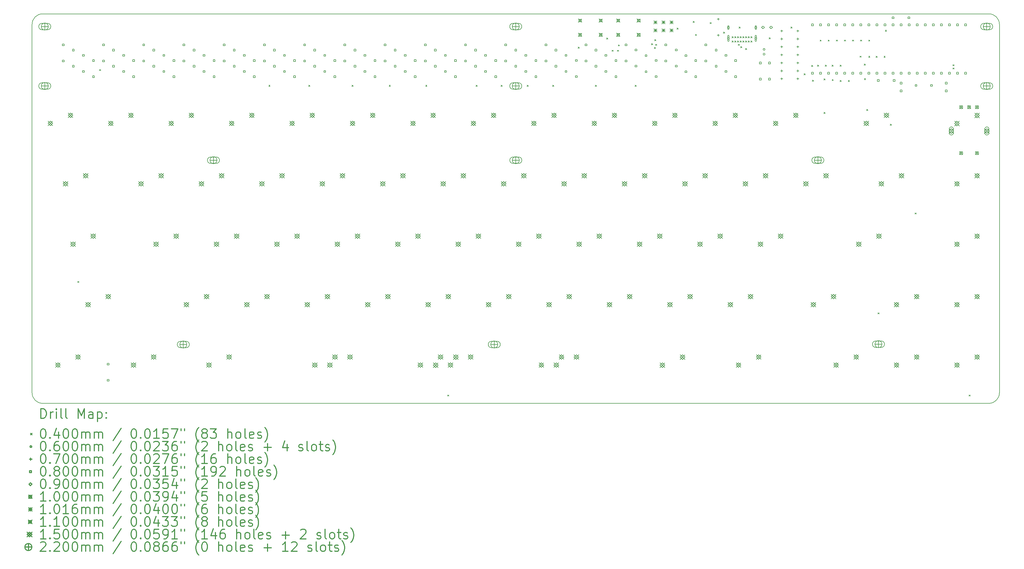
<source format=gbr>
%FSLAX45Y45*%
G04 Gerber Fmt 4.5, Leading zero omitted, Abs format (unit mm)*
G04 Created by KiCad (PCBNEW (5.1.10)-1) date 2021-07-26 23:58:04*
%MOMM*%
%LPD*%
G01*
G04 APERTURE LIST*
%TA.AperFunction,Profile*%
%ADD10C,0.150000*%
%TD*%
%ADD11C,0.200000*%
%ADD12C,0.300000*%
G04 APERTURE END LIST*
D10*
X35535325Y-18050222D02*
X5707644Y-18050222D01*
X35866031Y-6100181D02*
X35866031Y-17719516D01*
X5707344Y-5769475D02*
X35535325Y-5769475D01*
X5376638Y-17719816D02*
X5376638Y-6100181D01*
X35535325Y-5769475D02*
G75*
G02*
X35866031Y-6100181I0J-330706D01*
G01*
X35866031Y-17719516D02*
G75*
G02*
X35535325Y-18050222I-330706J0D01*
G01*
X5707644Y-18050222D02*
G75*
G02*
X5376638Y-17719816I-300J330706D01*
G01*
X5376638Y-6100181D02*
G75*
G02*
X5707344Y-5769475I330706J0D01*
G01*
D11*
X6812600Y-14204000D02*
X6852600Y-14244000D01*
X6852600Y-14204000D02*
X6812600Y-14244000D01*
X7498400Y-7523800D02*
X7538400Y-7563800D01*
X7538400Y-7523800D02*
X7498400Y-7563800D01*
X12837480Y-8018592D02*
X12877480Y-8058592D01*
X12877480Y-8018592D02*
X12837480Y-8058592D01*
X14097828Y-8018592D02*
X14137828Y-8058592D01*
X14137828Y-8018592D02*
X14097828Y-8058592D01*
X15459268Y-8018592D02*
X15499268Y-8058592D01*
X15499268Y-8018592D02*
X15459268Y-8058592D01*
X16631732Y-8018592D02*
X16671732Y-8058592D01*
X16671732Y-8018592D02*
X16631732Y-8058592D01*
X17782352Y-8018592D02*
X17822352Y-8058592D01*
X17822352Y-8018592D02*
X17782352Y-8058592D01*
X18471200Y-17785400D02*
X18511200Y-17825400D01*
X18511200Y-17785400D02*
X18471200Y-17825400D01*
X19368328Y-8018592D02*
X19408328Y-8058592D01*
X19408328Y-8018592D02*
X19368328Y-8058592D01*
X20158776Y-8018592D02*
X20198776Y-8058592D01*
X20198776Y-8018592D02*
X20158776Y-8058592D01*
X20978688Y-8018592D02*
X21018688Y-8058592D01*
X21018688Y-8018592D02*
X20978688Y-8058592D01*
X21784884Y-8018592D02*
X21824884Y-8058592D01*
X21824884Y-8018592D02*
X21784884Y-8058592D01*
X22588540Y-6816664D02*
X22628540Y-6856664D01*
X22628540Y-6816664D02*
X22588540Y-6856664D01*
X23130576Y-8018592D02*
X23170576Y-8058592D01*
X23170576Y-8018592D02*
X23130576Y-8058592D01*
X23484583Y-6528793D02*
X23524583Y-6568793D01*
X23524583Y-6528793D02*
X23484583Y-6568793D01*
X23652563Y-6912758D02*
X23692563Y-6952758D01*
X23692563Y-6912758D02*
X23652563Y-6952758D01*
X23825520Y-6913692D02*
X23865520Y-6953692D01*
X23865520Y-6913692D02*
X23825520Y-6953692D01*
X23852041Y-6744018D02*
X23892041Y-6784018D01*
X23892041Y-6744018D02*
X23852041Y-6784018D01*
X24380256Y-8018592D02*
X24420256Y-8058592D01*
X24420256Y-8018592D02*
X24380256Y-8058592D01*
X24900279Y-6704708D02*
X24940279Y-6744708D01*
X24940279Y-6704708D02*
X24900279Y-6744708D01*
X24988047Y-6826773D02*
X25028047Y-6866773D01*
X25028047Y-6826773D02*
X24988047Y-6866773D01*
X24999909Y-6581287D02*
X25039909Y-6621287D01*
X25039909Y-6581287D02*
X24999909Y-6621287D01*
X25026116Y-6727279D02*
X25066116Y-6767279D01*
X25066116Y-6727279D02*
X25026116Y-6767279D01*
X25704929Y-6215116D02*
X25744929Y-6255116D01*
X25744929Y-6215116D02*
X25704929Y-6255116D01*
X26210258Y-6003747D02*
X26250258Y-6043747D01*
X26250258Y-6003747D02*
X26210258Y-6043747D01*
X26283749Y-6413192D02*
X26323749Y-6453192D01*
X26323749Y-6413192D02*
X26283749Y-6453192D01*
X26745039Y-6040599D02*
X26785039Y-6080599D01*
X26785039Y-6040599D02*
X26745039Y-6080599D01*
X27164991Y-6343314D02*
X27204991Y-6383314D01*
X27204991Y-6343314D02*
X27164991Y-6383314D01*
X27436847Y-6486602D02*
X27476847Y-6526602D01*
X27476847Y-6486602D02*
X27436847Y-6526602D01*
X27437347Y-6619102D02*
X27477347Y-6659102D01*
X27477347Y-6619102D02*
X27437347Y-6659102D01*
X27521847Y-6486602D02*
X27561847Y-6526602D01*
X27561847Y-6486602D02*
X27521847Y-6526602D01*
X27522347Y-6619102D02*
X27562347Y-6659102D01*
X27562347Y-6619102D02*
X27522347Y-6659102D01*
X27606847Y-6486602D02*
X27646847Y-6526602D01*
X27646847Y-6486602D02*
X27606847Y-6526602D01*
X27607347Y-6619102D02*
X27647347Y-6659102D01*
X27647347Y-6619102D02*
X27607347Y-6659102D01*
X27633484Y-6727332D02*
X27673484Y-6767332D01*
X27673484Y-6727332D02*
X27633484Y-6767332D01*
X27661355Y-6183102D02*
X27701355Y-6223102D01*
X27701355Y-6183102D02*
X27661355Y-6223102D01*
X27691847Y-6486602D02*
X27731847Y-6526602D01*
X27731847Y-6486602D02*
X27691847Y-6526602D01*
X27692347Y-6619102D02*
X27732347Y-6659102D01*
X27732347Y-6619102D02*
X27692347Y-6659102D01*
X27706695Y-6799833D02*
X27746695Y-6839833D01*
X27746695Y-6799833D02*
X27706695Y-6839833D01*
X27776847Y-6486602D02*
X27816847Y-6526602D01*
X27816847Y-6486602D02*
X27776847Y-6526602D01*
X27777347Y-6619102D02*
X27817347Y-6659102D01*
X27817347Y-6619102D02*
X27777347Y-6659102D01*
X27861847Y-6486602D02*
X27901847Y-6526602D01*
X27901847Y-6486602D02*
X27861847Y-6526602D01*
X27862347Y-6619102D02*
X27902347Y-6659102D01*
X27902347Y-6619102D02*
X27862347Y-6659102D01*
X27862562Y-6859770D02*
X27902562Y-6899770D01*
X27902562Y-6859770D02*
X27862562Y-6899770D01*
X27946847Y-6486602D02*
X27986847Y-6526602D01*
X27986847Y-6486602D02*
X27946847Y-6526602D01*
X27947347Y-6619102D02*
X27987347Y-6659102D01*
X27987347Y-6619102D02*
X27947347Y-6659102D01*
X28032347Y-6486602D02*
X28072347Y-6526602D01*
X28072347Y-6486602D02*
X28032347Y-6526602D01*
X28032347Y-6619102D02*
X28072347Y-6659102D01*
X28072347Y-6619102D02*
X28032347Y-6659102D01*
X28603939Y-6518178D02*
X28643939Y-6558178D01*
X28643939Y-6518178D02*
X28603939Y-6558178D01*
X29291600Y-6182680D02*
X29331600Y-6222680D01*
X29331600Y-6182680D02*
X29291600Y-6222680D01*
X29706128Y-7653848D02*
X29746128Y-7693848D01*
X29746128Y-7653848D02*
X29706128Y-7693848D01*
X29946412Y-7392228D02*
X29986412Y-7432228D01*
X29986412Y-7392228D02*
X29946412Y-7432228D01*
X29972828Y-7854508D02*
X30012828Y-7894508D01*
X30012828Y-7854508D02*
X29972828Y-7894508D01*
X30129343Y-7384608D02*
X30169343Y-7424608D01*
X30169343Y-7384608D02*
X30129343Y-7424608D01*
X30210225Y-6591669D02*
X30250225Y-6631669D01*
X30250225Y-6591669D02*
X30210225Y-6631669D01*
X30331550Y-8875275D02*
X30371550Y-8915275D01*
X30371550Y-8875275D02*
X30331550Y-8915275D01*
X30336556Y-7814884D02*
X30376556Y-7854884D01*
X30376556Y-7814884D02*
X30336556Y-7854884D01*
X30376688Y-7384608D02*
X30416688Y-7424608D01*
X30416688Y-7384608D02*
X30376688Y-7424608D01*
X30465691Y-6591669D02*
X30505691Y-6631669D01*
X30505691Y-6591669D02*
X30465691Y-6631669D01*
X30591064Y-7384608D02*
X30631064Y-7424608D01*
X30631064Y-7384608D02*
X30591064Y-7424608D01*
X30593096Y-7836728D02*
X30633096Y-7876728D01*
X30633096Y-7836728D02*
X30593096Y-7876728D01*
X30721157Y-6591669D02*
X30761157Y-6631669D01*
X30761157Y-6591669D02*
X30721157Y-6631669D01*
X30844556Y-7384608D02*
X30884556Y-7424608D01*
X30884556Y-7384608D02*
X30844556Y-7424608D01*
X30845064Y-7863144D02*
X30885064Y-7903144D01*
X30885064Y-7863144D02*
X30845064Y-7903144D01*
X30976623Y-6591669D02*
X31016623Y-6631669D01*
X31016623Y-6591669D02*
X30976623Y-6631669D01*
X31099572Y-7863144D02*
X31139572Y-7903144D01*
X31139572Y-7863144D02*
X31099572Y-7903144D01*
X31232089Y-6591669D02*
X31272089Y-6631669D01*
X31272089Y-6591669D02*
X31232089Y-6631669D01*
X31467170Y-7099228D02*
X31507170Y-7139228D01*
X31507170Y-7099228D02*
X31467170Y-7139228D01*
X31487554Y-6591669D02*
X31527554Y-6631669D01*
X31527554Y-6591669D02*
X31487554Y-6631669D01*
X31606539Y-7350441D02*
X31646539Y-7390441D01*
X31646539Y-7350441D02*
X31606539Y-7390441D01*
X31608904Y-7804397D02*
X31648904Y-7844397D01*
X31648904Y-7804397D02*
X31608904Y-7844397D01*
X31678896Y-8779036D02*
X31718896Y-8819036D01*
X31718896Y-8779036D02*
X31678896Y-8819036D01*
X31743021Y-6591669D02*
X31783021Y-6631669D01*
X31783021Y-6591669D02*
X31743021Y-6631669D01*
X31743021Y-7106100D02*
X31783021Y-7146100D01*
X31783021Y-7106100D02*
X31743021Y-7146100D01*
X31973990Y-7106100D02*
X32013990Y-7146100D01*
X32013990Y-7106100D02*
X31973990Y-7146100D01*
X32034800Y-15194600D02*
X32074800Y-15234600D01*
X32074800Y-15194600D02*
X32034800Y-15234600D01*
X32225956Y-7106100D02*
X32265956Y-7146100D01*
X32265956Y-7106100D02*
X32225956Y-7146100D01*
X32268579Y-6280321D02*
X32308579Y-6320321D01*
X32308579Y-6280321D02*
X32268579Y-6320321D01*
X32424311Y-9247982D02*
X32464311Y-9287982D01*
X32464311Y-9247982D02*
X32424311Y-9287982D01*
X33203200Y-12045000D02*
X33243200Y-12085000D01*
X33243200Y-12045000D02*
X33203200Y-12085000D01*
X34397000Y-7371400D02*
X34437000Y-7411400D01*
X34437000Y-7371400D02*
X34397000Y-7411400D01*
X34397000Y-7473000D02*
X34437000Y-7513000D01*
X34437000Y-7473000D02*
X34397000Y-7513000D01*
X34905000Y-17785400D02*
X34945000Y-17825400D01*
X34945000Y-17785400D02*
X34905000Y-17825400D01*
X27352347Y-6203102D02*
G75*
G03*
X27352347Y-6203102I-30000J0D01*
G01*
X27342347Y-6243102D02*
X27342347Y-6163102D01*
X27302347Y-6243102D02*
X27302347Y-6163102D01*
X27342347Y-6163102D02*
G75*
G03*
X27302347Y-6163102I-20000J0D01*
G01*
X27302347Y-6243102D02*
G75*
G03*
X27342347Y-6243102I20000J0D01*
G01*
X27352347Y-6541102D02*
G75*
G03*
X27352347Y-6541102I-30000J0D01*
G01*
X27342347Y-6616102D02*
X27342347Y-6466102D01*
X27302347Y-6616102D02*
X27302347Y-6466102D01*
X27342347Y-6466102D02*
G75*
G03*
X27302347Y-6466102I-20000J0D01*
G01*
X27302347Y-6616102D02*
G75*
G03*
X27342347Y-6616102I20000J0D01*
G01*
X28217347Y-6203102D02*
G75*
G03*
X28217347Y-6203102I-30000J0D01*
G01*
X28207347Y-6243102D02*
X28207347Y-6163102D01*
X28167347Y-6243102D02*
X28167347Y-6163102D01*
X28207347Y-6163102D02*
G75*
G03*
X28167347Y-6163102I-20000J0D01*
G01*
X28167347Y-6243102D02*
G75*
G03*
X28207347Y-6243102I20000J0D01*
G01*
X28217347Y-6541102D02*
G75*
G03*
X28217347Y-6541102I-30000J0D01*
G01*
X28207347Y-6616102D02*
X28207347Y-6466102D01*
X28167347Y-6616102D02*
X28167347Y-6466102D01*
X28207347Y-6466102D02*
G75*
G03*
X28167347Y-6466102I-20000J0D01*
G01*
X28167347Y-6616102D02*
G75*
G03*
X28207347Y-6616102I20000J0D01*
G01*
X28477768Y-6890487D02*
G75*
G03*
X28477768Y-6890487I-30000J0D01*
G01*
X28477768Y-7040487D02*
G75*
G03*
X28477768Y-7040487I-30000J0D01*
G01*
X27004761Y-5900084D02*
X27004761Y-5970084D01*
X26969761Y-5935084D02*
X27039761Y-5935084D01*
X27004761Y-6410084D02*
X27004761Y-6480084D01*
X26969761Y-6445084D02*
X27039761Y-6445084D01*
X29002632Y-6272320D02*
X29002632Y-6342320D01*
X28967632Y-6307320D02*
X29037632Y-6307320D01*
X29002632Y-6521703D02*
X29002632Y-6591703D01*
X28967632Y-6556703D02*
X29037632Y-6556703D01*
X29002632Y-6771050D02*
X29002632Y-6841050D01*
X28967632Y-6806050D02*
X29037632Y-6806050D01*
X29002632Y-7023021D02*
X29002632Y-7093021D01*
X28967632Y-7058021D02*
X29037632Y-7058021D01*
X29002632Y-7280205D02*
X29002632Y-7350205D01*
X28967632Y-7315205D02*
X29037632Y-7315205D01*
X29002632Y-7529552D02*
X29002632Y-7599552D01*
X28967632Y-7564552D02*
X29037632Y-7564552D01*
X29002632Y-7778898D02*
X29002632Y-7848898D01*
X28967632Y-7813898D02*
X29037632Y-7813898D01*
X29510632Y-6272320D02*
X29510632Y-6342320D01*
X29475632Y-6307320D02*
X29545632Y-6307320D01*
X29510632Y-6521703D02*
X29510632Y-6591703D01*
X29475632Y-6556703D02*
X29545632Y-6556703D01*
X29510632Y-6771050D02*
X29510632Y-6841050D01*
X29475632Y-6806050D02*
X29545632Y-6806050D01*
X29510632Y-7023021D02*
X29510632Y-7093021D01*
X29475632Y-7058021D02*
X29545632Y-7058021D01*
X29510632Y-7280205D02*
X29510632Y-7350205D01*
X29475632Y-7315205D02*
X29545632Y-7315205D01*
X29510632Y-7529552D02*
X29510632Y-7599552D01*
X29475632Y-7564552D02*
X29545632Y-7564552D01*
X29510632Y-7778898D02*
X29510632Y-7848898D01*
X29475632Y-7813898D02*
X29545632Y-7813898D01*
X6388313Y-6775846D02*
X6388313Y-6719277D01*
X6331744Y-6719277D01*
X6331744Y-6775846D01*
X6388313Y-6775846D01*
X6388313Y-7283846D02*
X6388313Y-7227277D01*
X6331744Y-7227277D01*
X6331744Y-7283846D01*
X6388313Y-7283846D01*
X6705259Y-6941199D02*
X6705259Y-6884630D01*
X6648690Y-6884630D01*
X6648690Y-6941199D01*
X6705259Y-6941199D01*
X6705259Y-7449199D02*
X6705259Y-7392630D01*
X6648690Y-7392630D01*
X6648690Y-7449199D01*
X6705259Y-7449199D01*
X7022205Y-7106551D02*
X7022205Y-7049982D01*
X6965636Y-7049982D01*
X6965636Y-7106551D01*
X7022205Y-7106551D01*
X7022205Y-7614551D02*
X7022205Y-7557982D01*
X6965636Y-7557982D01*
X6965636Y-7614551D01*
X7022205Y-7614551D01*
X7339152Y-7271904D02*
X7339152Y-7215335D01*
X7282583Y-7215335D01*
X7282583Y-7271904D01*
X7339152Y-7271904D01*
X7339152Y-7779904D02*
X7339152Y-7723335D01*
X7282583Y-7723335D01*
X7282583Y-7779904D01*
X7339152Y-7779904D01*
X7656098Y-6775846D02*
X7656098Y-6719277D01*
X7599529Y-6719277D01*
X7599529Y-6775846D01*
X7656098Y-6775846D01*
X7656098Y-7283846D02*
X7656098Y-7227277D01*
X7599529Y-7227277D01*
X7599529Y-7283846D01*
X7656098Y-7283846D01*
X7800684Y-16843085D02*
X7800684Y-16786516D01*
X7744115Y-16786516D01*
X7744115Y-16843085D01*
X7800684Y-16843085D01*
X7800684Y-17351085D02*
X7800684Y-17294516D01*
X7744115Y-17294516D01*
X7744115Y-17351085D01*
X7800684Y-17351085D01*
X7973044Y-6941199D02*
X7973044Y-6884630D01*
X7916475Y-6884630D01*
X7916475Y-6941199D01*
X7973044Y-6941199D01*
X7973044Y-7449199D02*
X7973044Y-7392630D01*
X7916475Y-7392630D01*
X7916475Y-7449199D01*
X7973044Y-7449199D01*
X8289991Y-7106551D02*
X8289991Y-7049982D01*
X8233422Y-7049982D01*
X8233422Y-7106551D01*
X8289991Y-7106551D01*
X8289991Y-7614551D02*
X8289991Y-7557982D01*
X8233422Y-7557982D01*
X8233422Y-7614551D01*
X8289991Y-7614551D01*
X8606937Y-7271904D02*
X8606937Y-7215335D01*
X8550368Y-7215335D01*
X8550368Y-7271904D01*
X8606937Y-7271904D01*
X8606937Y-7779904D02*
X8606937Y-7723335D01*
X8550368Y-7723335D01*
X8550368Y-7779904D01*
X8606937Y-7779904D01*
X8923883Y-6775846D02*
X8923883Y-6719277D01*
X8867314Y-6719277D01*
X8867314Y-6775846D01*
X8923883Y-6775846D01*
X8923883Y-7283846D02*
X8923883Y-7227277D01*
X8867314Y-7227277D01*
X8867314Y-7283846D01*
X8923883Y-7283846D01*
X9240830Y-6941199D02*
X9240830Y-6884630D01*
X9184261Y-6884630D01*
X9184261Y-6941199D01*
X9240830Y-6941199D01*
X9240830Y-7449199D02*
X9240830Y-7392630D01*
X9184261Y-7392630D01*
X9184261Y-7449199D01*
X9240830Y-7449199D01*
X9557776Y-7106551D02*
X9557776Y-7049982D01*
X9501207Y-7049982D01*
X9501207Y-7106551D01*
X9557776Y-7106551D01*
X9557776Y-7614551D02*
X9557776Y-7557982D01*
X9501207Y-7557982D01*
X9501207Y-7614551D01*
X9557776Y-7614551D01*
X9874722Y-7271904D02*
X9874722Y-7215335D01*
X9818153Y-7215335D01*
X9818153Y-7271904D01*
X9874722Y-7271904D01*
X9874722Y-7779904D02*
X9874722Y-7723335D01*
X9818153Y-7723335D01*
X9818153Y-7779904D01*
X9874722Y-7779904D01*
X10191669Y-6775846D02*
X10191669Y-6719277D01*
X10135100Y-6719277D01*
X10135100Y-6775846D01*
X10191669Y-6775846D01*
X10191669Y-7283846D02*
X10191669Y-7227277D01*
X10135100Y-7227277D01*
X10135100Y-7283846D01*
X10191669Y-7283846D01*
X10508615Y-6941199D02*
X10508615Y-6884630D01*
X10452046Y-6884630D01*
X10452046Y-6941199D01*
X10508615Y-6941199D01*
X10508615Y-7449199D02*
X10508615Y-7392630D01*
X10452046Y-7392630D01*
X10452046Y-7449199D01*
X10508615Y-7449199D01*
X10825561Y-7106551D02*
X10825561Y-7049982D01*
X10768992Y-7049982D01*
X10768992Y-7106551D01*
X10825561Y-7106551D01*
X10825561Y-7614551D02*
X10825561Y-7557982D01*
X10768992Y-7557982D01*
X10768992Y-7614551D01*
X10825561Y-7614551D01*
X11142507Y-7271904D02*
X11142507Y-7215335D01*
X11085938Y-7215335D01*
X11085938Y-7271904D01*
X11142507Y-7271904D01*
X11142507Y-7779904D02*
X11142507Y-7723335D01*
X11085938Y-7723335D01*
X11085938Y-7779904D01*
X11142507Y-7779904D01*
X11459454Y-6775846D02*
X11459454Y-6719277D01*
X11402885Y-6719277D01*
X11402885Y-6775846D01*
X11459454Y-6775846D01*
X11459454Y-7283846D02*
X11459454Y-7227277D01*
X11402885Y-7227277D01*
X11402885Y-7283846D01*
X11459454Y-7283846D01*
X11776400Y-6941199D02*
X11776400Y-6884630D01*
X11719831Y-6884630D01*
X11719831Y-6941199D01*
X11776400Y-6941199D01*
X11776400Y-7449199D02*
X11776400Y-7392630D01*
X11719831Y-7392630D01*
X11719831Y-7449199D01*
X11776400Y-7449199D01*
X12093346Y-7106551D02*
X12093346Y-7049982D01*
X12036777Y-7049982D01*
X12036777Y-7106551D01*
X12093346Y-7106551D01*
X12093346Y-7614551D02*
X12093346Y-7557982D01*
X12036777Y-7557982D01*
X12036777Y-7614551D01*
X12093346Y-7614551D01*
X12410293Y-7271904D02*
X12410293Y-7215335D01*
X12353724Y-7215335D01*
X12353724Y-7271904D01*
X12410293Y-7271904D01*
X12410293Y-7779904D02*
X12410293Y-7723335D01*
X12353724Y-7723335D01*
X12353724Y-7779904D01*
X12410293Y-7779904D01*
X12727239Y-6775846D02*
X12727239Y-6719277D01*
X12670670Y-6719277D01*
X12670670Y-6775846D01*
X12727239Y-6775846D01*
X12727239Y-7283846D02*
X12727239Y-7227277D01*
X12670670Y-7227277D01*
X12670670Y-7283846D01*
X12727239Y-7283846D01*
X13044185Y-6941199D02*
X13044185Y-6884630D01*
X12987616Y-6884630D01*
X12987616Y-6941199D01*
X13044185Y-6941199D01*
X13044185Y-7449199D02*
X13044185Y-7392630D01*
X12987616Y-7392630D01*
X12987616Y-7449199D01*
X13044185Y-7449199D01*
X13361131Y-7106551D02*
X13361131Y-7049982D01*
X13304562Y-7049982D01*
X13304562Y-7106551D01*
X13361131Y-7106551D01*
X13361131Y-7614551D02*
X13361131Y-7557982D01*
X13304562Y-7557982D01*
X13304562Y-7614551D01*
X13361131Y-7614551D01*
X13678078Y-7271904D02*
X13678078Y-7215335D01*
X13621509Y-7215335D01*
X13621509Y-7271904D01*
X13678078Y-7271904D01*
X13678078Y-7779904D02*
X13678078Y-7723335D01*
X13621509Y-7723335D01*
X13621509Y-7779904D01*
X13678078Y-7779904D01*
X13995024Y-6775846D02*
X13995024Y-6719277D01*
X13938455Y-6719277D01*
X13938455Y-6775846D01*
X13995024Y-6775846D01*
X13995024Y-7283846D02*
X13995024Y-7227277D01*
X13938455Y-7227277D01*
X13938455Y-7283846D01*
X13995024Y-7283846D01*
X14311970Y-6941199D02*
X14311970Y-6884630D01*
X14255401Y-6884630D01*
X14255401Y-6941199D01*
X14311970Y-6941199D01*
X14311970Y-7449199D02*
X14311970Y-7392630D01*
X14255401Y-7392630D01*
X14255401Y-7449199D01*
X14311970Y-7449199D01*
X14628917Y-7106551D02*
X14628917Y-7049982D01*
X14572348Y-7049982D01*
X14572348Y-7106551D01*
X14628917Y-7106551D01*
X14628917Y-7614551D02*
X14628917Y-7557982D01*
X14572348Y-7557982D01*
X14572348Y-7614551D01*
X14628917Y-7614551D01*
X14945863Y-7271904D02*
X14945863Y-7215335D01*
X14889294Y-7215335D01*
X14889294Y-7271904D01*
X14945863Y-7271904D01*
X14945863Y-7779904D02*
X14945863Y-7723335D01*
X14889294Y-7723335D01*
X14889294Y-7779904D01*
X14945863Y-7779904D01*
X15262809Y-6775846D02*
X15262809Y-6719277D01*
X15206240Y-6719277D01*
X15206240Y-6775846D01*
X15262809Y-6775846D01*
X15262809Y-7283846D02*
X15262809Y-7227277D01*
X15206240Y-7227277D01*
X15206240Y-7283846D01*
X15262809Y-7283846D01*
X15579756Y-6941199D02*
X15579756Y-6884630D01*
X15523187Y-6884630D01*
X15523187Y-6941199D01*
X15579756Y-6941199D01*
X15579756Y-7449199D02*
X15579756Y-7392630D01*
X15523187Y-7392630D01*
X15523187Y-7449199D01*
X15579756Y-7449199D01*
X15896702Y-7106551D02*
X15896702Y-7049982D01*
X15840133Y-7049982D01*
X15840133Y-7106551D01*
X15896702Y-7106551D01*
X15896702Y-7614551D02*
X15896702Y-7557982D01*
X15840133Y-7557982D01*
X15840133Y-7614551D01*
X15896702Y-7614551D01*
X16213648Y-7271904D02*
X16213648Y-7215335D01*
X16157079Y-7215335D01*
X16157079Y-7271904D01*
X16213648Y-7271904D01*
X16213648Y-7779904D02*
X16213648Y-7723335D01*
X16157079Y-7723335D01*
X16157079Y-7779904D01*
X16213648Y-7779904D01*
X16530594Y-6775846D02*
X16530594Y-6719277D01*
X16474025Y-6719277D01*
X16474025Y-6775846D01*
X16530594Y-6775846D01*
X16530594Y-7283846D02*
X16530594Y-7227277D01*
X16474025Y-7227277D01*
X16474025Y-7283846D01*
X16530594Y-7283846D01*
X16847541Y-6941199D02*
X16847541Y-6884630D01*
X16790972Y-6884630D01*
X16790972Y-6941199D01*
X16847541Y-6941199D01*
X16847541Y-7449199D02*
X16847541Y-7392630D01*
X16790972Y-7392630D01*
X16790972Y-7449199D01*
X16847541Y-7449199D01*
X17164487Y-7106551D02*
X17164487Y-7049982D01*
X17107918Y-7049982D01*
X17107918Y-7106551D01*
X17164487Y-7106551D01*
X17164487Y-7614551D02*
X17164487Y-7557982D01*
X17107918Y-7557982D01*
X17107918Y-7614551D01*
X17164487Y-7614551D01*
X17481433Y-7271904D02*
X17481433Y-7215335D01*
X17424864Y-7215335D01*
X17424864Y-7271904D01*
X17481433Y-7271904D01*
X17481433Y-7779904D02*
X17481433Y-7723335D01*
X17424864Y-7723335D01*
X17424864Y-7779904D01*
X17481433Y-7779904D01*
X17798380Y-6775846D02*
X17798380Y-6719277D01*
X17741811Y-6719277D01*
X17741811Y-6775846D01*
X17798380Y-6775846D01*
X17798380Y-7283846D02*
X17798380Y-7227277D01*
X17741811Y-7227277D01*
X17741811Y-7283846D01*
X17798380Y-7283846D01*
X18115326Y-6941199D02*
X18115326Y-6884630D01*
X18058757Y-6884630D01*
X18058757Y-6941199D01*
X18115326Y-6941199D01*
X18115326Y-7449199D02*
X18115326Y-7392630D01*
X18058757Y-7392630D01*
X18058757Y-7449199D01*
X18115326Y-7449199D01*
X18432272Y-7106551D02*
X18432272Y-7049982D01*
X18375703Y-7049982D01*
X18375703Y-7106551D01*
X18432272Y-7106551D01*
X18432272Y-7614551D02*
X18432272Y-7557982D01*
X18375703Y-7557982D01*
X18375703Y-7614551D01*
X18432272Y-7614551D01*
X18749219Y-7271904D02*
X18749219Y-7215335D01*
X18692650Y-7215335D01*
X18692650Y-7271904D01*
X18749219Y-7271904D01*
X18749219Y-7779904D02*
X18749219Y-7723335D01*
X18692650Y-7723335D01*
X18692650Y-7779904D01*
X18749219Y-7779904D01*
X19066165Y-6775846D02*
X19066165Y-6719277D01*
X19009596Y-6719277D01*
X19009596Y-6775846D01*
X19066165Y-6775846D01*
X19066165Y-7283846D02*
X19066165Y-7227277D01*
X19009596Y-7227277D01*
X19009596Y-7283846D01*
X19066165Y-7283846D01*
X19383111Y-6941199D02*
X19383111Y-6884630D01*
X19326542Y-6884630D01*
X19326542Y-6941199D01*
X19383111Y-6941199D01*
X19383111Y-7449199D02*
X19383111Y-7392630D01*
X19326542Y-7392630D01*
X19326542Y-7449199D01*
X19383111Y-7449199D01*
X19700058Y-7106551D02*
X19700058Y-7049982D01*
X19643489Y-7049982D01*
X19643489Y-7106551D01*
X19700058Y-7106551D01*
X19700058Y-7614551D02*
X19700058Y-7557982D01*
X19643489Y-7557982D01*
X19643489Y-7614551D01*
X19700058Y-7614551D01*
X20017004Y-7271904D02*
X20017004Y-7215335D01*
X19960435Y-7215335D01*
X19960435Y-7271904D01*
X20017004Y-7271904D01*
X20017004Y-7779904D02*
X20017004Y-7723335D01*
X19960435Y-7723335D01*
X19960435Y-7779904D01*
X20017004Y-7779904D01*
X20333950Y-6775846D02*
X20333950Y-6719277D01*
X20277381Y-6719277D01*
X20277381Y-6775846D01*
X20333950Y-6775846D01*
X20333950Y-7283846D02*
X20333950Y-7227277D01*
X20277381Y-7227277D01*
X20277381Y-7283846D01*
X20333950Y-7283846D01*
X20650896Y-6941199D02*
X20650896Y-6884630D01*
X20594327Y-6884630D01*
X20594327Y-6941199D01*
X20650896Y-6941199D01*
X20650896Y-7449199D02*
X20650896Y-7392630D01*
X20594327Y-7392630D01*
X20594327Y-7449199D01*
X20650896Y-7449199D01*
X20967843Y-7106551D02*
X20967843Y-7049982D01*
X20911274Y-7049982D01*
X20911274Y-7106551D01*
X20967843Y-7106551D01*
X20967843Y-7614551D02*
X20967843Y-7557982D01*
X20911274Y-7557982D01*
X20911274Y-7614551D01*
X20967843Y-7614551D01*
X21284789Y-7271904D02*
X21284789Y-7215335D01*
X21228220Y-7215335D01*
X21228220Y-7271904D01*
X21284789Y-7271904D01*
X21284789Y-7779904D02*
X21284789Y-7723335D01*
X21228220Y-7723335D01*
X21228220Y-7779904D01*
X21284789Y-7779904D01*
X21601735Y-6775846D02*
X21601735Y-6719277D01*
X21545166Y-6719277D01*
X21545166Y-6775846D01*
X21601735Y-6775846D01*
X21601735Y-7283846D02*
X21601735Y-7227277D01*
X21545166Y-7227277D01*
X21545166Y-7283846D01*
X21601735Y-7283846D01*
X21916932Y-6941199D02*
X21916932Y-6884630D01*
X21860363Y-6884630D01*
X21860363Y-6941199D01*
X21916932Y-6941199D01*
X21916932Y-7449199D02*
X21916932Y-7392630D01*
X21860363Y-7392630D01*
X21860363Y-7449199D01*
X21916932Y-7449199D01*
X22232129Y-7106551D02*
X22232129Y-7049982D01*
X22175560Y-7049982D01*
X22175560Y-7106551D01*
X22232129Y-7106551D01*
X22232129Y-7614551D02*
X22232129Y-7557982D01*
X22175560Y-7557982D01*
X22175560Y-7614551D01*
X22232129Y-7614551D01*
X22558084Y-7267284D02*
X22558084Y-7210715D01*
X22501515Y-7210715D01*
X22501515Y-7267284D01*
X22558084Y-7267284D01*
X22558084Y-7775284D02*
X22558084Y-7718715D01*
X22501515Y-7718715D01*
X22501515Y-7775284D01*
X22558084Y-7775284D01*
X22862522Y-6775846D02*
X22862522Y-6719277D01*
X22805953Y-6719277D01*
X22805953Y-6775846D01*
X22862522Y-6775846D01*
X22862522Y-7283846D02*
X22862522Y-7227277D01*
X22805953Y-7227277D01*
X22805953Y-7283846D01*
X22862522Y-7283846D01*
X23177599Y-6941199D02*
X23177599Y-6884630D01*
X23121030Y-6884630D01*
X23121030Y-6941199D01*
X23177599Y-6941199D01*
X23177599Y-7449199D02*
X23177599Y-7392630D01*
X23121030Y-7392630D01*
X23121030Y-7449199D01*
X23177599Y-7449199D01*
X23492677Y-7106551D02*
X23492677Y-7049982D01*
X23436108Y-7049982D01*
X23436108Y-7106551D01*
X23492677Y-7106551D01*
X23492677Y-7614551D02*
X23492677Y-7557982D01*
X23436108Y-7557982D01*
X23436108Y-7614551D01*
X23492677Y-7614551D01*
X23807754Y-7271904D02*
X23807754Y-7215335D01*
X23751185Y-7215335D01*
X23751185Y-7271904D01*
X23807754Y-7271904D01*
X23807754Y-7779904D02*
X23807754Y-7723335D01*
X23751185Y-7723335D01*
X23751185Y-7779904D01*
X23807754Y-7779904D01*
X24122831Y-6775846D02*
X24122831Y-6719277D01*
X24066262Y-6719277D01*
X24066262Y-6775846D01*
X24122831Y-6775846D01*
X24122831Y-7283846D02*
X24122831Y-7227277D01*
X24066262Y-7227277D01*
X24066262Y-7283846D01*
X24122831Y-7283846D01*
X24437684Y-6937084D02*
X24437684Y-6880515D01*
X24381115Y-6880515D01*
X24381115Y-6937084D01*
X24437684Y-6937084D01*
X24437684Y-7445084D02*
X24437684Y-7388515D01*
X24381115Y-7388515D01*
X24381115Y-7445084D01*
X24437684Y-7445084D01*
X24755184Y-7114884D02*
X24755184Y-7058315D01*
X24698615Y-7058315D01*
X24698615Y-7114884D01*
X24755184Y-7114884D01*
X24755184Y-7622884D02*
X24755184Y-7566315D01*
X24698615Y-7566315D01*
X24698615Y-7622884D01*
X24755184Y-7622884D01*
X25072684Y-7267284D02*
X25072684Y-7210715D01*
X25016115Y-7210715D01*
X25016115Y-7267284D01*
X25072684Y-7267284D01*
X25072684Y-7775284D02*
X25072684Y-7718715D01*
X25016115Y-7718715D01*
X25016115Y-7775284D01*
X25072684Y-7775284D01*
X25376936Y-6775846D02*
X25376936Y-6719277D01*
X25320367Y-6719277D01*
X25320367Y-6775846D01*
X25376936Y-6775846D01*
X25376936Y-7283846D02*
X25376936Y-7227277D01*
X25320367Y-7227277D01*
X25320367Y-7283846D01*
X25376936Y-7283846D01*
X25707684Y-6937084D02*
X25707684Y-6880515D01*
X25651115Y-6880515D01*
X25651115Y-6937084D01*
X25707684Y-6937084D01*
X25707684Y-7445084D02*
X25707684Y-7388515D01*
X25651115Y-7388515D01*
X25651115Y-7445084D01*
X25707684Y-7445084D01*
X26012484Y-7114884D02*
X26012484Y-7058315D01*
X25955915Y-7058315D01*
X25955915Y-7114884D01*
X26012484Y-7114884D01*
X26012484Y-7622884D02*
X26012484Y-7566315D01*
X25955915Y-7566315D01*
X25955915Y-7622884D01*
X26012484Y-7622884D01*
X26322168Y-7271904D02*
X26322168Y-7215335D01*
X26265599Y-7215335D01*
X26265599Y-7271904D01*
X26322168Y-7271904D01*
X26322168Y-7779904D02*
X26322168Y-7723335D01*
X26265599Y-7723335D01*
X26265599Y-7779904D01*
X26322168Y-7779904D01*
X26637245Y-6775846D02*
X26637245Y-6719277D01*
X26580676Y-6719277D01*
X26580676Y-6775846D01*
X26637245Y-6775846D01*
X26637245Y-7283846D02*
X26637245Y-7227277D01*
X26580676Y-7227277D01*
X26580676Y-7283846D01*
X26637245Y-7283846D01*
X26964733Y-6941199D02*
X26964733Y-6884630D01*
X26908164Y-6884630D01*
X26908164Y-6941199D01*
X26964733Y-6941199D01*
X26964733Y-7449199D02*
X26964733Y-7392630D01*
X26908164Y-7392630D01*
X26908164Y-7449199D01*
X26964733Y-7449199D01*
X27273605Y-7106551D02*
X27273605Y-7049982D01*
X27217036Y-7049982D01*
X27217036Y-7106551D01*
X27273605Y-7106551D01*
X27273605Y-7614551D02*
X27273605Y-7557982D01*
X27217036Y-7557982D01*
X27217036Y-7614551D01*
X27273605Y-7614551D01*
X27582477Y-7271904D02*
X27582477Y-7215335D01*
X27525908Y-7215335D01*
X27525908Y-7271904D01*
X27582477Y-7271904D01*
X27582477Y-7779904D02*
X27582477Y-7723335D01*
X27525908Y-7723335D01*
X27525908Y-7779904D01*
X27582477Y-7779904D01*
X28358815Y-7344504D02*
X28358815Y-7287935D01*
X28302246Y-7287935D01*
X28302246Y-7344504D01*
X28358815Y-7344504D01*
X28358815Y-7852504D02*
X28358815Y-7795935D01*
X28302246Y-7795935D01*
X28302246Y-7852504D01*
X28358815Y-7852504D01*
X28645783Y-7344504D02*
X28645783Y-7287935D01*
X28589214Y-7287935D01*
X28589214Y-7344504D01*
X28645783Y-7344504D01*
X28645783Y-7852504D02*
X28645783Y-7795935D01*
X28589214Y-7795935D01*
X28589214Y-7852504D01*
X28645783Y-7852504D01*
X30003627Y-6143203D02*
X30003627Y-6086634D01*
X29947058Y-6086634D01*
X29947058Y-6143203D01*
X30003627Y-6143203D01*
X30003627Y-7667203D02*
X30003627Y-7610634D01*
X29947058Y-7610634D01*
X29947058Y-7667203D01*
X30003627Y-7667203D01*
X30257627Y-6143203D02*
X30257627Y-6086634D01*
X30201058Y-6086634D01*
X30201058Y-6143203D01*
X30257627Y-6143203D01*
X30257627Y-7667203D02*
X30257627Y-7610634D01*
X30201058Y-7610634D01*
X30201058Y-7667203D01*
X30257627Y-7667203D01*
X30511627Y-6143203D02*
X30511627Y-6086634D01*
X30455058Y-6086634D01*
X30455058Y-6143203D01*
X30511627Y-6143203D01*
X30511627Y-7667203D02*
X30511627Y-7610634D01*
X30455058Y-7610634D01*
X30455058Y-7667203D01*
X30511627Y-7667203D01*
X30765627Y-6143203D02*
X30765627Y-6086634D01*
X30709058Y-6086634D01*
X30709058Y-6143203D01*
X30765627Y-6143203D01*
X30765627Y-7667203D02*
X30765627Y-7610634D01*
X30709058Y-7610634D01*
X30709058Y-7667203D01*
X30765627Y-7667203D01*
X31019627Y-6143203D02*
X31019627Y-6086634D01*
X30963058Y-6086634D01*
X30963058Y-6143203D01*
X31019627Y-6143203D01*
X31019627Y-7667203D02*
X31019627Y-7610634D01*
X30963058Y-7610634D01*
X30963058Y-7667203D01*
X31019627Y-7667203D01*
X31273627Y-6143203D02*
X31273627Y-6086634D01*
X31217058Y-6086634D01*
X31217058Y-6143203D01*
X31273627Y-6143203D01*
X31273627Y-7667203D02*
X31273627Y-7610634D01*
X31217058Y-7610634D01*
X31217058Y-7667203D01*
X31273627Y-7667203D01*
X31527627Y-6143203D02*
X31527627Y-6086634D01*
X31471058Y-6086634D01*
X31471058Y-6143203D01*
X31527627Y-6143203D01*
X31527627Y-7667203D02*
X31527627Y-7610634D01*
X31471058Y-7610634D01*
X31471058Y-7667203D01*
X31527627Y-7667203D01*
X31781627Y-6143203D02*
X31781627Y-6086634D01*
X31725058Y-6086634D01*
X31725058Y-6143203D01*
X31781627Y-6143203D01*
X31781627Y-7667203D02*
X31781627Y-7610634D01*
X31725058Y-7610634D01*
X31725058Y-7667203D01*
X31781627Y-7667203D01*
X32035627Y-6143203D02*
X32035627Y-6086634D01*
X31979058Y-6086634D01*
X31979058Y-6143203D01*
X32035627Y-6143203D01*
X32035627Y-7667203D02*
X32035627Y-7610634D01*
X31979058Y-7610634D01*
X31979058Y-7667203D01*
X32035627Y-7667203D01*
X32075391Y-7899926D02*
X32075391Y-7843357D01*
X32018822Y-7843357D01*
X32018822Y-7899926D01*
X32075391Y-7899926D01*
X32289627Y-6143203D02*
X32289627Y-6086634D01*
X32233058Y-6086634D01*
X32233058Y-6143203D01*
X32289627Y-6143203D01*
X32289627Y-7667203D02*
X32289627Y-7610634D01*
X32233058Y-7610634D01*
X32233058Y-7667203D01*
X32289627Y-7667203D01*
X32540837Y-5920902D02*
X32540837Y-5864333D01*
X32484268Y-5864333D01*
X32484268Y-5920902D01*
X32540837Y-5920902D01*
X32543627Y-6143203D02*
X32543627Y-6086634D01*
X32487058Y-6086634D01*
X32487058Y-6143203D01*
X32543627Y-6143203D01*
X32543627Y-7667203D02*
X32543627Y-7610634D01*
X32487058Y-7610634D01*
X32487058Y-7667203D01*
X32543627Y-7667203D01*
X32575391Y-7899926D02*
X32575391Y-7843357D01*
X32518822Y-7843357D01*
X32518822Y-7899926D01*
X32575391Y-7899926D01*
X32796308Y-7978888D02*
X32796308Y-7922319D01*
X32739739Y-7922319D01*
X32739739Y-7978888D01*
X32796308Y-7978888D01*
X32796308Y-8228888D02*
X32796308Y-8172319D01*
X32739739Y-8172319D01*
X32739739Y-8228888D01*
X32796308Y-8228888D01*
X32797627Y-6143203D02*
X32797627Y-6086634D01*
X32741058Y-6086634D01*
X32741058Y-6143203D01*
X32797627Y-6143203D01*
X32797627Y-7667203D02*
X32797627Y-7610634D01*
X32741058Y-7610634D01*
X32741058Y-7667203D01*
X32797627Y-7667203D01*
X33040837Y-5920902D02*
X33040837Y-5864333D01*
X32984268Y-5864333D01*
X32984268Y-5920902D01*
X33040837Y-5920902D01*
X33051627Y-6143203D02*
X33051627Y-6086634D01*
X32995058Y-6086634D01*
X32995058Y-6143203D01*
X33051627Y-6143203D01*
X33051627Y-7667203D02*
X33051627Y-7610634D01*
X32995058Y-7610634D01*
X32995058Y-7667203D01*
X33051627Y-7667203D01*
X33265449Y-8053908D02*
X33265449Y-7997339D01*
X33208880Y-7997339D01*
X33208880Y-8053908D01*
X33265449Y-8053908D01*
X33305627Y-6143203D02*
X33305627Y-6086634D01*
X33249058Y-6086634D01*
X33249058Y-6143203D01*
X33305627Y-6143203D01*
X33305627Y-7667203D02*
X33305627Y-7610634D01*
X33249058Y-7610634D01*
X33249058Y-7667203D01*
X33305627Y-7667203D01*
X33559628Y-6143203D02*
X33559628Y-6086634D01*
X33503058Y-6086634D01*
X33503058Y-6143203D01*
X33559628Y-6143203D01*
X33559628Y-7667203D02*
X33559628Y-7610634D01*
X33503058Y-7610634D01*
X33503058Y-7667203D01*
X33559628Y-7667203D01*
X33753449Y-8053908D02*
X33753449Y-7997339D01*
X33696880Y-7997339D01*
X33696880Y-8053908D01*
X33753449Y-8053908D01*
X33813628Y-6143203D02*
X33813628Y-6086634D01*
X33757059Y-6086634D01*
X33757059Y-6143203D01*
X33813628Y-6143203D01*
X33813628Y-7667203D02*
X33813628Y-7610634D01*
X33757059Y-7610634D01*
X33757059Y-7667203D01*
X33813628Y-7667203D01*
X34067628Y-6143203D02*
X34067628Y-6086634D01*
X34011059Y-6086634D01*
X34011059Y-6143203D01*
X34067628Y-6143203D01*
X34067628Y-7667203D02*
X34067628Y-7610634D01*
X34011059Y-7610634D01*
X34011059Y-7667203D01*
X34067628Y-7667203D01*
X34218896Y-7978888D02*
X34218896Y-7922319D01*
X34162327Y-7922319D01*
X34162327Y-7978888D01*
X34218896Y-7978888D01*
X34218896Y-8228888D02*
X34218896Y-8172319D01*
X34162327Y-8172319D01*
X34162327Y-8228888D01*
X34218896Y-8228888D01*
X34321628Y-6143203D02*
X34321628Y-6086634D01*
X34265059Y-6086634D01*
X34265059Y-6143203D01*
X34321628Y-6143203D01*
X34321628Y-7667203D02*
X34321628Y-7610634D01*
X34265059Y-7610634D01*
X34265059Y-7667203D01*
X34321628Y-7667203D01*
X34575628Y-6143203D02*
X34575628Y-6086634D01*
X34519059Y-6086634D01*
X34519059Y-6143203D01*
X34575628Y-6143203D01*
X34575628Y-7667203D02*
X34575628Y-7610634D01*
X34519059Y-7610634D01*
X34519059Y-7667203D01*
X34575628Y-7667203D01*
X34829628Y-6143203D02*
X34829628Y-6086634D01*
X34773059Y-6086634D01*
X34773059Y-6143203D01*
X34829628Y-6143203D01*
X34829628Y-7667203D02*
X34829628Y-7610634D01*
X34773059Y-7610634D01*
X34773059Y-7667203D01*
X34829628Y-7667203D01*
X28412772Y-6242083D02*
X28457772Y-6197083D01*
X28412772Y-6152083D01*
X28367772Y-6197083D01*
X28412772Y-6242083D01*
X28666772Y-6242083D02*
X28711772Y-6197083D01*
X28666772Y-6152083D01*
X28621772Y-6197083D01*
X28666772Y-6242083D01*
X34609950Y-8662200D02*
X34709950Y-8762200D01*
X34709950Y-8662200D02*
X34609950Y-8762200D01*
X34709950Y-8712200D02*
G75*
G03*
X34709950Y-8712200I-50000J0D01*
G01*
X34609950Y-10112200D02*
X34709950Y-10212200D01*
X34709950Y-10112200D02*
X34609950Y-10212200D01*
X34709950Y-10162200D02*
G75*
G03*
X34709950Y-10162200I-50000J0D01*
G01*
X34859950Y-8662200D02*
X34959950Y-8762200D01*
X34959950Y-8662200D02*
X34859950Y-8762200D01*
X34959950Y-8712200D02*
G75*
G03*
X34959950Y-8712200I-50000J0D01*
G01*
X35109950Y-8662200D02*
X35209950Y-8762200D01*
X35209950Y-8662200D02*
X35109950Y-8762200D01*
X35209950Y-8712200D02*
G75*
G03*
X35209950Y-8712200I-50000J0D01*
G01*
X35109950Y-10112200D02*
X35209950Y-10212200D01*
X35209950Y-10112200D02*
X35109950Y-10212200D01*
X35209950Y-10162200D02*
G75*
G03*
X35209950Y-10162200I-50000J0D01*
G01*
X24970583Y-5984287D02*
X25072183Y-6085887D01*
X25072183Y-5984287D02*
X24970583Y-6085887D01*
X25021383Y-5984287D02*
X25021383Y-6085887D01*
X24970583Y-6035087D02*
X25072183Y-6035087D01*
X24970583Y-6238287D02*
X25072183Y-6339887D01*
X25072183Y-6238287D02*
X24970583Y-6339887D01*
X25021383Y-6238287D02*
X25021383Y-6339887D01*
X24970583Y-6289087D02*
X25072183Y-6289087D01*
X25224583Y-5984287D02*
X25326183Y-6085887D01*
X25326183Y-5984287D02*
X25224583Y-6085887D01*
X25275383Y-5984287D02*
X25275383Y-6085887D01*
X25224583Y-6035087D02*
X25326183Y-6035087D01*
X25224583Y-6238287D02*
X25326183Y-6339887D01*
X25326183Y-6238287D02*
X25224583Y-6339887D01*
X25275383Y-6238287D02*
X25275383Y-6339887D01*
X25224583Y-6289087D02*
X25326183Y-6289087D01*
X25478583Y-5984287D02*
X25580183Y-6085887D01*
X25580183Y-5984287D02*
X25478583Y-6085887D01*
X25529383Y-5984287D02*
X25529383Y-6085887D01*
X25478583Y-6035087D02*
X25580183Y-6035087D01*
X25478583Y-6238287D02*
X25580183Y-6339887D01*
X25580183Y-6238287D02*
X25478583Y-6339887D01*
X25529383Y-6238287D02*
X25529383Y-6339887D01*
X25478583Y-6289087D02*
X25580183Y-6289087D01*
X22593573Y-5928607D02*
X22703573Y-6038607D01*
X22703573Y-5928607D02*
X22593573Y-6038607D01*
X22687464Y-6022499D02*
X22687464Y-5944716D01*
X22609682Y-5944716D01*
X22609682Y-6022499D01*
X22687464Y-6022499D01*
X22593573Y-6378607D02*
X22703573Y-6488607D01*
X22703573Y-6378607D02*
X22593573Y-6488607D01*
X22687464Y-6472499D02*
X22687464Y-6394716D01*
X22609682Y-6394716D01*
X22609682Y-6472499D01*
X22687464Y-6472499D01*
X23243573Y-5928607D02*
X23353573Y-6038607D01*
X23353573Y-5928607D02*
X23243573Y-6038607D01*
X23337464Y-6022499D02*
X23337464Y-5944716D01*
X23259682Y-5944716D01*
X23259682Y-6022499D01*
X23337464Y-6022499D01*
X23243573Y-6378607D02*
X23353573Y-6488607D01*
X23353573Y-6378607D02*
X23243573Y-6488607D01*
X23337464Y-6472499D02*
X23337464Y-6394716D01*
X23259682Y-6394716D01*
X23259682Y-6472499D01*
X23337464Y-6472499D01*
X23793573Y-5928607D02*
X23903573Y-6038607D01*
X23903573Y-5928607D02*
X23793573Y-6038607D01*
X23887464Y-6022499D02*
X23887464Y-5944716D01*
X23809682Y-5944716D01*
X23809682Y-6022499D01*
X23887464Y-6022499D01*
X23793573Y-6378607D02*
X23903573Y-6488607D01*
X23903573Y-6378607D02*
X23793573Y-6488607D01*
X23887464Y-6472499D02*
X23887464Y-6394716D01*
X23809682Y-6394716D01*
X23809682Y-6472499D01*
X23887464Y-6472499D01*
X24443573Y-5928607D02*
X24553573Y-6038607D01*
X24553573Y-5928607D02*
X24443573Y-6038607D01*
X24537464Y-6022499D02*
X24537464Y-5944716D01*
X24459682Y-5944716D01*
X24459682Y-6022499D01*
X24537464Y-6022499D01*
X24443573Y-6378607D02*
X24553573Y-6488607D01*
X24553573Y-6378607D02*
X24443573Y-6488607D01*
X24537464Y-6472499D02*
X24537464Y-6394716D01*
X24459682Y-6394716D01*
X24459682Y-6472499D01*
X24537464Y-6472499D01*
X5878125Y-9148375D02*
X6028125Y-9298375D01*
X6028125Y-9148375D02*
X5878125Y-9298375D01*
X5953125Y-9298375D02*
X6028125Y-9223375D01*
X5953125Y-9148375D01*
X5878125Y-9223375D01*
X5953125Y-9298375D01*
X6116245Y-16767362D02*
X6266245Y-16917362D01*
X6266245Y-16767362D02*
X6116245Y-16917362D01*
X6191245Y-16917362D02*
X6266245Y-16842362D01*
X6191245Y-16767362D01*
X6116245Y-16842362D01*
X6191245Y-16917362D01*
X6354375Y-11053375D02*
X6504375Y-11203375D01*
X6504375Y-11053375D02*
X6354375Y-11203375D01*
X6429375Y-11203375D02*
X6504375Y-11128375D01*
X6429375Y-11053375D01*
X6354375Y-11128375D01*
X6429375Y-11203375D01*
X6513125Y-8894375D02*
X6663125Y-9044375D01*
X6663125Y-8894375D02*
X6513125Y-9044375D01*
X6588125Y-9044375D02*
X6663125Y-8969375D01*
X6588125Y-8894375D01*
X6513125Y-8969375D01*
X6588125Y-9044375D01*
X6592505Y-12957362D02*
X6742505Y-13107362D01*
X6742505Y-12957362D02*
X6592505Y-13107362D01*
X6667505Y-13107362D02*
X6742505Y-13032362D01*
X6667505Y-12957362D01*
X6592505Y-13032362D01*
X6667505Y-13107362D01*
X6751245Y-16513362D02*
X6901245Y-16663362D01*
X6901245Y-16513362D02*
X6751245Y-16663362D01*
X6826245Y-16663362D02*
X6901245Y-16588362D01*
X6826245Y-16513362D01*
X6751245Y-16588362D01*
X6826245Y-16663362D01*
X6989375Y-10799375D02*
X7139375Y-10949375D01*
X7139375Y-10799375D02*
X6989375Y-10949375D01*
X7064375Y-10949375D02*
X7139375Y-10874375D01*
X7064375Y-10799375D01*
X6989375Y-10874375D01*
X7064375Y-10949375D01*
X7068745Y-14863375D02*
X7218745Y-15013375D01*
X7218745Y-14863375D02*
X7068745Y-15013375D01*
X7143745Y-15013375D02*
X7218745Y-14938375D01*
X7143745Y-14863375D01*
X7068745Y-14938375D01*
X7143745Y-15013375D01*
X7227505Y-12703362D02*
X7377505Y-12853362D01*
X7377505Y-12703362D02*
X7227505Y-12853362D01*
X7302505Y-12853362D02*
X7377505Y-12778362D01*
X7302505Y-12703362D01*
X7227505Y-12778362D01*
X7302505Y-12853362D01*
X7703745Y-14609375D02*
X7853745Y-14759375D01*
X7853745Y-14609375D02*
X7703745Y-14759375D01*
X7778745Y-14759375D02*
X7853745Y-14684375D01*
X7778745Y-14609375D01*
X7703745Y-14684375D01*
X7778745Y-14759375D01*
X7783125Y-9148375D02*
X7933125Y-9298375D01*
X7933125Y-9148375D02*
X7783125Y-9298375D01*
X7858125Y-9298375D02*
X7933125Y-9223375D01*
X7858125Y-9148375D01*
X7783125Y-9223375D01*
X7858125Y-9298375D01*
X8418125Y-8894375D02*
X8568125Y-9044375D01*
X8568125Y-8894375D02*
X8418125Y-9044375D01*
X8493125Y-9044375D02*
X8568125Y-8969375D01*
X8493125Y-8894375D01*
X8418125Y-8969375D01*
X8493125Y-9044375D01*
X8497505Y-16768375D02*
X8647505Y-16918375D01*
X8647505Y-16768375D02*
X8497505Y-16918375D01*
X8572505Y-16918375D02*
X8647505Y-16843375D01*
X8572505Y-16768375D01*
X8497505Y-16843375D01*
X8572505Y-16918375D01*
X8735625Y-11053375D02*
X8885625Y-11203375D01*
X8885625Y-11053375D02*
X8735625Y-11203375D01*
X8810625Y-11203375D02*
X8885625Y-11128375D01*
X8810625Y-11053375D01*
X8735625Y-11128375D01*
X8810625Y-11203375D01*
X9132505Y-16514375D02*
X9282505Y-16664375D01*
X9282505Y-16514375D02*
X9132505Y-16664375D01*
X9207505Y-16664375D02*
X9282505Y-16589375D01*
X9207505Y-16514375D01*
X9132505Y-16589375D01*
X9207505Y-16664375D01*
X9211875Y-12958375D02*
X9361875Y-13108375D01*
X9361875Y-12958375D02*
X9211875Y-13108375D01*
X9286875Y-13108375D02*
X9361875Y-13033375D01*
X9286875Y-12958375D01*
X9211875Y-13033375D01*
X9286875Y-13108375D01*
X9370625Y-10799375D02*
X9520625Y-10949375D01*
X9520625Y-10799375D02*
X9370625Y-10949375D01*
X9445625Y-10949375D02*
X9520625Y-10874375D01*
X9445625Y-10799375D01*
X9370625Y-10874375D01*
X9445625Y-10949375D01*
X9688125Y-9148375D02*
X9838125Y-9298375D01*
X9838125Y-9148375D02*
X9688125Y-9298375D01*
X9763125Y-9298375D02*
X9838125Y-9223375D01*
X9763125Y-9148375D01*
X9688125Y-9223375D01*
X9763125Y-9298375D01*
X9846875Y-12704375D02*
X9996875Y-12854375D01*
X9996875Y-12704375D02*
X9846875Y-12854375D01*
X9921875Y-12854375D02*
X9996875Y-12779375D01*
X9921875Y-12704375D01*
X9846875Y-12779375D01*
X9921875Y-12854375D01*
X10164375Y-14863375D02*
X10314375Y-15013375D01*
X10314375Y-14863375D02*
X10164375Y-15013375D01*
X10239375Y-15013375D02*
X10314375Y-14938375D01*
X10239375Y-14863375D01*
X10164375Y-14938375D01*
X10239375Y-15013375D01*
X10323125Y-8894375D02*
X10473125Y-9044375D01*
X10473125Y-8894375D02*
X10323125Y-9044375D01*
X10398125Y-9044375D02*
X10473125Y-8969375D01*
X10398125Y-8894375D01*
X10323125Y-8969375D01*
X10398125Y-9044375D01*
X10640625Y-11053375D02*
X10790625Y-11203375D01*
X10790625Y-11053375D02*
X10640625Y-11203375D01*
X10715625Y-11203375D02*
X10790625Y-11128375D01*
X10715625Y-11053375D01*
X10640625Y-11128375D01*
X10715625Y-11203375D01*
X10799375Y-14609375D02*
X10949375Y-14759375D01*
X10949375Y-14609375D02*
X10799375Y-14759375D01*
X10874375Y-14759375D02*
X10949375Y-14684375D01*
X10874375Y-14609375D01*
X10799375Y-14684375D01*
X10874375Y-14759375D01*
X10878745Y-16767362D02*
X11028745Y-16917362D01*
X11028745Y-16767362D02*
X10878745Y-16917362D01*
X10953745Y-16917362D02*
X11028745Y-16842362D01*
X10953745Y-16767362D01*
X10878745Y-16842362D01*
X10953745Y-16917362D01*
X11116875Y-12958375D02*
X11266875Y-13108375D01*
X11266875Y-12958375D02*
X11116875Y-13108375D01*
X11191875Y-13108375D02*
X11266875Y-13033375D01*
X11191875Y-12958375D01*
X11116875Y-13033375D01*
X11191875Y-13108375D01*
X11275625Y-10799375D02*
X11425625Y-10949375D01*
X11425625Y-10799375D02*
X11275625Y-10949375D01*
X11350625Y-10949375D02*
X11425625Y-10874375D01*
X11350625Y-10799375D01*
X11275625Y-10874375D01*
X11350625Y-10949375D01*
X11513745Y-16513362D02*
X11663745Y-16663362D01*
X11663745Y-16513362D02*
X11513745Y-16663362D01*
X11588745Y-16663362D02*
X11663745Y-16588362D01*
X11588745Y-16513362D01*
X11513745Y-16588362D01*
X11588745Y-16663362D01*
X11593125Y-9148375D02*
X11743125Y-9298375D01*
X11743125Y-9148375D02*
X11593125Y-9298375D01*
X11668125Y-9298375D02*
X11743125Y-9223375D01*
X11668125Y-9148375D01*
X11593125Y-9223375D01*
X11668125Y-9298375D01*
X11751875Y-12704375D02*
X11901875Y-12854375D01*
X11901875Y-12704375D02*
X11751875Y-12854375D01*
X11826875Y-12854375D02*
X11901875Y-12779375D01*
X11826875Y-12704375D01*
X11751875Y-12779375D01*
X11826875Y-12854375D01*
X12069375Y-14863375D02*
X12219375Y-15013375D01*
X12219375Y-14863375D02*
X12069375Y-15013375D01*
X12144375Y-15013375D02*
X12219375Y-14938375D01*
X12144375Y-14863375D01*
X12069375Y-14938375D01*
X12144375Y-15013375D01*
X12228125Y-8894375D02*
X12378125Y-9044375D01*
X12378125Y-8894375D02*
X12228125Y-9044375D01*
X12303125Y-9044375D02*
X12378125Y-8969375D01*
X12303125Y-8894375D01*
X12228125Y-8969375D01*
X12303125Y-9044375D01*
X12545625Y-11053375D02*
X12695625Y-11203375D01*
X12695625Y-11053375D02*
X12545625Y-11203375D01*
X12620625Y-11203375D02*
X12695625Y-11128375D01*
X12620625Y-11053375D01*
X12545625Y-11128375D01*
X12620625Y-11203375D01*
X12704375Y-14609375D02*
X12854375Y-14759375D01*
X12854375Y-14609375D02*
X12704375Y-14759375D01*
X12779375Y-14759375D02*
X12854375Y-14684375D01*
X12779375Y-14609375D01*
X12704375Y-14684375D01*
X12779375Y-14759375D01*
X13021875Y-12958375D02*
X13171875Y-13108375D01*
X13171875Y-12958375D02*
X13021875Y-13108375D01*
X13096875Y-13108375D02*
X13171875Y-13033375D01*
X13096875Y-12958375D01*
X13021875Y-13033375D01*
X13096875Y-13108375D01*
X13180625Y-10799375D02*
X13330625Y-10949375D01*
X13330625Y-10799375D02*
X13180625Y-10949375D01*
X13255625Y-10949375D02*
X13330625Y-10874375D01*
X13255625Y-10799375D01*
X13180625Y-10874375D01*
X13255625Y-10949375D01*
X13498125Y-9148375D02*
X13648125Y-9298375D01*
X13648125Y-9148375D02*
X13498125Y-9298375D01*
X13573125Y-9298375D02*
X13648125Y-9223375D01*
X13573125Y-9148375D01*
X13498125Y-9223375D01*
X13573125Y-9298375D01*
X13656875Y-12704375D02*
X13806875Y-12854375D01*
X13806875Y-12704375D02*
X13656875Y-12854375D01*
X13731875Y-12854375D02*
X13806875Y-12779375D01*
X13731875Y-12704375D01*
X13656875Y-12779375D01*
X13731875Y-12854375D01*
X13974375Y-14863375D02*
X14124375Y-15013375D01*
X14124375Y-14863375D02*
X13974375Y-15013375D01*
X14049375Y-15013375D02*
X14124375Y-14938375D01*
X14049375Y-14863375D01*
X13974375Y-14938375D01*
X14049375Y-15013375D01*
X14133125Y-8894375D02*
X14283125Y-9044375D01*
X14283125Y-8894375D02*
X14133125Y-9044375D01*
X14208125Y-9044375D02*
X14283125Y-8969375D01*
X14208125Y-8894375D01*
X14133125Y-8969375D01*
X14208125Y-9044375D01*
X14215000Y-16769000D02*
X14365000Y-16919000D01*
X14365000Y-16769000D02*
X14215000Y-16919000D01*
X14290000Y-16919000D02*
X14365000Y-16844000D01*
X14290000Y-16769000D01*
X14215000Y-16844000D01*
X14290000Y-16919000D01*
X14450625Y-11053375D02*
X14600625Y-11203375D01*
X14600625Y-11053375D02*
X14450625Y-11203375D01*
X14525625Y-11203375D02*
X14600625Y-11128375D01*
X14525625Y-11053375D01*
X14450625Y-11128375D01*
X14525625Y-11203375D01*
X14609375Y-14609375D02*
X14759375Y-14759375D01*
X14759375Y-14609375D02*
X14609375Y-14759375D01*
X14684375Y-14759375D02*
X14759375Y-14684375D01*
X14684375Y-14609375D01*
X14609375Y-14684375D01*
X14684375Y-14759375D01*
X14690000Y-16769000D02*
X14840000Y-16919000D01*
X14840000Y-16769000D02*
X14690000Y-16919000D01*
X14765000Y-16919000D02*
X14840000Y-16844000D01*
X14765000Y-16769000D01*
X14690000Y-16844000D01*
X14765000Y-16919000D01*
X14850000Y-16515000D02*
X15000000Y-16665000D01*
X15000000Y-16515000D02*
X14850000Y-16665000D01*
X14925000Y-16665000D02*
X15000000Y-16590000D01*
X14925000Y-16515000D01*
X14850000Y-16590000D01*
X14925000Y-16665000D01*
X14926825Y-12958375D02*
X15076825Y-13108375D01*
X15076825Y-12958375D02*
X14926825Y-13108375D01*
X15001825Y-13108375D02*
X15076825Y-13033375D01*
X15001825Y-12958375D01*
X14926825Y-13033375D01*
X15001825Y-13108375D01*
X15085625Y-10799375D02*
X15235625Y-10949375D01*
X15235625Y-10799375D02*
X15085625Y-10949375D01*
X15160625Y-10949375D02*
X15235625Y-10874375D01*
X15160625Y-10799375D01*
X15085625Y-10874375D01*
X15160625Y-10949375D01*
X15325000Y-16515000D02*
X15475000Y-16665000D01*
X15475000Y-16515000D02*
X15325000Y-16665000D01*
X15400000Y-16665000D02*
X15475000Y-16590000D01*
X15400000Y-16515000D01*
X15325000Y-16590000D01*
X15400000Y-16665000D01*
X15403125Y-9148375D02*
X15553125Y-9298375D01*
X15553125Y-9148375D02*
X15403125Y-9298375D01*
X15478125Y-9298375D02*
X15553125Y-9223375D01*
X15478125Y-9148375D01*
X15403125Y-9223375D01*
X15478125Y-9298375D01*
X15561825Y-12704375D02*
X15711825Y-12854375D01*
X15711825Y-12704375D02*
X15561825Y-12854375D01*
X15636825Y-12854375D02*
X15711825Y-12779375D01*
X15636825Y-12704375D01*
X15561825Y-12779375D01*
X15636825Y-12854375D01*
X15879425Y-14863375D02*
X16029425Y-15013375D01*
X16029425Y-14863375D02*
X15879425Y-15013375D01*
X15954425Y-15013375D02*
X16029425Y-14938375D01*
X15954425Y-14863375D01*
X15879425Y-14938375D01*
X15954425Y-15013375D01*
X16038125Y-8894375D02*
X16188125Y-9044375D01*
X16188125Y-8894375D02*
X16038125Y-9044375D01*
X16113125Y-9044375D02*
X16188125Y-8969375D01*
X16113125Y-8894375D01*
X16038125Y-8969375D01*
X16113125Y-9044375D01*
X16355625Y-11053375D02*
X16505625Y-11203375D01*
X16505625Y-11053375D02*
X16355625Y-11203375D01*
X16430625Y-11203375D02*
X16505625Y-11128375D01*
X16430625Y-11053375D01*
X16355625Y-11128375D01*
X16430625Y-11203375D01*
X16514425Y-14609375D02*
X16664425Y-14759375D01*
X16664425Y-14609375D02*
X16514425Y-14759375D01*
X16589425Y-14759375D02*
X16664425Y-14684375D01*
X16589425Y-14609375D01*
X16514425Y-14684375D01*
X16589425Y-14759375D01*
X16831825Y-12958375D02*
X16981825Y-13108375D01*
X16981825Y-12958375D02*
X16831825Y-13108375D01*
X16906825Y-13108375D02*
X16981825Y-13033375D01*
X16906825Y-12958375D01*
X16831825Y-13033375D01*
X16906825Y-13108375D01*
X16990625Y-10799375D02*
X17140625Y-10949375D01*
X17140625Y-10799375D02*
X16990625Y-10949375D01*
X17065625Y-10949375D02*
X17140625Y-10874375D01*
X17065625Y-10799375D01*
X16990625Y-10874375D01*
X17065625Y-10949375D01*
X17308125Y-9148375D02*
X17458125Y-9298375D01*
X17458125Y-9148375D02*
X17308125Y-9298375D01*
X17383125Y-9298375D02*
X17458125Y-9223375D01*
X17383125Y-9148375D01*
X17308125Y-9223375D01*
X17383125Y-9298375D01*
X17466825Y-12704375D02*
X17616825Y-12854375D01*
X17616825Y-12704375D02*
X17466825Y-12854375D01*
X17541825Y-12854375D02*
X17616825Y-12779375D01*
X17541825Y-12704375D01*
X17466825Y-12779375D01*
X17541825Y-12854375D01*
X17540000Y-16769000D02*
X17690000Y-16919000D01*
X17690000Y-16769000D02*
X17540000Y-16919000D01*
X17615000Y-16919000D02*
X17690000Y-16844000D01*
X17615000Y-16769000D01*
X17540000Y-16844000D01*
X17615000Y-16919000D01*
X17784425Y-14863375D02*
X17934425Y-15013375D01*
X17934425Y-14863375D02*
X17784425Y-15013375D01*
X17859425Y-15013375D02*
X17934425Y-14938375D01*
X17859425Y-14863375D01*
X17784425Y-14938375D01*
X17859425Y-15013375D01*
X17943125Y-8894375D02*
X18093125Y-9044375D01*
X18093125Y-8894375D02*
X17943125Y-9044375D01*
X18018125Y-9044375D02*
X18093125Y-8969375D01*
X18018125Y-8894375D01*
X17943125Y-8969375D01*
X18018125Y-9044375D01*
X18022500Y-16771550D02*
X18172500Y-16921550D01*
X18172500Y-16771550D02*
X18022500Y-16921550D01*
X18097500Y-16921550D02*
X18172500Y-16846550D01*
X18097500Y-16771550D01*
X18022500Y-16846550D01*
X18097500Y-16921550D01*
X18175000Y-16515000D02*
X18325000Y-16665000D01*
X18325000Y-16515000D02*
X18175000Y-16665000D01*
X18250000Y-16665000D02*
X18325000Y-16590000D01*
X18250000Y-16515000D01*
X18175000Y-16590000D01*
X18250000Y-16665000D01*
X18260625Y-11053375D02*
X18410625Y-11203375D01*
X18410625Y-11053375D02*
X18260625Y-11203375D01*
X18335625Y-11203375D02*
X18410625Y-11128375D01*
X18335625Y-11053375D01*
X18260625Y-11128375D01*
X18335625Y-11203375D01*
X18419425Y-14609375D02*
X18569425Y-14759375D01*
X18569425Y-14609375D02*
X18419425Y-14759375D01*
X18494425Y-14759375D02*
X18569425Y-14684375D01*
X18494425Y-14609375D01*
X18419425Y-14684375D01*
X18494425Y-14759375D01*
X18490000Y-16768375D02*
X18640000Y-16918375D01*
X18640000Y-16768375D02*
X18490000Y-16918375D01*
X18565000Y-16918375D02*
X18640000Y-16843375D01*
X18565000Y-16768375D01*
X18490000Y-16843375D01*
X18565000Y-16918375D01*
X18657500Y-16517550D02*
X18807500Y-16667550D01*
X18807500Y-16517550D02*
X18657500Y-16667550D01*
X18732500Y-16667550D02*
X18807500Y-16592550D01*
X18732500Y-16517550D01*
X18657500Y-16592550D01*
X18732500Y-16667550D01*
X18736825Y-12958375D02*
X18886825Y-13108375D01*
X18886825Y-12958375D02*
X18736825Y-13108375D01*
X18811825Y-13108375D02*
X18886825Y-13033375D01*
X18811825Y-12958375D01*
X18736825Y-13033375D01*
X18811825Y-13108375D01*
X18895625Y-10799375D02*
X19045625Y-10949375D01*
X19045625Y-10799375D02*
X18895625Y-10949375D01*
X18970625Y-10949375D02*
X19045625Y-10874375D01*
X18970625Y-10799375D01*
X18895625Y-10874375D01*
X18970625Y-10949375D01*
X19125000Y-16514375D02*
X19275000Y-16664375D01*
X19275000Y-16514375D02*
X19125000Y-16664375D01*
X19200000Y-16664375D02*
X19275000Y-16589375D01*
X19200000Y-16514375D01*
X19125000Y-16589375D01*
X19200000Y-16664375D01*
X19213125Y-9148375D02*
X19363125Y-9298375D01*
X19363125Y-9148375D02*
X19213125Y-9298375D01*
X19288125Y-9298375D02*
X19363125Y-9223375D01*
X19288125Y-9148375D01*
X19213125Y-9223375D01*
X19288125Y-9298375D01*
X19371825Y-12704375D02*
X19521825Y-12854375D01*
X19521825Y-12704375D02*
X19371825Y-12854375D01*
X19446825Y-12854375D02*
X19521825Y-12779375D01*
X19446825Y-12704375D01*
X19371825Y-12779375D01*
X19446825Y-12854375D01*
X19689425Y-14863375D02*
X19839425Y-15013375D01*
X19839425Y-14863375D02*
X19689425Y-15013375D01*
X19764425Y-15013375D02*
X19839425Y-14938375D01*
X19764425Y-14863375D01*
X19689425Y-14938375D01*
X19764425Y-15013375D01*
X19848125Y-8894375D02*
X19998125Y-9044375D01*
X19998125Y-8894375D02*
X19848125Y-9044375D01*
X19923125Y-9044375D02*
X19998125Y-8969375D01*
X19923125Y-8894375D01*
X19848125Y-8969375D01*
X19923125Y-9044375D01*
X20165625Y-11053375D02*
X20315625Y-11203375D01*
X20315625Y-11053375D02*
X20165625Y-11203375D01*
X20240625Y-11203375D02*
X20315625Y-11128375D01*
X20240625Y-11053375D01*
X20165625Y-11128375D01*
X20240625Y-11203375D01*
X20324425Y-14609375D02*
X20474425Y-14759375D01*
X20474425Y-14609375D02*
X20324425Y-14759375D01*
X20399425Y-14759375D02*
X20474425Y-14684375D01*
X20399425Y-14609375D01*
X20324425Y-14684375D01*
X20399425Y-14759375D01*
X20641825Y-12958375D02*
X20791825Y-13108375D01*
X20791825Y-12958375D02*
X20641825Y-13108375D01*
X20716825Y-13108375D02*
X20791825Y-13033375D01*
X20716825Y-12958375D01*
X20641825Y-13033375D01*
X20716825Y-13108375D01*
X20800625Y-10799375D02*
X20950625Y-10949375D01*
X20950625Y-10799375D02*
X20800625Y-10949375D01*
X20875625Y-10949375D02*
X20950625Y-10874375D01*
X20875625Y-10799375D01*
X20800625Y-10874375D01*
X20875625Y-10949375D01*
X21118125Y-9148375D02*
X21268125Y-9298375D01*
X21268125Y-9148375D02*
X21118125Y-9298375D01*
X21193125Y-9298375D02*
X21268125Y-9223375D01*
X21193125Y-9148375D01*
X21118125Y-9223375D01*
X21193125Y-9298375D01*
X21276825Y-12704375D02*
X21426825Y-12854375D01*
X21426825Y-12704375D02*
X21276825Y-12854375D01*
X21351825Y-12854375D02*
X21426825Y-12779375D01*
X21351825Y-12704375D01*
X21276825Y-12779375D01*
X21351825Y-12854375D01*
X21355000Y-16769000D02*
X21505000Y-16919000D01*
X21505000Y-16769000D02*
X21355000Y-16919000D01*
X21430000Y-16919000D02*
X21505000Y-16844000D01*
X21430000Y-16769000D01*
X21355000Y-16844000D01*
X21430000Y-16919000D01*
X21594425Y-14863375D02*
X21744425Y-15013375D01*
X21744425Y-14863375D02*
X21594425Y-15013375D01*
X21669425Y-15013375D02*
X21744425Y-14938375D01*
X21669425Y-14863375D01*
X21594425Y-14938375D01*
X21669425Y-15013375D01*
X21753125Y-8894375D02*
X21903125Y-9044375D01*
X21903125Y-8894375D02*
X21753125Y-9044375D01*
X21828125Y-9044375D02*
X21903125Y-8969375D01*
X21828125Y-8894375D01*
X21753125Y-8969375D01*
X21828125Y-9044375D01*
X21825000Y-16769000D02*
X21975000Y-16919000D01*
X21975000Y-16769000D02*
X21825000Y-16919000D01*
X21900000Y-16919000D02*
X21975000Y-16844000D01*
X21900000Y-16769000D01*
X21825000Y-16844000D01*
X21900000Y-16919000D01*
X21990000Y-16515000D02*
X22140000Y-16665000D01*
X22140000Y-16515000D02*
X21990000Y-16665000D01*
X22065000Y-16665000D02*
X22140000Y-16590000D01*
X22065000Y-16515000D01*
X21990000Y-16590000D01*
X22065000Y-16665000D01*
X22070625Y-11053375D02*
X22220625Y-11203375D01*
X22220625Y-11053375D02*
X22070625Y-11203375D01*
X22145625Y-11203375D02*
X22220625Y-11128375D01*
X22145625Y-11053375D01*
X22070625Y-11128375D01*
X22145625Y-11203375D01*
X22229425Y-14609375D02*
X22379425Y-14759375D01*
X22379425Y-14609375D02*
X22229425Y-14759375D01*
X22304425Y-14759375D02*
X22379425Y-14684375D01*
X22304425Y-14609375D01*
X22229425Y-14684375D01*
X22304425Y-14759375D01*
X22460000Y-16515000D02*
X22610000Y-16665000D01*
X22610000Y-16515000D02*
X22460000Y-16665000D01*
X22535000Y-16665000D02*
X22610000Y-16590000D01*
X22535000Y-16515000D01*
X22460000Y-16590000D01*
X22535000Y-16665000D01*
X22546825Y-12958375D02*
X22696825Y-13108375D01*
X22696825Y-12958375D02*
X22546825Y-13108375D01*
X22621825Y-13108375D02*
X22696825Y-13033375D01*
X22621825Y-12958375D01*
X22546825Y-13033375D01*
X22621825Y-13108375D01*
X22705625Y-10799375D02*
X22855625Y-10949375D01*
X22855625Y-10799375D02*
X22705625Y-10949375D01*
X22780625Y-10949375D02*
X22855625Y-10874375D01*
X22780625Y-10799375D01*
X22705625Y-10874375D01*
X22780625Y-10949375D01*
X23023125Y-9148375D02*
X23173125Y-9298375D01*
X23173125Y-9148375D02*
X23023125Y-9298375D01*
X23098125Y-9298375D02*
X23173125Y-9223375D01*
X23098125Y-9148375D01*
X23023125Y-9223375D01*
X23098125Y-9298375D01*
X23181825Y-12704375D02*
X23331825Y-12854375D01*
X23331825Y-12704375D02*
X23181825Y-12854375D01*
X23256825Y-12854375D02*
X23331825Y-12779375D01*
X23256825Y-12704375D01*
X23181825Y-12779375D01*
X23256825Y-12854375D01*
X23499425Y-14863375D02*
X23649425Y-15013375D01*
X23649425Y-14863375D02*
X23499425Y-15013375D01*
X23574425Y-15013375D02*
X23649425Y-14938375D01*
X23574425Y-14863375D01*
X23499425Y-14938375D01*
X23574425Y-15013375D01*
X23658125Y-8894375D02*
X23808125Y-9044375D01*
X23808125Y-8894375D02*
X23658125Y-9044375D01*
X23733125Y-9044375D02*
X23808125Y-8969375D01*
X23733125Y-8894375D01*
X23658125Y-8969375D01*
X23733125Y-9044375D01*
X23975625Y-11053375D02*
X24125625Y-11203375D01*
X24125625Y-11053375D02*
X23975625Y-11203375D01*
X24050625Y-11203375D02*
X24125625Y-11128375D01*
X24050625Y-11053375D01*
X23975625Y-11128375D01*
X24050625Y-11203375D01*
X24134425Y-14609375D02*
X24284425Y-14759375D01*
X24284425Y-14609375D02*
X24134425Y-14759375D01*
X24209425Y-14759375D02*
X24284425Y-14684375D01*
X24209425Y-14609375D01*
X24134425Y-14684375D01*
X24209425Y-14759375D01*
X24451825Y-12958375D02*
X24601825Y-13108375D01*
X24601825Y-12958375D02*
X24451825Y-13108375D01*
X24526825Y-13108375D02*
X24601825Y-13033375D01*
X24526825Y-12958375D01*
X24451825Y-13033375D01*
X24526825Y-13108375D01*
X24610625Y-10799375D02*
X24760625Y-10949375D01*
X24760625Y-10799375D02*
X24610625Y-10949375D01*
X24685625Y-10949375D02*
X24760625Y-10874375D01*
X24685625Y-10799375D01*
X24610625Y-10874375D01*
X24685625Y-10949375D01*
X24928125Y-9148375D02*
X25078125Y-9298375D01*
X25078125Y-9148375D02*
X24928125Y-9298375D01*
X25003125Y-9298375D02*
X25078125Y-9223375D01*
X25003125Y-9148375D01*
X24928125Y-9223375D01*
X25003125Y-9298375D01*
X25086825Y-12704375D02*
X25236825Y-12854375D01*
X25236825Y-12704375D02*
X25086825Y-12854375D01*
X25161825Y-12854375D02*
X25236825Y-12779375D01*
X25161825Y-12704375D01*
X25086825Y-12779375D01*
X25161825Y-12854375D01*
X25169000Y-16771000D02*
X25319000Y-16921000D01*
X25319000Y-16771000D02*
X25169000Y-16921000D01*
X25244000Y-16921000D02*
X25319000Y-16846000D01*
X25244000Y-16771000D01*
X25169000Y-16846000D01*
X25244000Y-16921000D01*
X25404425Y-14863375D02*
X25554425Y-15013375D01*
X25554425Y-14863375D02*
X25404425Y-15013375D01*
X25479425Y-15013375D02*
X25554425Y-14938375D01*
X25479425Y-14863375D01*
X25404425Y-14938375D01*
X25479425Y-15013375D01*
X25563125Y-8894375D02*
X25713125Y-9044375D01*
X25713125Y-8894375D02*
X25563125Y-9044375D01*
X25638125Y-9044375D02*
X25713125Y-8969375D01*
X25638125Y-8894375D01*
X25563125Y-8969375D01*
X25638125Y-9044375D01*
X25804000Y-16517000D02*
X25954000Y-16667000D01*
X25954000Y-16517000D02*
X25804000Y-16667000D01*
X25879000Y-16667000D02*
X25954000Y-16592000D01*
X25879000Y-16517000D01*
X25804000Y-16592000D01*
X25879000Y-16667000D01*
X25880625Y-11053375D02*
X26030625Y-11203375D01*
X26030625Y-11053375D02*
X25880625Y-11203375D01*
X25955625Y-11203375D02*
X26030625Y-11128375D01*
X25955625Y-11053375D01*
X25880625Y-11128375D01*
X25955625Y-11203375D01*
X26039425Y-14609375D02*
X26189425Y-14759375D01*
X26189425Y-14609375D02*
X26039425Y-14759375D01*
X26114425Y-14759375D02*
X26189425Y-14684375D01*
X26114425Y-14609375D01*
X26039425Y-14684375D01*
X26114425Y-14759375D01*
X26356825Y-12958375D02*
X26506825Y-13108375D01*
X26506825Y-12958375D02*
X26356825Y-13108375D01*
X26431825Y-13108375D02*
X26506825Y-13033375D01*
X26431825Y-12958375D01*
X26356825Y-13033375D01*
X26431825Y-13108375D01*
X26515625Y-10799375D02*
X26665625Y-10949375D01*
X26665625Y-10799375D02*
X26515625Y-10949375D01*
X26590625Y-10949375D02*
X26665625Y-10874375D01*
X26590625Y-10799375D01*
X26515625Y-10874375D01*
X26590625Y-10949375D01*
X26833125Y-9148375D02*
X26983125Y-9298375D01*
X26983125Y-9148375D02*
X26833125Y-9298375D01*
X26908125Y-9298375D02*
X26983125Y-9223375D01*
X26908125Y-9148375D01*
X26833125Y-9223375D01*
X26908125Y-9298375D01*
X26991825Y-12704375D02*
X27141825Y-12854375D01*
X27141825Y-12704375D02*
X26991825Y-12854375D01*
X27066825Y-12854375D02*
X27141825Y-12779375D01*
X27066825Y-12704375D01*
X26991825Y-12779375D01*
X27066825Y-12854375D01*
X27309425Y-14863375D02*
X27459425Y-15013375D01*
X27459425Y-14863375D02*
X27309425Y-15013375D01*
X27384425Y-15013375D02*
X27459425Y-14938375D01*
X27384425Y-14863375D01*
X27309425Y-14938375D01*
X27384425Y-15013375D01*
X27468125Y-8894375D02*
X27618125Y-9044375D01*
X27618125Y-8894375D02*
X27468125Y-9044375D01*
X27543125Y-9044375D02*
X27618125Y-8969375D01*
X27543125Y-8894375D01*
X27468125Y-8969375D01*
X27543125Y-9044375D01*
X27569000Y-16767362D02*
X27719000Y-16917362D01*
X27719000Y-16767362D02*
X27569000Y-16917362D01*
X27644000Y-16917362D02*
X27719000Y-16842362D01*
X27644000Y-16767362D01*
X27569000Y-16842362D01*
X27644000Y-16917362D01*
X27785625Y-11053375D02*
X27935625Y-11203375D01*
X27935625Y-11053375D02*
X27785625Y-11203375D01*
X27860625Y-11203375D02*
X27935625Y-11128375D01*
X27860625Y-11053375D01*
X27785625Y-11128375D01*
X27860625Y-11203375D01*
X27944425Y-14609375D02*
X28094425Y-14759375D01*
X28094425Y-14609375D02*
X27944425Y-14759375D01*
X28019425Y-14759375D02*
X28094425Y-14684375D01*
X28019425Y-14609375D01*
X27944425Y-14684375D01*
X28019425Y-14759375D01*
X28204000Y-16513362D02*
X28354000Y-16663362D01*
X28354000Y-16513362D02*
X28204000Y-16663362D01*
X28279000Y-16663362D02*
X28354000Y-16588362D01*
X28279000Y-16513362D01*
X28204000Y-16588362D01*
X28279000Y-16663362D01*
X28261825Y-12958375D02*
X28411825Y-13108375D01*
X28411825Y-12958375D02*
X28261825Y-13108375D01*
X28336825Y-13108375D02*
X28411825Y-13033375D01*
X28336825Y-12958375D01*
X28261825Y-13033375D01*
X28336825Y-13108375D01*
X28420625Y-10799375D02*
X28570625Y-10949375D01*
X28570625Y-10799375D02*
X28420625Y-10949375D01*
X28495625Y-10949375D02*
X28570625Y-10874375D01*
X28495625Y-10799375D01*
X28420625Y-10874375D01*
X28495625Y-10949375D01*
X28738125Y-9148375D02*
X28888125Y-9298375D01*
X28888125Y-9148375D02*
X28738125Y-9298375D01*
X28813125Y-9298375D02*
X28888125Y-9223375D01*
X28813125Y-9148375D01*
X28738125Y-9223375D01*
X28813125Y-9298375D01*
X28896825Y-12704375D02*
X29046825Y-12854375D01*
X29046825Y-12704375D02*
X28896825Y-12854375D01*
X28971825Y-12854375D02*
X29046825Y-12779375D01*
X28971825Y-12704375D01*
X28896825Y-12779375D01*
X28971825Y-12854375D01*
X29373125Y-8894375D02*
X29523125Y-9044375D01*
X29523125Y-8894375D02*
X29373125Y-9044375D01*
X29448125Y-9044375D02*
X29523125Y-8969375D01*
X29448125Y-8894375D01*
X29373125Y-8969375D01*
X29448125Y-9044375D01*
X29690625Y-11053375D02*
X29840625Y-11203375D01*
X29840625Y-11053375D02*
X29690625Y-11203375D01*
X29765625Y-11203375D02*
X29840625Y-11128375D01*
X29765625Y-11053375D01*
X29690625Y-11128375D01*
X29765625Y-11203375D01*
X29928725Y-14863375D02*
X30078725Y-15013375D01*
X30078725Y-14863375D02*
X29928725Y-15013375D01*
X30003725Y-15013375D02*
X30078725Y-14938375D01*
X30003725Y-14863375D01*
X29928725Y-14938375D01*
X30003725Y-15013375D01*
X30325625Y-10799375D02*
X30475625Y-10949375D01*
X30475625Y-10799375D02*
X30325625Y-10949375D01*
X30400625Y-10949375D02*
X30475625Y-10874375D01*
X30400625Y-10799375D01*
X30325625Y-10874375D01*
X30400625Y-10949375D01*
X30563725Y-14609375D02*
X30713725Y-14759375D01*
X30713725Y-14609375D02*
X30563725Y-14759375D01*
X30638725Y-14759375D02*
X30713725Y-14684375D01*
X30638725Y-14609375D01*
X30563725Y-14684375D01*
X30638725Y-14759375D01*
X30643125Y-16768375D02*
X30793125Y-16918375D01*
X30793125Y-16768375D02*
X30643125Y-16918375D01*
X30718125Y-16918375D02*
X30793125Y-16843375D01*
X30718125Y-16768375D01*
X30643125Y-16843375D01*
X30718125Y-16918375D01*
X31278125Y-16514375D02*
X31428125Y-16664375D01*
X31428125Y-16514375D02*
X31278125Y-16664375D01*
X31353125Y-16664375D02*
X31428125Y-16589375D01*
X31353125Y-16514375D01*
X31278125Y-16589375D01*
X31353125Y-16664375D01*
X31357525Y-12958375D02*
X31507525Y-13108375D01*
X31507525Y-12958375D02*
X31357525Y-13108375D01*
X31432525Y-13108375D02*
X31507525Y-13033375D01*
X31432525Y-12958375D01*
X31357525Y-13033375D01*
X31432525Y-13108375D01*
X31595625Y-9148375D02*
X31745625Y-9298375D01*
X31745625Y-9148375D02*
X31595625Y-9298375D01*
X31670625Y-9298375D02*
X31745625Y-9223375D01*
X31670625Y-9148375D01*
X31595625Y-9223375D01*
X31670625Y-9298375D01*
X31992525Y-12704375D02*
X32142525Y-12854375D01*
X32142525Y-12704375D02*
X31992525Y-12854375D01*
X32067525Y-12854375D02*
X32142525Y-12779375D01*
X32067525Y-12704375D01*
X31992525Y-12779375D01*
X32067525Y-12854375D01*
X32071825Y-11053375D02*
X32221825Y-11203375D01*
X32221825Y-11053375D02*
X32071825Y-11203375D01*
X32146825Y-11203375D02*
X32221825Y-11128375D01*
X32146825Y-11053375D01*
X32071825Y-11128375D01*
X32146825Y-11203375D01*
X32230625Y-8894375D02*
X32380625Y-9044375D01*
X32380625Y-8894375D02*
X32230625Y-9044375D01*
X32305625Y-9044375D02*
X32380625Y-8969375D01*
X32305625Y-8894375D01*
X32230625Y-8969375D01*
X32305625Y-9044375D01*
X32548125Y-14863375D02*
X32698125Y-15013375D01*
X32698125Y-14863375D02*
X32548125Y-15013375D01*
X32623125Y-15013375D02*
X32698125Y-14938375D01*
X32623125Y-14863375D01*
X32548125Y-14938375D01*
X32623125Y-15013375D01*
X32548125Y-16768375D02*
X32698125Y-16918375D01*
X32698125Y-16768375D02*
X32548125Y-16918375D01*
X32623125Y-16918375D02*
X32698125Y-16843375D01*
X32623125Y-16768375D01*
X32548125Y-16843375D01*
X32623125Y-16918375D01*
X32706825Y-10799375D02*
X32856825Y-10949375D01*
X32856825Y-10799375D02*
X32706825Y-10949375D01*
X32781825Y-10949375D02*
X32856825Y-10874375D01*
X32781825Y-10799375D01*
X32706825Y-10874375D01*
X32781825Y-10949375D01*
X33183125Y-14609375D02*
X33333125Y-14759375D01*
X33333125Y-14609375D02*
X33183125Y-14759375D01*
X33258125Y-14759375D02*
X33333125Y-14684375D01*
X33258125Y-14609375D01*
X33183125Y-14684375D01*
X33258125Y-14759375D01*
X33183125Y-16514375D02*
X33333125Y-16664375D01*
X33333125Y-16514375D02*
X33183125Y-16664375D01*
X33258125Y-16664375D02*
X33333125Y-16589375D01*
X33258125Y-16514375D01*
X33183125Y-16589375D01*
X33258125Y-16664375D01*
X34274950Y-9387200D02*
X34424950Y-9537200D01*
X34424950Y-9387200D02*
X34274950Y-9537200D01*
X34349950Y-9537200D02*
X34424950Y-9462200D01*
X34349950Y-9387200D01*
X34274950Y-9462200D01*
X34349950Y-9537200D01*
X34284950Y-9397200D02*
X34284950Y-9527200D01*
X34414950Y-9397200D02*
X34414950Y-9527200D01*
X34284950Y-9527200D02*
G75*
G03*
X34414950Y-9527200I65000J0D01*
G01*
X34414950Y-9397200D02*
G75*
G03*
X34284950Y-9397200I-65000J0D01*
G01*
X34452600Y-9150800D02*
X34602600Y-9300800D01*
X34602600Y-9150800D02*
X34452600Y-9300800D01*
X34527600Y-9300800D02*
X34602600Y-9225800D01*
X34527600Y-9150800D01*
X34452600Y-9225800D01*
X34527600Y-9300800D01*
X34453125Y-11053375D02*
X34603125Y-11203375D01*
X34603125Y-11053375D02*
X34453125Y-11203375D01*
X34528125Y-11203375D02*
X34603125Y-11128375D01*
X34528125Y-11053375D01*
X34453125Y-11128375D01*
X34528125Y-11203375D01*
X34453125Y-12958375D02*
X34603125Y-13108375D01*
X34603125Y-12958375D02*
X34453125Y-13108375D01*
X34528125Y-13108375D02*
X34603125Y-13033375D01*
X34528125Y-12958375D01*
X34453125Y-13033375D01*
X34528125Y-13108375D01*
X34453125Y-14863375D02*
X34603125Y-15013375D01*
X34603125Y-14863375D02*
X34453125Y-15013375D01*
X34528125Y-15013375D02*
X34603125Y-14938375D01*
X34528125Y-14863375D01*
X34453125Y-14938375D01*
X34528125Y-15013375D01*
X34453125Y-16768375D02*
X34603125Y-16918375D01*
X34603125Y-16768375D02*
X34453125Y-16918375D01*
X34528125Y-16918375D02*
X34603125Y-16843375D01*
X34528125Y-16768375D01*
X34453125Y-16843375D01*
X34528125Y-16918375D01*
X35087600Y-8896800D02*
X35237600Y-9046800D01*
X35237600Y-8896800D02*
X35087600Y-9046800D01*
X35162600Y-9046800D02*
X35237600Y-8971800D01*
X35162600Y-8896800D01*
X35087600Y-8971800D01*
X35162600Y-9046800D01*
X35088125Y-10799375D02*
X35238125Y-10949375D01*
X35238125Y-10799375D02*
X35088125Y-10949375D01*
X35163125Y-10949375D02*
X35238125Y-10874375D01*
X35163125Y-10799375D01*
X35088125Y-10874375D01*
X35163125Y-10949375D01*
X35088125Y-12704375D02*
X35238125Y-12854375D01*
X35238125Y-12704375D02*
X35088125Y-12854375D01*
X35163125Y-12854375D02*
X35238125Y-12779375D01*
X35163125Y-12704375D01*
X35088125Y-12779375D01*
X35163125Y-12854375D01*
X35088125Y-14609375D02*
X35238125Y-14759375D01*
X35238125Y-14609375D02*
X35088125Y-14759375D01*
X35163125Y-14759375D02*
X35238125Y-14684375D01*
X35163125Y-14609375D01*
X35088125Y-14684375D01*
X35163125Y-14759375D01*
X35088125Y-16514375D02*
X35238125Y-16664375D01*
X35238125Y-16514375D02*
X35088125Y-16664375D01*
X35163125Y-16664375D02*
X35238125Y-16589375D01*
X35163125Y-16514375D01*
X35088125Y-16589375D01*
X35163125Y-16664375D01*
X35394950Y-9387200D02*
X35544950Y-9537200D01*
X35544950Y-9387200D02*
X35394950Y-9537200D01*
X35469950Y-9537200D02*
X35544950Y-9462200D01*
X35469950Y-9387200D01*
X35394950Y-9462200D01*
X35469950Y-9537200D01*
X35404950Y-9397200D02*
X35404950Y-9527200D01*
X35534950Y-9397200D02*
X35534950Y-9527200D01*
X35404950Y-9527200D02*
G75*
G03*
X35534950Y-9527200I65000J0D01*
G01*
X35534950Y-9397200D02*
G75*
G03*
X35404950Y-9397200I-65000J0D01*
G01*
X5776638Y-6059475D02*
X5776638Y-6279475D01*
X5666638Y-6169475D02*
X5886638Y-6169475D01*
X5886638Y-6169475D02*
G75*
G03*
X5886638Y-6169475I-110000J0D01*
G01*
X5686638Y-6269475D02*
X5866638Y-6269475D01*
X5686638Y-6069475D02*
X5866638Y-6069475D01*
X5866638Y-6269475D02*
G75*
G03*
X5866638Y-6069475I0J100000D01*
G01*
X5686638Y-6069475D02*
G75*
G03*
X5686638Y-6269475I0J-100000D01*
G01*
X5776638Y-7934475D02*
X5776638Y-8154475D01*
X5666638Y-8044475D02*
X5886638Y-8044475D01*
X5886638Y-8044475D02*
G75*
G03*
X5886638Y-8044475I-110000J0D01*
G01*
X5686638Y-8144475D02*
X5866638Y-8144475D01*
X5686638Y-7944475D02*
X5866638Y-7944475D01*
X5866638Y-8144475D02*
G75*
G03*
X5866638Y-7944475I0J100000D01*
G01*
X5686638Y-7944475D02*
G75*
G03*
X5686638Y-8144475I0J-100000D01*
G01*
X10143600Y-16084800D02*
X10143600Y-16304800D01*
X10033600Y-16194800D02*
X10253600Y-16194800D01*
X10253600Y-16194800D02*
G75*
G03*
X10253600Y-16194800I-110000J0D01*
G01*
X10053600Y-16294800D02*
X10233600Y-16294800D01*
X10053600Y-16094800D02*
X10233600Y-16094800D01*
X10233600Y-16294800D02*
G75*
G03*
X10233600Y-16094800I0J100000D01*
G01*
X10053600Y-16094800D02*
G75*
G03*
X10053600Y-16294800I0J-100000D01*
G01*
X11093600Y-10274800D02*
X11093600Y-10494800D01*
X10983600Y-10384800D02*
X11203600Y-10384800D01*
X11203600Y-10384800D02*
G75*
G03*
X11203600Y-10384800I-110000J0D01*
G01*
X11003600Y-10484800D02*
X11183600Y-10484800D01*
X11003600Y-10284800D02*
X11183600Y-10284800D01*
X11183600Y-10484800D02*
G75*
G03*
X11183600Y-10284800I0J100000D01*
G01*
X11003600Y-10284800D02*
G75*
G03*
X11003600Y-10484800I0J-100000D01*
G01*
X19943600Y-16084800D02*
X19943600Y-16304800D01*
X19833600Y-16194800D02*
X20053600Y-16194800D01*
X20053600Y-16194800D02*
G75*
G03*
X20053600Y-16194800I-110000J0D01*
G01*
X19853600Y-16294800D02*
X20033600Y-16294800D01*
X19853600Y-16094800D02*
X20033600Y-16094800D01*
X20033600Y-16294800D02*
G75*
G03*
X20033600Y-16094800I0J100000D01*
G01*
X19853600Y-16094800D02*
G75*
G03*
X19853600Y-16294800I0J-100000D01*
G01*
X20621335Y-6059475D02*
X20621335Y-6279475D01*
X20511335Y-6169475D02*
X20731335Y-6169475D01*
X20731335Y-6169475D02*
G75*
G03*
X20731335Y-6169475I-110000J0D01*
G01*
X20531335Y-6269475D02*
X20711335Y-6269475D01*
X20531335Y-6069475D02*
X20711335Y-6069475D01*
X20711335Y-6269475D02*
G75*
G03*
X20711335Y-6069475I0J100000D01*
G01*
X20531335Y-6069475D02*
G75*
G03*
X20531335Y-6269475I0J-100000D01*
G01*
X20621335Y-7934475D02*
X20621335Y-8154475D01*
X20511335Y-8044475D02*
X20731335Y-8044475D01*
X20731335Y-8044475D02*
G75*
G03*
X20731335Y-8044475I-110000J0D01*
G01*
X20531335Y-8144475D02*
X20711335Y-8144475D01*
X20531335Y-7944475D02*
X20711335Y-7944475D01*
X20711335Y-8144475D02*
G75*
G03*
X20711335Y-7944475I0J100000D01*
G01*
X20531335Y-7944475D02*
G75*
G03*
X20531335Y-8144475I0J-100000D01*
G01*
X20623600Y-10274800D02*
X20623600Y-10494800D01*
X20513600Y-10384800D02*
X20733600Y-10384800D01*
X20733600Y-10384800D02*
G75*
G03*
X20733600Y-10384800I-110000J0D01*
G01*
X20533600Y-10484800D02*
X20713600Y-10484800D01*
X20533600Y-10284800D02*
X20713600Y-10284800D01*
X20713600Y-10484800D02*
G75*
G03*
X20713600Y-10284800I0J100000D01*
G01*
X20533600Y-10284800D02*
G75*
G03*
X20533600Y-10484800I0J-100000D01*
G01*
X30143600Y-10274800D02*
X30143600Y-10494800D01*
X30033600Y-10384800D02*
X30253600Y-10384800D01*
X30253600Y-10384800D02*
G75*
G03*
X30253600Y-10384800I-110000J0D01*
G01*
X30053600Y-10484800D02*
X30233600Y-10484800D01*
X30053600Y-10284800D02*
X30233600Y-10284800D01*
X30233600Y-10484800D02*
G75*
G03*
X30233600Y-10284800I0J100000D01*
G01*
X30053600Y-10284800D02*
G75*
G03*
X30053600Y-10484800I0J-100000D01*
G01*
X32053600Y-16074800D02*
X32053600Y-16294800D01*
X31943600Y-16184800D02*
X32163600Y-16184800D01*
X32163600Y-16184800D02*
G75*
G03*
X32163600Y-16184800I-110000J0D01*
G01*
X31963600Y-16284800D02*
X32143600Y-16284800D01*
X31963600Y-16084800D02*
X32143600Y-16084800D01*
X32143600Y-16284800D02*
G75*
G03*
X32143600Y-16084800I0J100000D01*
G01*
X31963600Y-16084800D02*
G75*
G03*
X31963600Y-16284800I0J-100000D01*
G01*
X35466031Y-6059475D02*
X35466031Y-6279475D01*
X35356031Y-6169475D02*
X35576031Y-6169475D01*
X35576031Y-6169475D02*
G75*
G03*
X35576031Y-6169475I-110000J0D01*
G01*
X35376031Y-6269475D02*
X35556031Y-6269475D01*
X35376031Y-6069475D02*
X35556031Y-6069475D01*
X35556031Y-6269475D02*
G75*
G03*
X35556031Y-6069475I0J100000D01*
G01*
X35376031Y-6069475D02*
G75*
G03*
X35376031Y-6269475I0J-100000D01*
G01*
X35466031Y-7934475D02*
X35466031Y-8154475D01*
X35356031Y-8044475D02*
X35576031Y-8044475D01*
X35576031Y-8044475D02*
G75*
G03*
X35576031Y-8044475I-110000J0D01*
G01*
X35376031Y-8144475D02*
X35556031Y-8144475D01*
X35376031Y-7944475D02*
X35556031Y-7944475D01*
X35556031Y-8144475D02*
G75*
G03*
X35556031Y-7944475I0J100000D01*
G01*
X35376031Y-7944475D02*
G75*
G03*
X35376031Y-8144475I0J-100000D01*
G01*
D12*
X5655567Y-18523436D02*
X5655567Y-18223436D01*
X5726995Y-18223436D01*
X5769852Y-18237722D01*
X5798424Y-18266293D01*
X5812709Y-18294865D01*
X5826995Y-18352008D01*
X5826995Y-18394865D01*
X5812709Y-18452008D01*
X5798424Y-18480579D01*
X5769852Y-18509151D01*
X5726995Y-18523436D01*
X5655567Y-18523436D01*
X5955567Y-18523436D02*
X5955567Y-18323436D01*
X5955567Y-18380579D02*
X5969852Y-18352008D01*
X5984138Y-18337722D01*
X6012709Y-18323436D01*
X6041281Y-18323436D01*
X6141281Y-18523436D02*
X6141281Y-18323436D01*
X6141281Y-18223436D02*
X6126995Y-18237722D01*
X6141281Y-18252008D01*
X6155567Y-18237722D01*
X6141281Y-18223436D01*
X6141281Y-18252008D01*
X6326995Y-18523436D02*
X6298424Y-18509151D01*
X6284138Y-18480579D01*
X6284138Y-18223436D01*
X6484138Y-18523436D02*
X6455567Y-18509151D01*
X6441281Y-18480579D01*
X6441281Y-18223436D01*
X6826995Y-18523436D02*
X6826995Y-18223436D01*
X6926995Y-18437722D01*
X7026995Y-18223436D01*
X7026995Y-18523436D01*
X7298424Y-18523436D02*
X7298424Y-18366293D01*
X7284138Y-18337722D01*
X7255567Y-18323436D01*
X7198424Y-18323436D01*
X7169852Y-18337722D01*
X7298424Y-18509151D02*
X7269852Y-18523436D01*
X7198424Y-18523436D01*
X7169852Y-18509151D01*
X7155567Y-18480579D01*
X7155567Y-18452008D01*
X7169852Y-18423436D01*
X7198424Y-18409151D01*
X7269852Y-18409151D01*
X7298424Y-18394865D01*
X7441281Y-18323436D02*
X7441281Y-18623436D01*
X7441281Y-18337722D02*
X7469852Y-18323436D01*
X7526995Y-18323436D01*
X7555567Y-18337722D01*
X7569852Y-18352008D01*
X7584138Y-18380579D01*
X7584138Y-18466293D01*
X7569852Y-18494865D01*
X7555567Y-18509151D01*
X7526995Y-18523436D01*
X7469852Y-18523436D01*
X7441281Y-18509151D01*
X7712709Y-18494865D02*
X7726995Y-18509151D01*
X7712709Y-18523436D01*
X7698424Y-18509151D01*
X7712709Y-18494865D01*
X7712709Y-18523436D01*
X7712709Y-18337722D02*
X7726995Y-18352008D01*
X7712709Y-18366293D01*
X7698424Y-18352008D01*
X7712709Y-18337722D01*
X7712709Y-18366293D01*
X5329138Y-18997722D02*
X5369138Y-19037722D01*
X5369138Y-18997722D02*
X5329138Y-19037722D01*
X5712709Y-18853436D02*
X5741281Y-18853436D01*
X5769852Y-18867722D01*
X5784138Y-18882008D01*
X5798424Y-18910579D01*
X5812709Y-18967722D01*
X5812709Y-19039151D01*
X5798424Y-19096293D01*
X5784138Y-19124865D01*
X5769852Y-19139151D01*
X5741281Y-19153436D01*
X5712709Y-19153436D01*
X5684138Y-19139151D01*
X5669852Y-19124865D01*
X5655567Y-19096293D01*
X5641281Y-19039151D01*
X5641281Y-18967722D01*
X5655567Y-18910579D01*
X5669852Y-18882008D01*
X5684138Y-18867722D01*
X5712709Y-18853436D01*
X5941281Y-19124865D02*
X5955567Y-19139151D01*
X5941281Y-19153436D01*
X5926995Y-19139151D01*
X5941281Y-19124865D01*
X5941281Y-19153436D01*
X6212709Y-18953436D02*
X6212709Y-19153436D01*
X6141281Y-18839151D02*
X6069852Y-19053436D01*
X6255567Y-19053436D01*
X6426995Y-18853436D02*
X6455567Y-18853436D01*
X6484138Y-18867722D01*
X6498424Y-18882008D01*
X6512709Y-18910579D01*
X6526995Y-18967722D01*
X6526995Y-19039151D01*
X6512709Y-19096293D01*
X6498424Y-19124865D01*
X6484138Y-19139151D01*
X6455567Y-19153436D01*
X6426995Y-19153436D01*
X6398424Y-19139151D01*
X6384138Y-19124865D01*
X6369852Y-19096293D01*
X6355567Y-19039151D01*
X6355567Y-18967722D01*
X6369852Y-18910579D01*
X6384138Y-18882008D01*
X6398424Y-18867722D01*
X6426995Y-18853436D01*
X6712709Y-18853436D02*
X6741281Y-18853436D01*
X6769852Y-18867722D01*
X6784138Y-18882008D01*
X6798424Y-18910579D01*
X6812709Y-18967722D01*
X6812709Y-19039151D01*
X6798424Y-19096293D01*
X6784138Y-19124865D01*
X6769852Y-19139151D01*
X6741281Y-19153436D01*
X6712709Y-19153436D01*
X6684138Y-19139151D01*
X6669852Y-19124865D01*
X6655567Y-19096293D01*
X6641281Y-19039151D01*
X6641281Y-18967722D01*
X6655567Y-18910579D01*
X6669852Y-18882008D01*
X6684138Y-18867722D01*
X6712709Y-18853436D01*
X6941281Y-19153436D02*
X6941281Y-18953436D01*
X6941281Y-18982008D02*
X6955567Y-18967722D01*
X6984138Y-18953436D01*
X7026995Y-18953436D01*
X7055567Y-18967722D01*
X7069852Y-18996293D01*
X7069852Y-19153436D01*
X7069852Y-18996293D02*
X7084138Y-18967722D01*
X7112709Y-18953436D01*
X7155567Y-18953436D01*
X7184138Y-18967722D01*
X7198424Y-18996293D01*
X7198424Y-19153436D01*
X7341281Y-19153436D02*
X7341281Y-18953436D01*
X7341281Y-18982008D02*
X7355567Y-18967722D01*
X7384138Y-18953436D01*
X7426995Y-18953436D01*
X7455567Y-18967722D01*
X7469852Y-18996293D01*
X7469852Y-19153436D01*
X7469852Y-18996293D02*
X7484138Y-18967722D01*
X7512709Y-18953436D01*
X7555567Y-18953436D01*
X7584138Y-18967722D01*
X7598424Y-18996293D01*
X7598424Y-19153436D01*
X8184138Y-18839151D02*
X7926995Y-19224865D01*
X8569852Y-18853436D02*
X8598424Y-18853436D01*
X8626995Y-18867722D01*
X8641281Y-18882008D01*
X8655567Y-18910579D01*
X8669852Y-18967722D01*
X8669852Y-19039151D01*
X8655567Y-19096293D01*
X8641281Y-19124865D01*
X8626995Y-19139151D01*
X8598424Y-19153436D01*
X8569852Y-19153436D01*
X8541281Y-19139151D01*
X8526995Y-19124865D01*
X8512710Y-19096293D01*
X8498424Y-19039151D01*
X8498424Y-18967722D01*
X8512710Y-18910579D01*
X8526995Y-18882008D01*
X8541281Y-18867722D01*
X8569852Y-18853436D01*
X8798424Y-19124865D02*
X8812710Y-19139151D01*
X8798424Y-19153436D01*
X8784138Y-19139151D01*
X8798424Y-19124865D01*
X8798424Y-19153436D01*
X8998424Y-18853436D02*
X9026995Y-18853436D01*
X9055567Y-18867722D01*
X9069852Y-18882008D01*
X9084138Y-18910579D01*
X9098424Y-18967722D01*
X9098424Y-19039151D01*
X9084138Y-19096293D01*
X9069852Y-19124865D01*
X9055567Y-19139151D01*
X9026995Y-19153436D01*
X8998424Y-19153436D01*
X8969852Y-19139151D01*
X8955567Y-19124865D01*
X8941281Y-19096293D01*
X8926995Y-19039151D01*
X8926995Y-18967722D01*
X8941281Y-18910579D01*
X8955567Y-18882008D01*
X8969852Y-18867722D01*
X8998424Y-18853436D01*
X9384138Y-19153436D02*
X9212710Y-19153436D01*
X9298424Y-19153436D02*
X9298424Y-18853436D01*
X9269852Y-18896293D01*
X9241281Y-18924865D01*
X9212710Y-18939151D01*
X9655567Y-18853436D02*
X9512710Y-18853436D01*
X9498424Y-18996293D01*
X9512710Y-18982008D01*
X9541281Y-18967722D01*
X9612710Y-18967722D01*
X9641281Y-18982008D01*
X9655567Y-18996293D01*
X9669852Y-19024865D01*
X9669852Y-19096293D01*
X9655567Y-19124865D01*
X9641281Y-19139151D01*
X9612710Y-19153436D01*
X9541281Y-19153436D01*
X9512710Y-19139151D01*
X9498424Y-19124865D01*
X9769852Y-18853436D02*
X9969852Y-18853436D01*
X9841281Y-19153436D01*
X10069852Y-18853436D02*
X10069852Y-18910579D01*
X10184138Y-18853436D02*
X10184138Y-18910579D01*
X10626995Y-19267722D02*
X10612710Y-19253436D01*
X10584138Y-19210579D01*
X10569852Y-19182008D01*
X10555567Y-19139151D01*
X10541281Y-19067722D01*
X10541281Y-19010579D01*
X10555567Y-18939151D01*
X10569852Y-18896293D01*
X10584138Y-18867722D01*
X10612710Y-18824865D01*
X10626995Y-18810579D01*
X10784138Y-18982008D02*
X10755567Y-18967722D01*
X10741281Y-18953436D01*
X10726995Y-18924865D01*
X10726995Y-18910579D01*
X10741281Y-18882008D01*
X10755567Y-18867722D01*
X10784138Y-18853436D01*
X10841281Y-18853436D01*
X10869852Y-18867722D01*
X10884138Y-18882008D01*
X10898424Y-18910579D01*
X10898424Y-18924865D01*
X10884138Y-18953436D01*
X10869852Y-18967722D01*
X10841281Y-18982008D01*
X10784138Y-18982008D01*
X10755567Y-18996293D01*
X10741281Y-19010579D01*
X10726995Y-19039151D01*
X10726995Y-19096293D01*
X10741281Y-19124865D01*
X10755567Y-19139151D01*
X10784138Y-19153436D01*
X10841281Y-19153436D01*
X10869852Y-19139151D01*
X10884138Y-19124865D01*
X10898424Y-19096293D01*
X10898424Y-19039151D01*
X10884138Y-19010579D01*
X10869852Y-18996293D01*
X10841281Y-18982008D01*
X10998424Y-18853436D02*
X11184138Y-18853436D01*
X11084138Y-18967722D01*
X11126995Y-18967722D01*
X11155567Y-18982008D01*
X11169852Y-18996293D01*
X11184138Y-19024865D01*
X11184138Y-19096293D01*
X11169852Y-19124865D01*
X11155567Y-19139151D01*
X11126995Y-19153436D01*
X11041281Y-19153436D01*
X11012710Y-19139151D01*
X10998424Y-19124865D01*
X11541281Y-19153436D02*
X11541281Y-18853436D01*
X11669852Y-19153436D02*
X11669852Y-18996293D01*
X11655567Y-18967722D01*
X11626995Y-18953436D01*
X11584138Y-18953436D01*
X11555567Y-18967722D01*
X11541281Y-18982008D01*
X11855567Y-19153436D02*
X11826995Y-19139151D01*
X11812709Y-19124865D01*
X11798424Y-19096293D01*
X11798424Y-19010579D01*
X11812709Y-18982008D01*
X11826995Y-18967722D01*
X11855567Y-18953436D01*
X11898424Y-18953436D01*
X11926995Y-18967722D01*
X11941281Y-18982008D01*
X11955567Y-19010579D01*
X11955567Y-19096293D01*
X11941281Y-19124865D01*
X11926995Y-19139151D01*
X11898424Y-19153436D01*
X11855567Y-19153436D01*
X12126995Y-19153436D02*
X12098424Y-19139151D01*
X12084138Y-19110579D01*
X12084138Y-18853436D01*
X12355567Y-19139151D02*
X12326995Y-19153436D01*
X12269852Y-19153436D01*
X12241281Y-19139151D01*
X12226995Y-19110579D01*
X12226995Y-18996293D01*
X12241281Y-18967722D01*
X12269852Y-18953436D01*
X12326995Y-18953436D01*
X12355567Y-18967722D01*
X12369852Y-18996293D01*
X12369852Y-19024865D01*
X12226995Y-19053436D01*
X12484138Y-19139151D02*
X12512709Y-19153436D01*
X12569852Y-19153436D01*
X12598424Y-19139151D01*
X12612709Y-19110579D01*
X12612709Y-19096293D01*
X12598424Y-19067722D01*
X12569852Y-19053436D01*
X12526995Y-19053436D01*
X12498424Y-19039151D01*
X12484138Y-19010579D01*
X12484138Y-18996293D01*
X12498424Y-18967722D01*
X12526995Y-18953436D01*
X12569852Y-18953436D01*
X12598424Y-18967722D01*
X12712709Y-19267722D02*
X12726995Y-19253436D01*
X12755567Y-19210579D01*
X12769852Y-19182008D01*
X12784138Y-19139151D01*
X12798424Y-19067722D01*
X12798424Y-19010579D01*
X12784138Y-18939151D01*
X12769852Y-18896293D01*
X12755567Y-18867722D01*
X12726995Y-18824865D01*
X12712709Y-18810579D01*
X5369138Y-19413722D02*
G75*
G03*
X5369138Y-19413722I-30000J0D01*
G01*
X5712709Y-19249436D02*
X5741281Y-19249436D01*
X5769852Y-19263722D01*
X5784138Y-19278008D01*
X5798424Y-19306579D01*
X5812709Y-19363722D01*
X5812709Y-19435151D01*
X5798424Y-19492293D01*
X5784138Y-19520865D01*
X5769852Y-19535151D01*
X5741281Y-19549436D01*
X5712709Y-19549436D01*
X5684138Y-19535151D01*
X5669852Y-19520865D01*
X5655567Y-19492293D01*
X5641281Y-19435151D01*
X5641281Y-19363722D01*
X5655567Y-19306579D01*
X5669852Y-19278008D01*
X5684138Y-19263722D01*
X5712709Y-19249436D01*
X5941281Y-19520865D02*
X5955567Y-19535151D01*
X5941281Y-19549436D01*
X5926995Y-19535151D01*
X5941281Y-19520865D01*
X5941281Y-19549436D01*
X6212709Y-19249436D02*
X6155567Y-19249436D01*
X6126995Y-19263722D01*
X6112709Y-19278008D01*
X6084138Y-19320865D01*
X6069852Y-19378008D01*
X6069852Y-19492293D01*
X6084138Y-19520865D01*
X6098424Y-19535151D01*
X6126995Y-19549436D01*
X6184138Y-19549436D01*
X6212709Y-19535151D01*
X6226995Y-19520865D01*
X6241281Y-19492293D01*
X6241281Y-19420865D01*
X6226995Y-19392293D01*
X6212709Y-19378008D01*
X6184138Y-19363722D01*
X6126995Y-19363722D01*
X6098424Y-19378008D01*
X6084138Y-19392293D01*
X6069852Y-19420865D01*
X6426995Y-19249436D02*
X6455567Y-19249436D01*
X6484138Y-19263722D01*
X6498424Y-19278008D01*
X6512709Y-19306579D01*
X6526995Y-19363722D01*
X6526995Y-19435151D01*
X6512709Y-19492293D01*
X6498424Y-19520865D01*
X6484138Y-19535151D01*
X6455567Y-19549436D01*
X6426995Y-19549436D01*
X6398424Y-19535151D01*
X6384138Y-19520865D01*
X6369852Y-19492293D01*
X6355567Y-19435151D01*
X6355567Y-19363722D01*
X6369852Y-19306579D01*
X6384138Y-19278008D01*
X6398424Y-19263722D01*
X6426995Y-19249436D01*
X6712709Y-19249436D02*
X6741281Y-19249436D01*
X6769852Y-19263722D01*
X6784138Y-19278008D01*
X6798424Y-19306579D01*
X6812709Y-19363722D01*
X6812709Y-19435151D01*
X6798424Y-19492293D01*
X6784138Y-19520865D01*
X6769852Y-19535151D01*
X6741281Y-19549436D01*
X6712709Y-19549436D01*
X6684138Y-19535151D01*
X6669852Y-19520865D01*
X6655567Y-19492293D01*
X6641281Y-19435151D01*
X6641281Y-19363722D01*
X6655567Y-19306579D01*
X6669852Y-19278008D01*
X6684138Y-19263722D01*
X6712709Y-19249436D01*
X6941281Y-19549436D02*
X6941281Y-19349436D01*
X6941281Y-19378008D02*
X6955567Y-19363722D01*
X6984138Y-19349436D01*
X7026995Y-19349436D01*
X7055567Y-19363722D01*
X7069852Y-19392293D01*
X7069852Y-19549436D01*
X7069852Y-19392293D02*
X7084138Y-19363722D01*
X7112709Y-19349436D01*
X7155567Y-19349436D01*
X7184138Y-19363722D01*
X7198424Y-19392293D01*
X7198424Y-19549436D01*
X7341281Y-19549436D02*
X7341281Y-19349436D01*
X7341281Y-19378008D02*
X7355567Y-19363722D01*
X7384138Y-19349436D01*
X7426995Y-19349436D01*
X7455567Y-19363722D01*
X7469852Y-19392293D01*
X7469852Y-19549436D01*
X7469852Y-19392293D02*
X7484138Y-19363722D01*
X7512709Y-19349436D01*
X7555567Y-19349436D01*
X7584138Y-19363722D01*
X7598424Y-19392293D01*
X7598424Y-19549436D01*
X8184138Y-19235151D02*
X7926995Y-19620865D01*
X8569852Y-19249436D02*
X8598424Y-19249436D01*
X8626995Y-19263722D01*
X8641281Y-19278008D01*
X8655567Y-19306579D01*
X8669852Y-19363722D01*
X8669852Y-19435151D01*
X8655567Y-19492293D01*
X8641281Y-19520865D01*
X8626995Y-19535151D01*
X8598424Y-19549436D01*
X8569852Y-19549436D01*
X8541281Y-19535151D01*
X8526995Y-19520865D01*
X8512710Y-19492293D01*
X8498424Y-19435151D01*
X8498424Y-19363722D01*
X8512710Y-19306579D01*
X8526995Y-19278008D01*
X8541281Y-19263722D01*
X8569852Y-19249436D01*
X8798424Y-19520865D02*
X8812710Y-19535151D01*
X8798424Y-19549436D01*
X8784138Y-19535151D01*
X8798424Y-19520865D01*
X8798424Y-19549436D01*
X8998424Y-19249436D02*
X9026995Y-19249436D01*
X9055567Y-19263722D01*
X9069852Y-19278008D01*
X9084138Y-19306579D01*
X9098424Y-19363722D01*
X9098424Y-19435151D01*
X9084138Y-19492293D01*
X9069852Y-19520865D01*
X9055567Y-19535151D01*
X9026995Y-19549436D01*
X8998424Y-19549436D01*
X8969852Y-19535151D01*
X8955567Y-19520865D01*
X8941281Y-19492293D01*
X8926995Y-19435151D01*
X8926995Y-19363722D01*
X8941281Y-19306579D01*
X8955567Y-19278008D01*
X8969852Y-19263722D01*
X8998424Y-19249436D01*
X9212710Y-19278008D02*
X9226995Y-19263722D01*
X9255567Y-19249436D01*
X9326995Y-19249436D01*
X9355567Y-19263722D01*
X9369852Y-19278008D01*
X9384138Y-19306579D01*
X9384138Y-19335151D01*
X9369852Y-19378008D01*
X9198424Y-19549436D01*
X9384138Y-19549436D01*
X9484138Y-19249436D02*
X9669852Y-19249436D01*
X9569852Y-19363722D01*
X9612710Y-19363722D01*
X9641281Y-19378008D01*
X9655567Y-19392293D01*
X9669852Y-19420865D01*
X9669852Y-19492293D01*
X9655567Y-19520865D01*
X9641281Y-19535151D01*
X9612710Y-19549436D01*
X9526995Y-19549436D01*
X9498424Y-19535151D01*
X9484138Y-19520865D01*
X9926995Y-19249436D02*
X9869852Y-19249436D01*
X9841281Y-19263722D01*
X9826995Y-19278008D01*
X9798424Y-19320865D01*
X9784138Y-19378008D01*
X9784138Y-19492293D01*
X9798424Y-19520865D01*
X9812710Y-19535151D01*
X9841281Y-19549436D01*
X9898424Y-19549436D01*
X9926995Y-19535151D01*
X9941281Y-19520865D01*
X9955567Y-19492293D01*
X9955567Y-19420865D01*
X9941281Y-19392293D01*
X9926995Y-19378008D01*
X9898424Y-19363722D01*
X9841281Y-19363722D01*
X9812710Y-19378008D01*
X9798424Y-19392293D01*
X9784138Y-19420865D01*
X10069852Y-19249436D02*
X10069852Y-19306579D01*
X10184138Y-19249436D02*
X10184138Y-19306579D01*
X10626995Y-19663722D02*
X10612710Y-19649436D01*
X10584138Y-19606579D01*
X10569852Y-19578008D01*
X10555567Y-19535151D01*
X10541281Y-19463722D01*
X10541281Y-19406579D01*
X10555567Y-19335151D01*
X10569852Y-19292293D01*
X10584138Y-19263722D01*
X10612710Y-19220865D01*
X10626995Y-19206579D01*
X10726995Y-19278008D02*
X10741281Y-19263722D01*
X10769852Y-19249436D01*
X10841281Y-19249436D01*
X10869852Y-19263722D01*
X10884138Y-19278008D01*
X10898424Y-19306579D01*
X10898424Y-19335151D01*
X10884138Y-19378008D01*
X10712710Y-19549436D01*
X10898424Y-19549436D01*
X11255567Y-19549436D02*
X11255567Y-19249436D01*
X11384138Y-19549436D02*
X11384138Y-19392293D01*
X11369852Y-19363722D01*
X11341281Y-19349436D01*
X11298424Y-19349436D01*
X11269852Y-19363722D01*
X11255567Y-19378008D01*
X11569852Y-19549436D02*
X11541281Y-19535151D01*
X11526995Y-19520865D01*
X11512709Y-19492293D01*
X11512709Y-19406579D01*
X11526995Y-19378008D01*
X11541281Y-19363722D01*
X11569852Y-19349436D01*
X11612709Y-19349436D01*
X11641281Y-19363722D01*
X11655567Y-19378008D01*
X11669852Y-19406579D01*
X11669852Y-19492293D01*
X11655567Y-19520865D01*
X11641281Y-19535151D01*
X11612709Y-19549436D01*
X11569852Y-19549436D01*
X11841281Y-19549436D02*
X11812709Y-19535151D01*
X11798424Y-19506579D01*
X11798424Y-19249436D01*
X12069852Y-19535151D02*
X12041281Y-19549436D01*
X11984138Y-19549436D01*
X11955567Y-19535151D01*
X11941281Y-19506579D01*
X11941281Y-19392293D01*
X11955567Y-19363722D01*
X11984138Y-19349436D01*
X12041281Y-19349436D01*
X12069852Y-19363722D01*
X12084138Y-19392293D01*
X12084138Y-19420865D01*
X11941281Y-19449436D01*
X12198424Y-19535151D02*
X12226995Y-19549436D01*
X12284138Y-19549436D01*
X12312709Y-19535151D01*
X12326995Y-19506579D01*
X12326995Y-19492293D01*
X12312709Y-19463722D01*
X12284138Y-19449436D01*
X12241281Y-19449436D01*
X12212709Y-19435151D01*
X12198424Y-19406579D01*
X12198424Y-19392293D01*
X12212709Y-19363722D01*
X12241281Y-19349436D01*
X12284138Y-19349436D01*
X12312709Y-19363722D01*
X12684138Y-19435151D02*
X12912709Y-19435151D01*
X12798424Y-19549436D02*
X12798424Y-19320865D01*
X13412709Y-19349436D02*
X13412709Y-19549436D01*
X13341281Y-19235151D02*
X13269852Y-19449436D01*
X13455567Y-19449436D01*
X13784138Y-19535151D02*
X13812709Y-19549436D01*
X13869852Y-19549436D01*
X13898424Y-19535151D01*
X13912709Y-19506579D01*
X13912709Y-19492293D01*
X13898424Y-19463722D01*
X13869852Y-19449436D01*
X13826995Y-19449436D01*
X13798424Y-19435151D01*
X13784138Y-19406579D01*
X13784138Y-19392293D01*
X13798424Y-19363722D01*
X13826995Y-19349436D01*
X13869852Y-19349436D01*
X13898424Y-19363722D01*
X14084138Y-19549436D02*
X14055567Y-19535151D01*
X14041281Y-19506579D01*
X14041281Y-19249436D01*
X14241281Y-19549436D02*
X14212709Y-19535151D01*
X14198424Y-19520865D01*
X14184138Y-19492293D01*
X14184138Y-19406579D01*
X14198424Y-19378008D01*
X14212709Y-19363722D01*
X14241281Y-19349436D01*
X14284138Y-19349436D01*
X14312709Y-19363722D01*
X14326995Y-19378008D01*
X14341281Y-19406579D01*
X14341281Y-19492293D01*
X14326995Y-19520865D01*
X14312709Y-19535151D01*
X14284138Y-19549436D01*
X14241281Y-19549436D01*
X14426995Y-19349436D02*
X14541281Y-19349436D01*
X14469852Y-19249436D02*
X14469852Y-19506579D01*
X14484138Y-19535151D01*
X14512709Y-19549436D01*
X14541281Y-19549436D01*
X14626995Y-19535151D02*
X14655567Y-19549436D01*
X14712709Y-19549436D01*
X14741281Y-19535151D01*
X14755567Y-19506579D01*
X14755567Y-19492293D01*
X14741281Y-19463722D01*
X14712709Y-19449436D01*
X14669852Y-19449436D01*
X14641281Y-19435151D01*
X14626995Y-19406579D01*
X14626995Y-19392293D01*
X14641281Y-19363722D01*
X14669852Y-19349436D01*
X14712709Y-19349436D01*
X14741281Y-19363722D01*
X14855567Y-19663722D02*
X14869852Y-19649436D01*
X14898424Y-19606579D01*
X14912709Y-19578008D01*
X14926995Y-19535151D01*
X14941281Y-19463722D01*
X14941281Y-19406579D01*
X14926995Y-19335151D01*
X14912709Y-19292293D01*
X14898424Y-19263722D01*
X14869852Y-19220865D01*
X14855567Y-19206579D01*
X5334138Y-19774722D02*
X5334138Y-19844722D01*
X5299138Y-19809722D02*
X5369138Y-19809722D01*
X5712709Y-19645436D02*
X5741281Y-19645436D01*
X5769852Y-19659722D01*
X5784138Y-19674008D01*
X5798424Y-19702579D01*
X5812709Y-19759722D01*
X5812709Y-19831151D01*
X5798424Y-19888293D01*
X5784138Y-19916865D01*
X5769852Y-19931151D01*
X5741281Y-19945436D01*
X5712709Y-19945436D01*
X5684138Y-19931151D01*
X5669852Y-19916865D01*
X5655567Y-19888293D01*
X5641281Y-19831151D01*
X5641281Y-19759722D01*
X5655567Y-19702579D01*
X5669852Y-19674008D01*
X5684138Y-19659722D01*
X5712709Y-19645436D01*
X5941281Y-19916865D02*
X5955567Y-19931151D01*
X5941281Y-19945436D01*
X5926995Y-19931151D01*
X5941281Y-19916865D01*
X5941281Y-19945436D01*
X6055567Y-19645436D02*
X6255567Y-19645436D01*
X6126995Y-19945436D01*
X6426995Y-19645436D02*
X6455567Y-19645436D01*
X6484138Y-19659722D01*
X6498424Y-19674008D01*
X6512709Y-19702579D01*
X6526995Y-19759722D01*
X6526995Y-19831151D01*
X6512709Y-19888293D01*
X6498424Y-19916865D01*
X6484138Y-19931151D01*
X6455567Y-19945436D01*
X6426995Y-19945436D01*
X6398424Y-19931151D01*
X6384138Y-19916865D01*
X6369852Y-19888293D01*
X6355567Y-19831151D01*
X6355567Y-19759722D01*
X6369852Y-19702579D01*
X6384138Y-19674008D01*
X6398424Y-19659722D01*
X6426995Y-19645436D01*
X6712709Y-19645436D02*
X6741281Y-19645436D01*
X6769852Y-19659722D01*
X6784138Y-19674008D01*
X6798424Y-19702579D01*
X6812709Y-19759722D01*
X6812709Y-19831151D01*
X6798424Y-19888293D01*
X6784138Y-19916865D01*
X6769852Y-19931151D01*
X6741281Y-19945436D01*
X6712709Y-19945436D01*
X6684138Y-19931151D01*
X6669852Y-19916865D01*
X6655567Y-19888293D01*
X6641281Y-19831151D01*
X6641281Y-19759722D01*
X6655567Y-19702579D01*
X6669852Y-19674008D01*
X6684138Y-19659722D01*
X6712709Y-19645436D01*
X6941281Y-19945436D02*
X6941281Y-19745436D01*
X6941281Y-19774008D02*
X6955567Y-19759722D01*
X6984138Y-19745436D01*
X7026995Y-19745436D01*
X7055567Y-19759722D01*
X7069852Y-19788293D01*
X7069852Y-19945436D01*
X7069852Y-19788293D02*
X7084138Y-19759722D01*
X7112709Y-19745436D01*
X7155567Y-19745436D01*
X7184138Y-19759722D01*
X7198424Y-19788293D01*
X7198424Y-19945436D01*
X7341281Y-19945436D02*
X7341281Y-19745436D01*
X7341281Y-19774008D02*
X7355567Y-19759722D01*
X7384138Y-19745436D01*
X7426995Y-19745436D01*
X7455567Y-19759722D01*
X7469852Y-19788293D01*
X7469852Y-19945436D01*
X7469852Y-19788293D02*
X7484138Y-19759722D01*
X7512709Y-19745436D01*
X7555567Y-19745436D01*
X7584138Y-19759722D01*
X7598424Y-19788293D01*
X7598424Y-19945436D01*
X8184138Y-19631151D02*
X7926995Y-20016865D01*
X8569852Y-19645436D02*
X8598424Y-19645436D01*
X8626995Y-19659722D01*
X8641281Y-19674008D01*
X8655567Y-19702579D01*
X8669852Y-19759722D01*
X8669852Y-19831151D01*
X8655567Y-19888293D01*
X8641281Y-19916865D01*
X8626995Y-19931151D01*
X8598424Y-19945436D01*
X8569852Y-19945436D01*
X8541281Y-19931151D01*
X8526995Y-19916865D01*
X8512710Y-19888293D01*
X8498424Y-19831151D01*
X8498424Y-19759722D01*
X8512710Y-19702579D01*
X8526995Y-19674008D01*
X8541281Y-19659722D01*
X8569852Y-19645436D01*
X8798424Y-19916865D02*
X8812710Y-19931151D01*
X8798424Y-19945436D01*
X8784138Y-19931151D01*
X8798424Y-19916865D01*
X8798424Y-19945436D01*
X8998424Y-19645436D02*
X9026995Y-19645436D01*
X9055567Y-19659722D01*
X9069852Y-19674008D01*
X9084138Y-19702579D01*
X9098424Y-19759722D01*
X9098424Y-19831151D01*
X9084138Y-19888293D01*
X9069852Y-19916865D01*
X9055567Y-19931151D01*
X9026995Y-19945436D01*
X8998424Y-19945436D01*
X8969852Y-19931151D01*
X8955567Y-19916865D01*
X8941281Y-19888293D01*
X8926995Y-19831151D01*
X8926995Y-19759722D01*
X8941281Y-19702579D01*
X8955567Y-19674008D01*
X8969852Y-19659722D01*
X8998424Y-19645436D01*
X9212710Y-19674008D02*
X9226995Y-19659722D01*
X9255567Y-19645436D01*
X9326995Y-19645436D01*
X9355567Y-19659722D01*
X9369852Y-19674008D01*
X9384138Y-19702579D01*
X9384138Y-19731151D01*
X9369852Y-19774008D01*
X9198424Y-19945436D01*
X9384138Y-19945436D01*
X9484138Y-19645436D02*
X9684138Y-19645436D01*
X9555567Y-19945436D01*
X9926995Y-19645436D02*
X9869852Y-19645436D01*
X9841281Y-19659722D01*
X9826995Y-19674008D01*
X9798424Y-19716865D01*
X9784138Y-19774008D01*
X9784138Y-19888293D01*
X9798424Y-19916865D01*
X9812710Y-19931151D01*
X9841281Y-19945436D01*
X9898424Y-19945436D01*
X9926995Y-19931151D01*
X9941281Y-19916865D01*
X9955567Y-19888293D01*
X9955567Y-19816865D01*
X9941281Y-19788293D01*
X9926995Y-19774008D01*
X9898424Y-19759722D01*
X9841281Y-19759722D01*
X9812710Y-19774008D01*
X9798424Y-19788293D01*
X9784138Y-19816865D01*
X10069852Y-19645436D02*
X10069852Y-19702579D01*
X10184138Y-19645436D02*
X10184138Y-19702579D01*
X10626995Y-20059722D02*
X10612710Y-20045436D01*
X10584138Y-20002579D01*
X10569852Y-19974008D01*
X10555567Y-19931151D01*
X10541281Y-19859722D01*
X10541281Y-19802579D01*
X10555567Y-19731151D01*
X10569852Y-19688293D01*
X10584138Y-19659722D01*
X10612710Y-19616865D01*
X10626995Y-19602579D01*
X10898424Y-19945436D02*
X10726995Y-19945436D01*
X10812710Y-19945436D02*
X10812710Y-19645436D01*
X10784138Y-19688293D01*
X10755567Y-19716865D01*
X10726995Y-19731151D01*
X11155567Y-19645436D02*
X11098424Y-19645436D01*
X11069852Y-19659722D01*
X11055567Y-19674008D01*
X11026995Y-19716865D01*
X11012710Y-19774008D01*
X11012710Y-19888293D01*
X11026995Y-19916865D01*
X11041281Y-19931151D01*
X11069852Y-19945436D01*
X11126995Y-19945436D01*
X11155567Y-19931151D01*
X11169852Y-19916865D01*
X11184138Y-19888293D01*
X11184138Y-19816865D01*
X11169852Y-19788293D01*
X11155567Y-19774008D01*
X11126995Y-19759722D01*
X11069852Y-19759722D01*
X11041281Y-19774008D01*
X11026995Y-19788293D01*
X11012710Y-19816865D01*
X11541281Y-19945436D02*
X11541281Y-19645436D01*
X11669852Y-19945436D02*
X11669852Y-19788293D01*
X11655567Y-19759722D01*
X11626995Y-19745436D01*
X11584138Y-19745436D01*
X11555567Y-19759722D01*
X11541281Y-19774008D01*
X11855567Y-19945436D02*
X11826995Y-19931151D01*
X11812709Y-19916865D01*
X11798424Y-19888293D01*
X11798424Y-19802579D01*
X11812709Y-19774008D01*
X11826995Y-19759722D01*
X11855567Y-19745436D01*
X11898424Y-19745436D01*
X11926995Y-19759722D01*
X11941281Y-19774008D01*
X11955567Y-19802579D01*
X11955567Y-19888293D01*
X11941281Y-19916865D01*
X11926995Y-19931151D01*
X11898424Y-19945436D01*
X11855567Y-19945436D01*
X12126995Y-19945436D02*
X12098424Y-19931151D01*
X12084138Y-19902579D01*
X12084138Y-19645436D01*
X12355567Y-19931151D02*
X12326995Y-19945436D01*
X12269852Y-19945436D01*
X12241281Y-19931151D01*
X12226995Y-19902579D01*
X12226995Y-19788293D01*
X12241281Y-19759722D01*
X12269852Y-19745436D01*
X12326995Y-19745436D01*
X12355567Y-19759722D01*
X12369852Y-19788293D01*
X12369852Y-19816865D01*
X12226995Y-19845436D01*
X12484138Y-19931151D02*
X12512709Y-19945436D01*
X12569852Y-19945436D01*
X12598424Y-19931151D01*
X12612709Y-19902579D01*
X12612709Y-19888293D01*
X12598424Y-19859722D01*
X12569852Y-19845436D01*
X12526995Y-19845436D01*
X12498424Y-19831151D01*
X12484138Y-19802579D01*
X12484138Y-19788293D01*
X12498424Y-19759722D01*
X12526995Y-19745436D01*
X12569852Y-19745436D01*
X12598424Y-19759722D01*
X12712709Y-20059722D02*
X12726995Y-20045436D01*
X12755567Y-20002579D01*
X12769852Y-19974008D01*
X12784138Y-19931151D01*
X12798424Y-19859722D01*
X12798424Y-19802579D01*
X12784138Y-19731151D01*
X12769852Y-19688293D01*
X12755567Y-19659722D01*
X12726995Y-19616865D01*
X12712709Y-19602579D01*
X5357423Y-20234007D02*
X5357423Y-20177438D01*
X5300854Y-20177438D01*
X5300854Y-20234007D01*
X5357423Y-20234007D01*
X5712709Y-20041436D02*
X5741281Y-20041436D01*
X5769852Y-20055722D01*
X5784138Y-20070008D01*
X5798424Y-20098579D01*
X5812709Y-20155722D01*
X5812709Y-20227151D01*
X5798424Y-20284293D01*
X5784138Y-20312865D01*
X5769852Y-20327151D01*
X5741281Y-20341436D01*
X5712709Y-20341436D01*
X5684138Y-20327151D01*
X5669852Y-20312865D01*
X5655567Y-20284293D01*
X5641281Y-20227151D01*
X5641281Y-20155722D01*
X5655567Y-20098579D01*
X5669852Y-20070008D01*
X5684138Y-20055722D01*
X5712709Y-20041436D01*
X5941281Y-20312865D02*
X5955567Y-20327151D01*
X5941281Y-20341436D01*
X5926995Y-20327151D01*
X5941281Y-20312865D01*
X5941281Y-20341436D01*
X6126995Y-20170008D02*
X6098424Y-20155722D01*
X6084138Y-20141436D01*
X6069852Y-20112865D01*
X6069852Y-20098579D01*
X6084138Y-20070008D01*
X6098424Y-20055722D01*
X6126995Y-20041436D01*
X6184138Y-20041436D01*
X6212709Y-20055722D01*
X6226995Y-20070008D01*
X6241281Y-20098579D01*
X6241281Y-20112865D01*
X6226995Y-20141436D01*
X6212709Y-20155722D01*
X6184138Y-20170008D01*
X6126995Y-20170008D01*
X6098424Y-20184293D01*
X6084138Y-20198579D01*
X6069852Y-20227151D01*
X6069852Y-20284293D01*
X6084138Y-20312865D01*
X6098424Y-20327151D01*
X6126995Y-20341436D01*
X6184138Y-20341436D01*
X6212709Y-20327151D01*
X6226995Y-20312865D01*
X6241281Y-20284293D01*
X6241281Y-20227151D01*
X6226995Y-20198579D01*
X6212709Y-20184293D01*
X6184138Y-20170008D01*
X6426995Y-20041436D02*
X6455567Y-20041436D01*
X6484138Y-20055722D01*
X6498424Y-20070008D01*
X6512709Y-20098579D01*
X6526995Y-20155722D01*
X6526995Y-20227151D01*
X6512709Y-20284293D01*
X6498424Y-20312865D01*
X6484138Y-20327151D01*
X6455567Y-20341436D01*
X6426995Y-20341436D01*
X6398424Y-20327151D01*
X6384138Y-20312865D01*
X6369852Y-20284293D01*
X6355567Y-20227151D01*
X6355567Y-20155722D01*
X6369852Y-20098579D01*
X6384138Y-20070008D01*
X6398424Y-20055722D01*
X6426995Y-20041436D01*
X6712709Y-20041436D02*
X6741281Y-20041436D01*
X6769852Y-20055722D01*
X6784138Y-20070008D01*
X6798424Y-20098579D01*
X6812709Y-20155722D01*
X6812709Y-20227151D01*
X6798424Y-20284293D01*
X6784138Y-20312865D01*
X6769852Y-20327151D01*
X6741281Y-20341436D01*
X6712709Y-20341436D01*
X6684138Y-20327151D01*
X6669852Y-20312865D01*
X6655567Y-20284293D01*
X6641281Y-20227151D01*
X6641281Y-20155722D01*
X6655567Y-20098579D01*
X6669852Y-20070008D01*
X6684138Y-20055722D01*
X6712709Y-20041436D01*
X6941281Y-20341436D02*
X6941281Y-20141436D01*
X6941281Y-20170008D02*
X6955567Y-20155722D01*
X6984138Y-20141436D01*
X7026995Y-20141436D01*
X7055567Y-20155722D01*
X7069852Y-20184293D01*
X7069852Y-20341436D01*
X7069852Y-20184293D02*
X7084138Y-20155722D01*
X7112709Y-20141436D01*
X7155567Y-20141436D01*
X7184138Y-20155722D01*
X7198424Y-20184293D01*
X7198424Y-20341436D01*
X7341281Y-20341436D02*
X7341281Y-20141436D01*
X7341281Y-20170008D02*
X7355567Y-20155722D01*
X7384138Y-20141436D01*
X7426995Y-20141436D01*
X7455567Y-20155722D01*
X7469852Y-20184293D01*
X7469852Y-20341436D01*
X7469852Y-20184293D02*
X7484138Y-20155722D01*
X7512709Y-20141436D01*
X7555567Y-20141436D01*
X7584138Y-20155722D01*
X7598424Y-20184293D01*
X7598424Y-20341436D01*
X8184138Y-20027151D02*
X7926995Y-20412865D01*
X8569852Y-20041436D02*
X8598424Y-20041436D01*
X8626995Y-20055722D01*
X8641281Y-20070008D01*
X8655567Y-20098579D01*
X8669852Y-20155722D01*
X8669852Y-20227151D01*
X8655567Y-20284293D01*
X8641281Y-20312865D01*
X8626995Y-20327151D01*
X8598424Y-20341436D01*
X8569852Y-20341436D01*
X8541281Y-20327151D01*
X8526995Y-20312865D01*
X8512710Y-20284293D01*
X8498424Y-20227151D01*
X8498424Y-20155722D01*
X8512710Y-20098579D01*
X8526995Y-20070008D01*
X8541281Y-20055722D01*
X8569852Y-20041436D01*
X8798424Y-20312865D02*
X8812710Y-20327151D01*
X8798424Y-20341436D01*
X8784138Y-20327151D01*
X8798424Y-20312865D01*
X8798424Y-20341436D01*
X8998424Y-20041436D02*
X9026995Y-20041436D01*
X9055567Y-20055722D01*
X9069852Y-20070008D01*
X9084138Y-20098579D01*
X9098424Y-20155722D01*
X9098424Y-20227151D01*
X9084138Y-20284293D01*
X9069852Y-20312865D01*
X9055567Y-20327151D01*
X9026995Y-20341436D01*
X8998424Y-20341436D01*
X8969852Y-20327151D01*
X8955567Y-20312865D01*
X8941281Y-20284293D01*
X8926995Y-20227151D01*
X8926995Y-20155722D01*
X8941281Y-20098579D01*
X8955567Y-20070008D01*
X8969852Y-20055722D01*
X8998424Y-20041436D01*
X9198424Y-20041436D02*
X9384138Y-20041436D01*
X9284138Y-20155722D01*
X9326995Y-20155722D01*
X9355567Y-20170008D01*
X9369852Y-20184293D01*
X9384138Y-20212865D01*
X9384138Y-20284293D01*
X9369852Y-20312865D01*
X9355567Y-20327151D01*
X9326995Y-20341436D01*
X9241281Y-20341436D01*
X9212710Y-20327151D01*
X9198424Y-20312865D01*
X9669852Y-20341436D02*
X9498424Y-20341436D01*
X9584138Y-20341436D02*
X9584138Y-20041436D01*
X9555567Y-20084293D01*
X9526995Y-20112865D01*
X9498424Y-20127151D01*
X9941281Y-20041436D02*
X9798424Y-20041436D01*
X9784138Y-20184293D01*
X9798424Y-20170008D01*
X9826995Y-20155722D01*
X9898424Y-20155722D01*
X9926995Y-20170008D01*
X9941281Y-20184293D01*
X9955567Y-20212865D01*
X9955567Y-20284293D01*
X9941281Y-20312865D01*
X9926995Y-20327151D01*
X9898424Y-20341436D01*
X9826995Y-20341436D01*
X9798424Y-20327151D01*
X9784138Y-20312865D01*
X10069852Y-20041436D02*
X10069852Y-20098579D01*
X10184138Y-20041436D02*
X10184138Y-20098579D01*
X10626995Y-20455722D02*
X10612710Y-20441436D01*
X10584138Y-20398579D01*
X10569852Y-20370008D01*
X10555567Y-20327151D01*
X10541281Y-20255722D01*
X10541281Y-20198579D01*
X10555567Y-20127151D01*
X10569852Y-20084293D01*
X10584138Y-20055722D01*
X10612710Y-20012865D01*
X10626995Y-19998579D01*
X10898424Y-20341436D02*
X10726995Y-20341436D01*
X10812710Y-20341436D02*
X10812710Y-20041436D01*
X10784138Y-20084293D01*
X10755567Y-20112865D01*
X10726995Y-20127151D01*
X11041281Y-20341436D02*
X11098424Y-20341436D01*
X11126995Y-20327151D01*
X11141281Y-20312865D01*
X11169852Y-20270008D01*
X11184138Y-20212865D01*
X11184138Y-20098579D01*
X11169852Y-20070008D01*
X11155567Y-20055722D01*
X11126995Y-20041436D01*
X11069852Y-20041436D01*
X11041281Y-20055722D01*
X11026995Y-20070008D01*
X11012710Y-20098579D01*
X11012710Y-20170008D01*
X11026995Y-20198579D01*
X11041281Y-20212865D01*
X11069852Y-20227151D01*
X11126995Y-20227151D01*
X11155567Y-20212865D01*
X11169852Y-20198579D01*
X11184138Y-20170008D01*
X11298424Y-20070008D02*
X11312709Y-20055722D01*
X11341281Y-20041436D01*
X11412709Y-20041436D01*
X11441281Y-20055722D01*
X11455567Y-20070008D01*
X11469852Y-20098579D01*
X11469852Y-20127151D01*
X11455567Y-20170008D01*
X11284138Y-20341436D01*
X11469852Y-20341436D01*
X11826995Y-20341436D02*
X11826995Y-20041436D01*
X11955567Y-20341436D02*
X11955567Y-20184293D01*
X11941281Y-20155722D01*
X11912709Y-20141436D01*
X11869852Y-20141436D01*
X11841281Y-20155722D01*
X11826995Y-20170008D01*
X12141281Y-20341436D02*
X12112709Y-20327151D01*
X12098424Y-20312865D01*
X12084138Y-20284293D01*
X12084138Y-20198579D01*
X12098424Y-20170008D01*
X12112709Y-20155722D01*
X12141281Y-20141436D01*
X12184138Y-20141436D01*
X12212709Y-20155722D01*
X12226995Y-20170008D01*
X12241281Y-20198579D01*
X12241281Y-20284293D01*
X12226995Y-20312865D01*
X12212709Y-20327151D01*
X12184138Y-20341436D01*
X12141281Y-20341436D01*
X12412709Y-20341436D02*
X12384138Y-20327151D01*
X12369852Y-20298579D01*
X12369852Y-20041436D01*
X12641281Y-20327151D02*
X12612709Y-20341436D01*
X12555567Y-20341436D01*
X12526995Y-20327151D01*
X12512709Y-20298579D01*
X12512709Y-20184293D01*
X12526995Y-20155722D01*
X12555567Y-20141436D01*
X12612709Y-20141436D01*
X12641281Y-20155722D01*
X12655567Y-20184293D01*
X12655567Y-20212865D01*
X12512709Y-20241436D01*
X12769852Y-20327151D02*
X12798424Y-20341436D01*
X12855567Y-20341436D01*
X12884138Y-20327151D01*
X12898424Y-20298579D01*
X12898424Y-20284293D01*
X12884138Y-20255722D01*
X12855567Y-20241436D01*
X12812709Y-20241436D01*
X12784138Y-20227151D01*
X12769852Y-20198579D01*
X12769852Y-20184293D01*
X12784138Y-20155722D01*
X12812709Y-20141436D01*
X12855567Y-20141436D01*
X12884138Y-20155722D01*
X12998424Y-20455722D02*
X13012709Y-20441436D01*
X13041281Y-20398579D01*
X13055567Y-20370008D01*
X13069852Y-20327151D01*
X13084138Y-20255722D01*
X13084138Y-20198579D01*
X13069852Y-20127151D01*
X13055567Y-20084293D01*
X13041281Y-20055722D01*
X13012709Y-20012865D01*
X12998424Y-19998579D01*
X5324138Y-20646722D02*
X5369138Y-20601722D01*
X5324138Y-20556722D01*
X5279138Y-20601722D01*
X5324138Y-20646722D01*
X5712709Y-20437436D02*
X5741281Y-20437436D01*
X5769852Y-20451722D01*
X5784138Y-20466008D01*
X5798424Y-20494579D01*
X5812709Y-20551722D01*
X5812709Y-20623151D01*
X5798424Y-20680293D01*
X5784138Y-20708865D01*
X5769852Y-20723151D01*
X5741281Y-20737436D01*
X5712709Y-20737436D01*
X5684138Y-20723151D01*
X5669852Y-20708865D01*
X5655567Y-20680293D01*
X5641281Y-20623151D01*
X5641281Y-20551722D01*
X5655567Y-20494579D01*
X5669852Y-20466008D01*
X5684138Y-20451722D01*
X5712709Y-20437436D01*
X5941281Y-20708865D02*
X5955567Y-20723151D01*
X5941281Y-20737436D01*
X5926995Y-20723151D01*
X5941281Y-20708865D01*
X5941281Y-20737436D01*
X6098424Y-20737436D02*
X6155567Y-20737436D01*
X6184138Y-20723151D01*
X6198424Y-20708865D01*
X6226995Y-20666008D01*
X6241281Y-20608865D01*
X6241281Y-20494579D01*
X6226995Y-20466008D01*
X6212709Y-20451722D01*
X6184138Y-20437436D01*
X6126995Y-20437436D01*
X6098424Y-20451722D01*
X6084138Y-20466008D01*
X6069852Y-20494579D01*
X6069852Y-20566008D01*
X6084138Y-20594579D01*
X6098424Y-20608865D01*
X6126995Y-20623151D01*
X6184138Y-20623151D01*
X6212709Y-20608865D01*
X6226995Y-20594579D01*
X6241281Y-20566008D01*
X6426995Y-20437436D02*
X6455567Y-20437436D01*
X6484138Y-20451722D01*
X6498424Y-20466008D01*
X6512709Y-20494579D01*
X6526995Y-20551722D01*
X6526995Y-20623151D01*
X6512709Y-20680293D01*
X6498424Y-20708865D01*
X6484138Y-20723151D01*
X6455567Y-20737436D01*
X6426995Y-20737436D01*
X6398424Y-20723151D01*
X6384138Y-20708865D01*
X6369852Y-20680293D01*
X6355567Y-20623151D01*
X6355567Y-20551722D01*
X6369852Y-20494579D01*
X6384138Y-20466008D01*
X6398424Y-20451722D01*
X6426995Y-20437436D01*
X6712709Y-20437436D02*
X6741281Y-20437436D01*
X6769852Y-20451722D01*
X6784138Y-20466008D01*
X6798424Y-20494579D01*
X6812709Y-20551722D01*
X6812709Y-20623151D01*
X6798424Y-20680293D01*
X6784138Y-20708865D01*
X6769852Y-20723151D01*
X6741281Y-20737436D01*
X6712709Y-20737436D01*
X6684138Y-20723151D01*
X6669852Y-20708865D01*
X6655567Y-20680293D01*
X6641281Y-20623151D01*
X6641281Y-20551722D01*
X6655567Y-20494579D01*
X6669852Y-20466008D01*
X6684138Y-20451722D01*
X6712709Y-20437436D01*
X6941281Y-20737436D02*
X6941281Y-20537436D01*
X6941281Y-20566008D02*
X6955567Y-20551722D01*
X6984138Y-20537436D01*
X7026995Y-20537436D01*
X7055567Y-20551722D01*
X7069852Y-20580293D01*
X7069852Y-20737436D01*
X7069852Y-20580293D02*
X7084138Y-20551722D01*
X7112709Y-20537436D01*
X7155567Y-20537436D01*
X7184138Y-20551722D01*
X7198424Y-20580293D01*
X7198424Y-20737436D01*
X7341281Y-20737436D02*
X7341281Y-20537436D01*
X7341281Y-20566008D02*
X7355567Y-20551722D01*
X7384138Y-20537436D01*
X7426995Y-20537436D01*
X7455567Y-20551722D01*
X7469852Y-20580293D01*
X7469852Y-20737436D01*
X7469852Y-20580293D02*
X7484138Y-20551722D01*
X7512709Y-20537436D01*
X7555567Y-20537436D01*
X7584138Y-20551722D01*
X7598424Y-20580293D01*
X7598424Y-20737436D01*
X8184138Y-20423151D02*
X7926995Y-20808865D01*
X8569852Y-20437436D02*
X8598424Y-20437436D01*
X8626995Y-20451722D01*
X8641281Y-20466008D01*
X8655567Y-20494579D01*
X8669852Y-20551722D01*
X8669852Y-20623151D01*
X8655567Y-20680293D01*
X8641281Y-20708865D01*
X8626995Y-20723151D01*
X8598424Y-20737436D01*
X8569852Y-20737436D01*
X8541281Y-20723151D01*
X8526995Y-20708865D01*
X8512710Y-20680293D01*
X8498424Y-20623151D01*
X8498424Y-20551722D01*
X8512710Y-20494579D01*
X8526995Y-20466008D01*
X8541281Y-20451722D01*
X8569852Y-20437436D01*
X8798424Y-20708865D02*
X8812710Y-20723151D01*
X8798424Y-20737436D01*
X8784138Y-20723151D01*
X8798424Y-20708865D01*
X8798424Y-20737436D01*
X8998424Y-20437436D02*
X9026995Y-20437436D01*
X9055567Y-20451722D01*
X9069852Y-20466008D01*
X9084138Y-20494579D01*
X9098424Y-20551722D01*
X9098424Y-20623151D01*
X9084138Y-20680293D01*
X9069852Y-20708865D01*
X9055567Y-20723151D01*
X9026995Y-20737436D01*
X8998424Y-20737436D01*
X8969852Y-20723151D01*
X8955567Y-20708865D01*
X8941281Y-20680293D01*
X8926995Y-20623151D01*
X8926995Y-20551722D01*
X8941281Y-20494579D01*
X8955567Y-20466008D01*
X8969852Y-20451722D01*
X8998424Y-20437436D01*
X9198424Y-20437436D02*
X9384138Y-20437436D01*
X9284138Y-20551722D01*
X9326995Y-20551722D01*
X9355567Y-20566008D01*
X9369852Y-20580293D01*
X9384138Y-20608865D01*
X9384138Y-20680293D01*
X9369852Y-20708865D01*
X9355567Y-20723151D01*
X9326995Y-20737436D01*
X9241281Y-20737436D01*
X9212710Y-20723151D01*
X9198424Y-20708865D01*
X9655567Y-20437436D02*
X9512710Y-20437436D01*
X9498424Y-20580293D01*
X9512710Y-20566008D01*
X9541281Y-20551722D01*
X9612710Y-20551722D01*
X9641281Y-20566008D01*
X9655567Y-20580293D01*
X9669852Y-20608865D01*
X9669852Y-20680293D01*
X9655567Y-20708865D01*
X9641281Y-20723151D01*
X9612710Y-20737436D01*
X9541281Y-20737436D01*
X9512710Y-20723151D01*
X9498424Y-20708865D01*
X9926995Y-20537436D02*
X9926995Y-20737436D01*
X9855567Y-20423151D02*
X9784138Y-20637436D01*
X9969852Y-20637436D01*
X10069852Y-20437436D02*
X10069852Y-20494579D01*
X10184138Y-20437436D02*
X10184138Y-20494579D01*
X10626995Y-20851722D02*
X10612710Y-20837436D01*
X10584138Y-20794579D01*
X10569852Y-20766008D01*
X10555567Y-20723151D01*
X10541281Y-20651722D01*
X10541281Y-20594579D01*
X10555567Y-20523151D01*
X10569852Y-20480293D01*
X10584138Y-20451722D01*
X10612710Y-20408865D01*
X10626995Y-20394579D01*
X10726995Y-20466008D02*
X10741281Y-20451722D01*
X10769852Y-20437436D01*
X10841281Y-20437436D01*
X10869852Y-20451722D01*
X10884138Y-20466008D01*
X10898424Y-20494579D01*
X10898424Y-20523151D01*
X10884138Y-20566008D01*
X10712710Y-20737436D01*
X10898424Y-20737436D01*
X11255567Y-20737436D02*
X11255567Y-20437436D01*
X11384138Y-20737436D02*
X11384138Y-20580293D01*
X11369852Y-20551722D01*
X11341281Y-20537436D01*
X11298424Y-20537436D01*
X11269852Y-20551722D01*
X11255567Y-20566008D01*
X11569852Y-20737436D02*
X11541281Y-20723151D01*
X11526995Y-20708865D01*
X11512709Y-20680293D01*
X11512709Y-20594579D01*
X11526995Y-20566008D01*
X11541281Y-20551722D01*
X11569852Y-20537436D01*
X11612709Y-20537436D01*
X11641281Y-20551722D01*
X11655567Y-20566008D01*
X11669852Y-20594579D01*
X11669852Y-20680293D01*
X11655567Y-20708865D01*
X11641281Y-20723151D01*
X11612709Y-20737436D01*
X11569852Y-20737436D01*
X11841281Y-20737436D02*
X11812709Y-20723151D01*
X11798424Y-20694579D01*
X11798424Y-20437436D01*
X12069852Y-20723151D02*
X12041281Y-20737436D01*
X11984138Y-20737436D01*
X11955567Y-20723151D01*
X11941281Y-20694579D01*
X11941281Y-20580293D01*
X11955567Y-20551722D01*
X11984138Y-20537436D01*
X12041281Y-20537436D01*
X12069852Y-20551722D01*
X12084138Y-20580293D01*
X12084138Y-20608865D01*
X11941281Y-20637436D01*
X12198424Y-20723151D02*
X12226995Y-20737436D01*
X12284138Y-20737436D01*
X12312709Y-20723151D01*
X12326995Y-20694579D01*
X12326995Y-20680293D01*
X12312709Y-20651722D01*
X12284138Y-20637436D01*
X12241281Y-20637436D01*
X12212709Y-20623151D01*
X12198424Y-20594579D01*
X12198424Y-20580293D01*
X12212709Y-20551722D01*
X12241281Y-20537436D01*
X12284138Y-20537436D01*
X12312709Y-20551722D01*
X12426995Y-20851722D02*
X12441281Y-20837436D01*
X12469852Y-20794579D01*
X12484138Y-20766008D01*
X12498424Y-20723151D01*
X12512709Y-20651722D01*
X12512709Y-20594579D01*
X12498424Y-20523151D01*
X12484138Y-20480293D01*
X12469852Y-20451722D01*
X12441281Y-20408865D01*
X12426995Y-20394579D01*
X5269138Y-20947722D02*
X5369138Y-21047722D01*
X5369138Y-20947722D02*
X5269138Y-21047722D01*
X5369138Y-20997722D02*
G75*
G03*
X5369138Y-20997722I-50000J0D01*
G01*
X5812709Y-21133436D02*
X5641281Y-21133436D01*
X5726995Y-21133436D02*
X5726995Y-20833436D01*
X5698424Y-20876293D01*
X5669852Y-20904865D01*
X5641281Y-20919151D01*
X5941281Y-21104865D02*
X5955567Y-21119151D01*
X5941281Y-21133436D01*
X5926995Y-21119151D01*
X5941281Y-21104865D01*
X5941281Y-21133436D01*
X6141281Y-20833436D02*
X6169852Y-20833436D01*
X6198424Y-20847722D01*
X6212709Y-20862008D01*
X6226995Y-20890579D01*
X6241281Y-20947722D01*
X6241281Y-21019151D01*
X6226995Y-21076293D01*
X6212709Y-21104865D01*
X6198424Y-21119151D01*
X6169852Y-21133436D01*
X6141281Y-21133436D01*
X6112709Y-21119151D01*
X6098424Y-21104865D01*
X6084138Y-21076293D01*
X6069852Y-21019151D01*
X6069852Y-20947722D01*
X6084138Y-20890579D01*
X6098424Y-20862008D01*
X6112709Y-20847722D01*
X6141281Y-20833436D01*
X6426995Y-20833436D02*
X6455567Y-20833436D01*
X6484138Y-20847722D01*
X6498424Y-20862008D01*
X6512709Y-20890579D01*
X6526995Y-20947722D01*
X6526995Y-21019151D01*
X6512709Y-21076293D01*
X6498424Y-21104865D01*
X6484138Y-21119151D01*
X6455567Y-21133436D01*
X6426995Y-21133436D01*
X6398424Y-21119151D01*
X6384138Y-21104865D01*
X6369852Y-21076293D01*
X6355567Y-21019151D01*
X6355567Y-20947722D01*
X6369852Y-20890579D01*
X6384138Y-20862008D01*
X6398424Y-20847722D01*
X6426995Y-20833436D01*
X6712709Y-20833436D02*
X6741281Y-20833436D01*
X6769852Y-20847722D01*
X6784138Y-20862008D01*
X6798424Y-20890579D01*
X6812709Y-20947722D01*
X6812709Y-21019151D01*
X6798424Y-21076293D01*
X6784138Y-21104865D01*
X6769852Y-21119151D01*
X6741281Y-21133436D01*
X6712709Y-21133436D01*
X6684138Y-21119151D01*
X6669852Y-21104865D01*
X6655567Y-21076293D01*
X6641281Y-21019151D01*
X6641281Y-20947722D01*
X6655567Y-20890579D01*
X6669852Y-20862008D01*
X6684138Y-20847722D01*
X6712709Y-20833436D01*
X6941281Y-21133436D02*
X6941281Y-20933436D01*
X6941281Y-20962008D02*
X6955567Y-20947722D01*
X6984138Y-20933436D01*
X7026995Y-20933436D01*
X7055567Y-20947722D01*
X7069852Y-20976293D01*
X7069852Y-21133436D01*
X7069852Y-20976293D02*
X7084138Y-20947722D01*
X7112709Y-20933436D01*
X7155567Y-20933436D01*
X7184138Y-20947722D01*
X7198424Y-20976293D01*
X7198424Y-21133436D01*
X7341281Y-21133436D02*
X7341281Y-20933436D01*
X7341281Y-20962008D02*
X7355567Y-20947722D01*
X7384138Y-20933436D01*
X7426995Y-20933436D01*
X7455567Y-20947722D01*
X7469852Y-20976293D01*
X7469852Y-21133436D01*
X7469852Y-20976293D02*
X7484138Y-20947722D01*
X7512709Y-20933436D01*
X7555567Y-20933436D01*
X7584138Y-20947722D01*
X7598424Y-20976293D01*
X7598424Y-21133436D01*
X8184138Y-20819151D02*
X7926995Y-21204865D01*
X8569852Y-20833436D02*
X8598424Y-20833436D01*
X8626995Y-20847722D01*
X8641281Y-20862008D01*
X8655567Y-20890579D01*
X8669852Y-20947722D01*
X8669852Y-21019151D01*
X8655567Y-21076293D01*
X8641281Y-21104865D01*
X8626995Y-21119151D01*
X8598424Y-21133436D01*
X8569852Y-21133436D01*
X8541281Y-21119151D01*
X8526995Y-21104865D01*
X8512710Y-21076293D01*
X8498424Y-21019151D01*
X8498424Y-20947722D01*
X8512710Y-20890579D01*
X8526995Y-20862008D01*
X8541281Y-20847722D01*
X8569852Y-20833436D01*
X8798424Y-21104865D02*
X8812710Y-21119151D01*
X8798424Y-21133436D01*
X8784138Y-21119151D01*
X8798424Y-21104865D01*
X8798424Y-21133436D01*
X8998424Y-20833436D02*
X9026995Y-20833436D01*
X9055567Y-20847722D01*
X9069852Y-20862008D01*
X9084138Y-20890579D01*
X9098424Y-20947722D01*
X9098424Y-21019151D01*
X9084138Y-21076293D01*
X9069852Y-21104865D01*
X9055567Y-21119151D01*
X9026995Y-21133436D01*
X8998424Y-21133436D01*
X8969852Y-21119151D01*
X8955567Y-21104865D01*
X8941281Y-21076293D01*
X8926995Y-21019151D01*
X8926995Y-20947722D01*
X8941281Y-20890579D01*
X8955567Y-20862008D01*
X8969852Y-20847722D01*
X8998424Y-20833436D01*
X9198424Y-20833436D02*
X9384138Y-20833436D01*
X9284138Y-20947722D01*
X9326995Y-20947722D01*
X9355567Y-20962008D01*
X9369852Y-20976293D01*
X9384138Y-21004865D01*
X9384138Y-21076293D01*
X9369852Y-21104865D01*
X9355567Y-21119151D01*
X9326995Y-21133436D01*
X9241281Y-21133436D01*
X9212710Y-21119151D01*
X9198424Y-21104865D01*
X9526995Y-21133436D02*
X9584138Y-21133436D01*
X9612710Y-21119151D01*
X9626995Y-21104865D01*
X9655567Y-21062008D01*
X9669852Y-21004865D01*
X9669852Y-20890579D01*
X9655567Y-20862008D01*
X9641281Y-20847722D01*
X9612710Y-20833436D01*
X9555567Y-20833436D01*
X9526995Y-20847722D01*
X9512710Y-20862008D01*
X9498424Y-20890579D01*
X9498424Y-20962008D01*
X9512710Y-20990579D01*
X9526995Y-21004865D01*
X9555567Y-21019151D01*
X9612710Y-21019151D01*
X9641281Y-21004865D01*
X9655567Y-20990579D01*
X9669852Y-20962008D01*
X9926995Y-20933436D02*
X9926995Y-21133436D01*
X9855567Y-20819151D02*
X9784138Y-21033436D01*
X9969852Y-21033436D01*
X10069852Y-20833436D02*
X10069852Y-20890579D01*
X10184138Y-20833436D02*
X10184138Y-20890579D01*
X10626995Y-21247722D02*
X10612710Y-21233436D01*
X10584138Y-21190579D01*
X10569852Y-21162008D01*
X10555567Y-21119151D01*
X10541281Y-21047722D01*
X10541281Y-20990579D01*
X10555567Y-20919151D01*
X10569852Y-20876293D01*
X10584138Y-20847722D01*
X10612710Y-20804865D01*
X10626995Y-20790579D01*
X10884138Y-20833436D02*
X10741281Y-20833436D01*
X10726995Y-20976293D01*
X10741281Y-20962008D01*
X10769852Y-20947722D01*
X10841281Y-20947722D01*
X10869852Y-20962008D01*
X10884138Y-20976293D01*
X10898424Y-21004865D01*
X10898424Y-21076293D01*
X10884138Y-21104865D01*
X10869852Y-21119151D01*
X10841281Y-21133436D01*
X10769852Y-21133436D01*
X10741281Y-21119151D01*
X10726995Y-21104865D01*
X11255567Y-21133436D02*
X11255567Y-20833436D01*
X11384138Y-21133436D02*
X11384138Y-20976293D01*
X11369852Y-20947722D01*
X11341281Y-20933436D01*
X11298424Y-20933436D01*
X11269852Y-20947722D01*
X11255567Y-20962008D01*
X11569852Y-21133436D02*
X11541281Y-21119151D01*
X11526995Y-21104865D01*
X11512709Y-21076293D01*
X11512709Y-20990579D01*
X11526995Y-20962008D01*
X11541281Y-20947722D01*
X11569852Y-20933436D01*
X11612709Y-20933436D01*
X11641281Y-20947722D01*
X11655567Y-20962008D01*
X11669852Y-20990579D01*
X11669852Y-21076293D01*
X11655567Y-21104865D01*
X11641281Y-21119151D01*
X11612709Y-21133436D01*
X11569852Y-21133436D01*
X11841281Y-21133436D02*
X11812709Y-21119151D01*
X11798424Y-21090579D01*
X11798424Y-20833436D01*
X12069852Y-21119151D02*
X12041281Y-21133436D01*
X11984138Y-21133436D01*
X11955567Y-21119151D01*
X11941281Y-21090579D01*
X11941281Y-20976293D01*
X11955567Y-20947722D01*
X11984138Y-20933436D01*
X12041281Y-20933436D01*
X12069852Y-20947722D01*
X12084138Y-20976293D01*
X12084138Y-21004865D01*
X11941281Y-21033436D01*
X12198424Y-21119151D02*
X12226995Y-21133436D01*
X12284138Y-21133436D01*
X12312709Y-21119151D01*
X12326995Y-21090579D01*
X12326995Y-21076293D01*
X12312709Y-21047722D01*
X12284138Y-21033436D01*
X12241281Y-21033436D01*
X12212709Y-21019151D01*
X12198424Y-20990579D01*
X12198424Y-20976293D01*
X12212709Y-20947722D01*
X12241281Y-20933436D01*
X12284138Y-20933436D01*
X12312709Y-20947722D01*
X12426995Y-21247722D02*
X12441281Y-21233436D01*
X12469852Y-21190579D01*
X12484138Y-21162008D01*
X12498424Y-21119151D01*
X12512709Y-21047722D01*
X12512709Y-20990579D01*
X12498424Y-20919151D01*
X12484138Y-20876293D01*
X12469852Y-20847722D01*
X12441281Y-20804865D01*
X12426995Y-20790579D01*
X5267538Y-21342922D02*
X5369138Y-21444522D01*
X5369138Y-21342922D02*
X5267538Y-21444522D01*
X5318338Y-21342922D02*
X5318338Y-21444522D01*
X5267538Y-21393722D02*
X5369138Y-21393722D01*
X5812709Y-21529436D02*
X5641281Y-21529436D01*
X5726995Y-21529436D02*
X5726995Y-21229436D01*
X5698424Y-21272293D01*
X5669852Y-21300865D01*
X5641281Y-21315151D01*
X5941281Y-21500865D02*
X5955567Y-21515151D01*
X5941281Y-21529436D01*
X5926995Y-21515151D01*
X5941281Y-21500865D01*
X5941281Y-21529436D01*
X6141281Y-21229436D02*
X6169852Y-21229436D01*
X6198424Y-21243722D01*
X6212709Y-21258008D01*
X6226995Y-21286579D01*
X6241281Y-21343722D01*
X6241281Y-21415151D01*
X6226995Y-21472293D01*
X6212709Y-21500865D01*
X6198424Y-21515151D01*
X6169852Y-21529436D01*
X6141281Y-21529436D01*
X6112709Y-21515151D01*
X6098424Y-21500865D01*
X6084138Y-21472293D01*
X6069852Y-21415151D01*
X6069852Y-21343722D01*
X6084138Y-21286579D01*
X6098424Y-21258008D01*
X6112709Y-21243722D01*
X6141281Y-21229436D01*
X6526995Y-21529436D02*
X6355567Y-21529436D01*
X6441281Y-21529436D02*
X6441281Y-21229436D01*
X6412709Y-21272293D01*
X6384138Y-21300865D01*
X6355567Y-21315151D01*
X6784138Y-21229436D02*
X6726995Y-21229436D01*
X6698424Y-21243722D01*
X6684138Y-21258008D01*
X6655567Y-21300865D01*
X6641281Y-21358008D01*
X6641281Y-21472293D01*
X6655567Y-21500865D01*
X6669852Y-21515151D01*
X6698424Y-21529436D01*
X6755567Y-21529436D01*
X6784138Y-21515151D01*
X6798424Y-21500865D01*
X6812709Y-21472293D01*
X6812709Y-21400865D01*
X6798424Y-21372293D01*
X6784138Y-21358008D01*
X6755567Y-21343722D01*
X6698424Y-21343722D01*
X6669852Y-21358008D01*
X6655567Y-21372293D01*
X6641281Y-21400865D01*
X6941281Y-21529436D02*
X6941281Y-21329436D01*
X6941281Y-21358008D02*
X6955567Y-21343722D01*
X6984138Y-21329436D01*
X7026995Y-21329436D01*
X7055567Y-21343722D01*
X7069852Y-21372293D01*
X7069852Y-21529436D01*
X7069852Y-21372293D02*
X7084138Y-21343722D01*
X7112709Y-21329436D01*
X7155567Y-21329436D01*
X7184138Y-21343722D01*
X7198424Y-21372293D01*
X7198424Y-21529436D01*
X7341281Y-21529436D02*
X7341281Y-21329436D01*
X7341281Y-21358008D02*
X7355567Y-21343722D01*
X7384138Y-21329436D01*
X7426995Y-21329436D01*
X7455567Y-21343722D01*
X7469852Y-21372293D01*
X7469852Y-21529436D01*
X7469852Y-21372293D02*
X7484138Y-21343722D01*
X7512709Y-21329436D01*
X7555567Y-21329436D01*
X7584138Y-21343722D01*
X7598424Y-21372293D01*
X7598424Y-21529436D01*
X8184138Y-21215151D02*
X7926995Y-21600865D01*
X8569852Y-21229436D02*
X8598424Y-21229436D01*
X8626995Y-21243722D01*
X8641281Y-21258008D01*
X8655567Y-21286579D01*
X8669852Y-21343722D01*
X8669852Y-21415151D01*
X8655567Y-21472293D01*
X8641281Y-21500865D01*
X8626995Y-21515151D01*
X8598424Y-21529436D01*
X8569852Y-21529436D01*
X8541281Y-21515151D01*
X8526995Y-21500865D01*
X8512710Y-21472293D01*
X8498424Y-21415151D01*
X8498424Y-21343722D01*
X8512710Y-21286579D01*
X8526995Y-21258008D01*
X8541281Y-21243722D01*
X8569852Y-21229436D01*
X8798424Y-21500865D02*
X8812710Y-21515151D01*
X8798424Y-21529436D01*
X8784138Y-21515151D01*
X8798424Y-21500865D01*
X8798424Y-21529436D01*
X8998424Y-21229436D02*
X9026995Y-21229436D01*
X9055567Y-21243722D01*
X9069852Y-21258008D01*
X9084138Y-21286579D01*
X9098424Y-21343722D01*
X9098424Y-21415151D01*
X9084138Y-21472293D01*
X9069852Y-21500865D01*
X9055567Y-21515151D01*
X9026995Y-21529436D01*
X8998424Y-21529436D01*
X8969852Y-21515151D01*
X8955567Y-21500865D01*
X8941281Y-21472293D01*
X8926995Y-21415151D01*
X8926995Y-21343722D01*
X8941281Y-21286579D01*
X8955567Y-21258008D01*
X8969852Y-21243722D01*
X8998424Y-21229436D01*
X9355567Y-21329436D02*
X9355567Y-21529436D01*
X9284138Y-21215151D02*
X9212710Y-21429436D01*
X9398424Y-21429436D01*
X9569852Y-21229436D02*
X9598424Y-21229436D01*
X9626995Y-21243722D01*
X9641281Y-21258008D01*
X9655567Y-21286579D01*
X9669852Y-21343722D01*
X9669852Y-21415151D01*
X9655567Y-21472293D01*
X9641281Y-21500865D01*
X9626995Y-21515151D01*
X9598424Y-21529436D01*
X9569852Y-21529436D01*
X9541281Y-21515151D01*
X9526995Y-21500865D01*
X9512710Y-21472293D01*
X9498424Y-21415151D01*
X9498424Y-21343722D01*
X9512710Y-21286579D01*
X9526995Y-21258008D01*
X9541281Y-21243722D01*
X9569852Y-21229436D01*
X9855567Y-21229436D02*
X9884138Y-21229436D01*
X9912710Y-21243722D01*
X9926995Y-21258008D01*
X9941281Y-21286579D01*
X9955567Y-21343722D01*
X9955567Y-21415151D01*
X9941281Y-21472293D01*
X9926995Y-21500865D01*
X9912710Y-21515151D01*
X9884138Y-21529436D01*
X9855567Y-21529436D01*
X9826995Y-21515151D01*
X9812710Y-21500865D01*
X9798424Y-21472293D01*
X9784138Y-21415151D01*
X9784138Y-21343722D01*
X9798424Y-21286579D01*
X9812710Y-21258008D01*
X9826995Y-21243722D01*
X9855567Y-21229436D01*
X10069852Y-21229436D02*
X10069852Y-21286579D01*
X10184138Y-21229436D02*
X10184138Y-21286579D01*
X10626995Y-21643722D02*
X10612710Y-21629436D01*
X10584138Y-21586579D01*
X10569852Y-21558008D01*
X10555567Y-21515151D01*
X10541281Y-21443722D01*
X10541281Y-21386579D01*
X10555567Y-21315151D01*
X10569852Y-21272293D01*
X10584138Y-21243722D01*
X10612710Y-21200865D01*
X10626995Y-21186579D01*
X10869852Y-21229436D02*
X10812710Y-21229436D01*
X10784138Y-21243722D01*
X10769852Y-21258008D01*
X10741281Y-21300865D01*
X10726995Y-21358008D01*
X10726995Y-21472293D01*
X10741281Y-21500865D01*
X10755567Y-21515151D01*
X10784138Y-21529436D01*
X10841281Y-21529436D01*
X10869852Y-21515151D01*
X10884138Y-21500865D01*
X10898424Y-21472293D01*
X10898424Y-21400865D01*
X10884138Y-21372293D01*
X10869852Y-21358008D01*
X10841281Y-21343722D01*
X10784138Y-21343722D01*
X10755567Y-21358008D01*
X10741281Y-21372293D01*
X10726995Y-21400865D01*
X11255567Y-21529436D02*
X11255567Y-21229436D01*
X11384138Y-21529436D02*
X11384138Y-21372293D01*
X11369852Y-21343722D01*
X11341281Y-21329436D01*
X11298424Y-21329436D01*
X11269852Y-21343722D01*
X11255567Y-21358008D01*
X11569852Y-21529436D02*
X11541281Y-21515151D01*
X11526995Y-21500865D01*
X11512709Y-21472293D01*
X11512709Y-21386579D01*
X11526995Y-21358008D01*
X11541281Y-21343722D01*
X11569852Y-21329436D01*
X11612709Y-21329436D01*
X11641281Y-21343722D01*
X11655567Y-21358008D01*
X11669852Y-21386579D01*
X11669852Y-21472293D01*
X11655567Y-21500865D01*
X11641281Y-21515151D01*
X11612709Y-21529436D01*
X11569852Y-21529436D01*
X11841281Y-21529436D02*
X11812709Y-21515151D01*
X11798424Y-21486579D01*
X11798424Y-21229436D01*
X12069852Y-21515151D02*
X12041281Y-21529436D01*
X11984138Y-21529436D01*
X11955567Y-21515151D01*
X11941281Y-21486579D01*
X11941281Y-21372293D01*
X11955567Y-21343722D01*
X11984138Y-21329436D01*
X12041281Y-21329436D01*
X12069852Y-21343722D01*
X12084138Y-21372293D01*
X12084138Y-21400865D01*
X11941281Y-21429436D01*
X12198424Y-21515151D02*
X12226995Y-21529436D01*
X12284138Y-21529436D01*
X12312709Y-21515151D01*
X12326995Y-21486579D01*
X12326995Y-21472293D01*
X12312709Y-21443722D01*
X12284138Y-21429436D01*
X12241281Y-21429436D01*
X12212709Y-21415151D01*
X12198424Y-21386579D01*
X12198424Y-21372293D01*
X12212709Y-21343722D01*
X12241281Y-21329436D01*
X12284138Y-21329436D01*
X12312709Y-21343722D01*
X12426995Y-21643722D02*
X12441281Y-21629436D01*
X12469852Y-21586579D01*
X12484138Y-21558008D01*
X12498424Y-21515151D01*
X12512709Y-21443722D01*
X12512709Y-21386579D01*
X12498424Y-21315151D01*
X12484138Y-21272293D01*
X12469852Y-21243722D01*
X12441281Y-21200865D01*
X12426995Y-21186579D01*
X5259138Y-21734722D02*
X5369138Y-21844722D01*
X5369138Y-21734722D02*
X5259138Y-21844722D01*
X5353029Y-21828613D02*
X5353029Y-21750831D01*
X5275247Y-21750831D01*
X5275247Y-21828613D01*
X5353029Y-21828613D01*
X5812709Y-21925436D02*
X5641281Y-21925436D01*
X5726995Y-21925436D02*
X5726995Y-21625436D01*
X5698424Y-21668293D01*
X5669852Y-21696865D01*
X5641281Y-21711151D01*
X5941281Y-21896865D02*
X5955567Y-21911151D01*
X5941281Y-21925436D01*
X5926995Y-21911151D01*
X5941281Y-21896865D01*
X5941281Y-21925436D01*
X6241281Y-21925436D02*
X6069852Y-21925436D01*
X6155567Y-21925436D02*
X6155567Y-21625436D01*
X6126995Y-21668293D01*
X6098424Y-21696865D01*
X6069852Y-21711151D01*
X6426995Y-21625436D02*
X6455567Y-21625436D01*
X6484138Y-21639722D01*
X6498424Y-21654008D01*
X6512709Y-21682579D01*
X6526995Y-21739722D01*
X6526995Y-21811151D01*
X6512709Y-21868293D01*
X6498424Y-21896865D01*
X6484138Y-21911151D01*
X6455567Y-21925436D01*
X6426995Y-21925436D01*
X6398424Y-21911151D01*
X6384138Y-21896865D01*
X6369852Y-21868293D01*
X6355567Y-21811151D01*
X6355567Y-21739722D01*
X6369852Y-21682579D01*
X6384138Y-21654008D01*
X6398424Y-21639722D01*
X6426995Y-21625436D01*
X6712709Y-21625436D02*
X6741281Y-21625436D01*
X6769852Y-21639722D01*
X6784138Y-21654008D01*
X6798424Y-21682579D01*
X6812709Y-21739722D01*
X6812709Y-21811151D01*
X6798424Y-21868293D01*
X6784138Y-21896865D01*
X6769852Y-21911151D01*
X6741281Y-21925436D01*
X6712709Y-21925436D01*
X6684138Y-21911151D01*
X6669852Y-21896865D01*
X6655567Y-21868293D01*
X6641281Y-21811151D01*
X6641281Y-21739722D01*
X6655567Y-21682579D01*
X6669852Y-21654008D01*
X6684138Y-21639722D01*
X6712709Y-21625436D01*
X6941281Y-21925436D02*
X6941281Y-21725436D01*
X6941281Y-21754008D02*
X6955567Y-21739722D01*
X6984138Y-21725436D01*
X7026995Y-21725436D01*
X7055567Y-21739722D01*
X7069852Y-21768293D01*
X7069852Y-21925436D01*
X7069852Y-21768293D02*
X7084138Y-21739722D01*
X7112709Y-21725436D01*
X7155567Y-21725436D01*
X7184138Y-21739722D01*
X7198424Y-21768293D01*
X7198424Y-21925436D01*
X7341281Y-21925436D02*
X7341281Y-21725436D01*
X7341281Y-21754008D02*
X7355567Y-21739722D01*
X7384138Y-21725436D01*
X7426995Y-21725436D01*
X7455567Y-21739722D01*
X7469852Y-21768293D01*
X7469852Y-21925436D01*
X7469852Y-21768293D02*
X7484138Y-21739722D01*
X7512709Y-21725436D01*
X7555567Y-21725436D01*
X7584138Y-21739722D01*
X7598424Y-21768293D01*
X7598424Y-21925436D01*
X8184138Y-21611151D02*
X7926995Y-21996865D01*
X8569852Y-21625436D02*
X8598424Y-21625436D01*
X8626995Y-21639722D01*
X8641281Y-21654008D01*
X8655567Y-21682579D01*
X8669852Y-21739722D01*
X8669852Y-21811151D01*
X8655567Y-21868293D01*
X8641281Y-21896865D01*
X8626995Y-21911151D01*
X8598424Y-21925436D01*
X8569852Y-21925436D01*
X8541281Y-21911151D01*
X8526995Y-21896865D01*
X8512710Y-21868293D01*
X8498424Y-21811151D01*
X8498424Y-21739722D01*
X8512710Y-21682579D01*
X8526995Y-21654008D01*
X8541281Y-21639722D01*
X8569852Y-21625436D01*
X8798424Y-21896865D02*
X8812710Y-21911151D01*
X8798424Y-21925436D01*
X8784138Y-21911151D01*
X8798424Y-21896865D01*
X8798424Y-21925436D01*
X8998424Y-21625436D02*
X9026995Y-21625436D01*
X9055567Y-21639722D01*
X9069852Y-21654008D01*
X9084138Y-21682579D01*
X9098424Y-21739722D01*
X9098424Y-21811151D01*
X9084138Y-21868293D01*
X9069852Y-21896865D01*
X9055567Y-21911151D01*
X9026995Y-21925436D01*
X8998424Y-21925436D01*
X8969852Y-21911151D01*
X8955567Y-21896865D01*
X8941281Y-21868293D01*
X8926995Y-21811151D01*
X8926995Y-21739722D01*
X8941281Y-21682579D01*
X8955567Y-21654008D01*
X8969852Y-21639722D01*
X8998424Y-21625436D01*
X9355567Y-21725436D02*
X9355567Y-21925436D01*
X9284138Y-21611151D02*
X9212710Y-21825436D01*
X9398424Y-21825436D01*
X9484138Y-21625436D02*
X9669852Y-21625436D01*
X9569852Y-21739722D01*
X9612710Y-21739722D01*
X9641281Y-21754008D01*
X9655567Y-21768293D01*
X9669852Y-21796865D01*
X9669852Y-21868293D01*
X9655567Y-21896865D01*
X9641281Y-21911151D01*
X9612710Y-21925436D01*
X9526995Y-21925436D01*
X9498424Y-21911151D01*
X9484138Y-21896865D01*
X9769852Y-21625436D02*
X9955567Y-21625436D01*
X9855567Y-21739722D01*
X9898424Y-21739722D01*
X9926995Y-21754008D01*
X9941281Y-21768293D01*
X9955567Y-21796865D01*
X9955567Y-21868293D01*
X9941281Y-21896865D01*
X9926995Y-21911151D01*
X9898424Y-21925436D01*
X9812710Y-21925436D01*
X9784138Y-21911151D01*
X9769852Y-21896865D01*
X10069852Y-21625436D02*
X10069852Y-21682579D01*
X10184138Y-21625436D02*
X10184138Y-21682579D01*
X10626995Y-22039722D02*
X10612710Y-22025436D01*
X10584138Y-21982579D01*
X10569852Y-21954008D01*
X10555567Y-21911151D01*
X10541281Y-21839722D01*
X10541281Y-21782579D01*
X10555567Y-21711151D01*
X10569852Y-21668293D01*
X10584138Y-21639722D01*
X10612710Y-21596865D01*
X10626995Y-21582579D01*
X10784138Y-21754008D02*
X10755567Y-21739722D01*
X10741281Y-21725436D01*
X10726995Y-21696865D01*
X10726995Y-21682579D01*
X10741281Y-21654008D01*
X10755567Y-21639722D01*
X10784138Y-21625436D01*
X10841281Y-21625436D01*
X10869852Y-21639722D01*
X10884138Y-21654008D01*
X10898424Y-21682579D01*
X10898424Y-21696865D01*
X10884138Y-21725436D01*
X10869852Y-21739722D01*
X10841281Y-21754008D01*
X10784138Y-21754008D01*
X10755567Y-21768293D01*
X10741281Y-21782579D01*
X10726995Y-21811151D01*
X10726995Y-21868293D01*
X10741281Y-21896865D01*
X10755567Y-21911151D01*
X10784138Y-21925436D01*
X10841281Y-21925436D01*
X10869852Y-21911151D01*
X10884138Y-21896865D01*
X10898424Y-21868293D01*
X10898424Y-21811151D01*
X10884138Y-21782579D01*
X10869852Y-21768293D01*
X10841281Y-21754008D01*
X11255567Y-21925436D02*
X11255567Y-21625436D01*
X11384138Y-21925436D02*
X11384138Y-21768293D01*
X11369852Y-21739722D01*
X11341281Y-21725436D01*
X11298424Y-21725436D01*
X11269852Y-21739722D01*
X11255567Y-21754008D01*
X11569852Y-21925436D02*
X11541281Y-21911151D01*
X11526995Y-21896865D01*
X11512709Y-21868293D01*
X11512709Y-21782579D01*
X11526995Y-21754008D01*
X11541281Y-21739722D01*
X11569852Y-21725436D01*
X11612709Y-21725436D01*
X11641281Y-21739722D01*
X11655567Y-21754008D01*
X11669852Y-21782579D01*
X11669852Y-21868293D01*
X11655567Y-21896865D01*
X11641281Y-21911151D01*
X11612709Y-21925436D01*
X11569852Y-21925436D01*
X11841281Y-21925436D02*
X11812709Y-21911151D01*
X11798424Y-21882579D01*
X11798424Y-21625436D01*
X12069852Y-21911151D02*
X12041281Y-21925436D01*
X11984138Y-21925436D01*
X11955567Y-21911151D01*
X11941281Y-21882579D01*
X11941281Y-21768293D01*
X11955567Y-21739722D01*
X11984138Y-21725436D01*
X12041281Y-21725436D01*
X12069852Y-21739722D01*
X12084138Y-21768293D01*
X12084138Y-21796865D01*
X11941281Y-21825436D01*
X12198424Y-21911151D02*
X12226995Y-21925436D01*
X12284138Y-21925436D01*
X12312709Y-21911151D01*
X12326995Y-21882579D01*
X12326995Y-21868293D01*
X12312709Y-21839722D01*
X12284138Y-21825436D01*
X12241281Y-21825436D01*
X12212709Y-21811151D01*
X12198424Y-21782579D01*
X12198424Y-21768293D01*
X12212709Y-21739722D01*
X12241281Y-21725436D01*
X12284138Y-21725436D01*
X12312709Y-21739722D01*
X12426995Y-22039722D02*
X12441281Y-22025436D01*
X12469852Y-21982579D01*
X12484138Y-21954008D01*
X12498424Y-21911151D01*
X12512709Y-21839722D01*
X12512709Y-21782579D01*
X12498424Y-21711151D01*
X12484138Y-21668293D01*
X12469852Y-21639722D01*
X12441281Y-21596865D01*
X12426995Y-21582579D01*
X5219138Y-22110722D02*
X5369138Y-22260722D01*
X5369138Y-22110722D02*
X5219138Y-22260722D01*
X5294138Y-22260722D02*
X5369138Y-22185722D01*
X5294138Y-22110722D01*
X5219138Y-22185722D01*
X5294138Y-22260722D01*
X5812709Y-22321436D02*
X5641281Y-22321436D01*
X5726995Y-22321436D02*
X5726995Y-22021436D01*
X5698424Y-22064293D01*
X5669852Y-22092865D01*
X5641281Y-22107151D01*
X5941281Y-22292865D02*
X5955567Y-22307151D01*
X5941281Y-22321436D01*
X5926995Y-22307151D01*
X5941281Y-22292865D01*
X5941281Y-22321436D01*
X6226995Y-22021436D02*
X6084138Y-22021436D01*
X6069852Y-22164293D01*
X6084138Y-22150008D01*
X6112709Y-22135722D01*
X6184138Y-22135722D01*
X6212709Y-22150008D01*
X6226995Y-22164293D01*
X6241281Y-22192865D01*
X6241281Y-22264293D01*
X6226995Y-22292865D01*
X6212709Y-22307151D01*
X6184138Y-22321436D01*
X6112709Y-22321436D01*
X6084138Y-22307151D01*
X6069852Y-22292865D01*
X6426995Y-22021436D02*
X6455567Y-22021436D01*
X6484138Y-22035722D01*
X6498424Y-22050008D01*
X6512709Y-22078579D01*
X6526995Y-22135722D01*
X6526995Y-22207151D01*
X6512709Y-22264293D01*
X6498424Y-22292865D01*
X6484138Y-22307151D01*
X6455567Y-22321436D01*
X6426995Y-22321436D01*
X6398424Y-22307151D01*
X6384138Y-22292865D01*
X6369852Y-22264293D01*
X6355567Y-22207151D01*
X6355567Y-22135722D01*
X6369852Y-22078579D01*
X6384138Y-22050008D01*
X6398424Y-22035722D01*
X6426995Y-22021436D01*
X6712709Y-22021436D02*
X6741281Y-22021436D01*
X6769852Y-22035722D01*
X6784138Y-22050008D01*
X6798424Y-22078579D01*
X6812709Y-22135722D01*
X6812709Y-22207151D01*
X6798424Y-22264293D01*
X6784138Y-22292865D01*
X6769852Y-22307151D01*
X6741281Y-22321436D01*
X6712709Y-22321436D01*
X6684138Y-22307151D01*
X6669852Y-22292865D01*
X6655567Y-22264293D01*
X6641281Y-22207151D01*
X6641281Y-22135722D01*
X6655567Y-22078579D01*
X6669852Y-22050008D01*
X6684138Y-22035722D01*
X6712709Y-22021436D01*
X6941281Y-22321436D02*
X6941281Y-22121436D01*
X6941281Y-22150008D02*
X6955567Y-22135722D01*
X6984138Y-22121436D01*
X7026995Y-22121436D01*
X7055567Y-22135722D01*
X7069852Y-22164293D01*
X7069852Y-22321436D01*
X7069852Y-22164293D02*
X7084138Y-22135722D01*
X7112709Y-22121436D01*
X7155567Y-22121436D01*
X7184138Y-22135722D01*
X7198424Y-22164293D01*
X7198424Y-22321436D01*
X7341281Y-22321436D02*
X7341281Y-22121436D01*
X7341281Y-22150008D02*
X7355567Y-22135722D01*
X7384138Y-22121436D01*
X7426995Y-22121436D01*
X7455567Y-22135722D01*
X7469852Y-22164293D01*
X7469852Y-22321436D01*
X7469852Y-22164293D02*
X7484138Y-22135722D01*
X7512709Y-22121436D01*
X7555567Y-22121436D01*
X7584138Y-22135722D01*
X7598424Y-22164293D01*
X7598424Y-22321436D01*
X8184138Y-22007151D02*
X7926995Y-22392865D01*
X8569852Y-22021436D02*
X8598424Y-22021436D01*
X8626995Y-22035722D01*
X8641281Y-22050008D01*
X8655567Y-22078579D01*
X8669852Y-22135722D01*
X8669852Y-22207151D01*
X8655567Y-22264293D01*
X8641281Y-22292865D01*
X8626995Y-22307151D01*
X8598424Y-22321436D01*
X8569852Y-22321436D01*
X8541281Y-22307151D01*
X8526995Y-22292865D01*
X8512710Y-22264293D01*
X8498424Y-22207151D01*
X8498424Y-22135722D01*
X8512710Y-22078579D01*
X8526995Y-22050008D01*
X8541281Y-22035722D01*
X8569852Y-22021436D01*
X8798424Y-22292865D02*
X8812710Y-22307151D01*
X8798424Y-22321436D01*
X8784138Y-22307151D01*
X8798424Y-22292865D01*
X8798424Y-22321436D01*
X8998424Y-22021436D02*
X9026995Y-22021436D01*
X9055567Y-22035722D01*
X9069852Y-22050008D01*
X9084138Y-22078579D01*
X9098424Y-22135722D01*
X9098424Y-22207151D01*
X9084138Y-22264293D01*
X9069852Y-22292865D01*
X9055567Y-22307151D01*
X9026995Y-22321436D01*
X8998424Y-22321436D01*
X8969852Y-22307151D01*
X8955567Y-22292865D01*
X8941281Y-22264293D01*
X8926995Y-22207151D01*
X8926995Y-22135722D01*
X8941281Y-22078579D01*
X8955567Y-22050008D01*
X8969852Y-22035722D01*
X8998424Y-22021436D01*
X9369852Y-22021436D02*
X9226995Y-22021436D01*
X9212710Y-22164293D01*
X9226995Y-22150008D01*
X9255567Y-22135722D01*
X9326995Y-22135722D01*
X9355567Y-22150008D01*
X9369852Y-22164293D01*
X9384138Y-22192865D01*
X9384138Y-22264293D01*
X9369852Y-22292865D01*
X9355567Y-22307151D01*
X9326995Y-22321436D01*
X9255567Y-22321436D01*
X9226995Y-22307151D01*
X9212710Y-22292865D01*
X9526995Y-22321436D02*
X9584138Y-22321436D01*
X9612710Y-22307151D01*
X9626995Y-22292865D01*
X9655567Y-22250008D01*
X9669852Y-22192865D01*
X9669852Y-22078579D01*
X9655567Y-22050008D01*
X9641281Y-22035722D01*
X9612710Y-22021436D01*
X9555567Y-22021436D01*
X9526995Y-22035722D01*
X9512710Y-22050008D01*
X9498424Y-22078579D01*
X9498424Y-22150008D01*
X9512710Y-22178579D01*
X9526995Y-22192865D01*
X9555567Y-22207151D01*
X9612710Y-22207151D01*
X9641281Y-22192865D01*
X9655567Y-22178579D01*
X9669852Y-22150008D01*
X9955567Y-22321436D02*
X9784138Y-22321436D01*
X9869852Y-22321436D02*
X9869852Y-22021436D01*
X9841281Y-22064293D01*
X9812710Y-22092865D01*
X9784138Y-22107151D01*
X10069852Y-22021436D02*
X10069852Y-22078579D01*
X10184138Y-22021436D02*
X10184138Y-22078579D01*
X10626995Y-22435722D02*
X10612710Y-22421436D01*
X10584138Y-22378579D01*
X10569852Y-22350008D01*
X10555567Y-22307151D01*
X10541281Y-22235722D01*
X10541281Y-22178579D01*
X10555567Y-22107151D01*
X10569852Y-22064293D01*
X10584138Y-22035722D01*
X10612710Y-21992865D01*
X10626995Y-21978579D01*
X10898424Y-22321436D02*
X10726995Y-22321436D01*
X10812710Y-22321436D02*
X10812710Y-22021436D01*
X10784138Y-22064293D01*
X10755567Y-22092865D01*
X10726995Y-22107151D01*
X11155567Y-22121436D02*
X11155567Y-22321436D01*
X11084138Y-22007151D02*
X11012710Y-22221436D01*
X11198424Y-22221436D01*
X11441281Y-22021436D02*
X11384138Y-22021436D01*
X11355567Y-22035722D01*
X11341281Y-22050008D01*
X11312709Y-22092865D01*
X11298424Y-22150008D01*
X11298424Y-22264293D01*
X11312709Y-22292865D01*
X11326995Y-22307151D01*
X11355567Y-22321436D01*
X11412709Y-22321436D01*
X11441281Y-22307151D01*
X11455567Y-22292865D01*
X11469852Y-22264293D01*
X11469852Y-22192865D01*
X11455567Y-22164293D01*
X11441281Y-22150008D01*
X11412709Y-22135722D01*
X11355567Y-22135722D01*
X11326995Y-22150008D01*
X11312709Y-22164293D01*
X11298424Y-22192865D01*
X11826995Y-22321436D02*
X11826995Y-22021436D01*
X11955567Y-22321436D02*
X11955567Y-22164293D01*
X11941281Y-22135722D01*
X11912709Y-22121436D01*
X11869852Y-22121436D01*
X11841281Y-22135722D01*
X11826995Y-22150008D01*
X12141281Y-22321436D02*
X12112709Y-22307151D01*
X12098424Y-22292865D01*
X12084138Y-22264293D01*
X12084138Y-22178579D01*
X12098424Y-22150008D01*
X12112709Y-22135722D01*
X12141281Y-22121436D01*
X12184138Y-22121436D01*
X12212709Y-22135722D01*
X12226995Y-22150008D01*
X12241281Y-22178579D01*
X12241281Y-22264293D01*
X12226995Y-22292865D01*
X12212709Y-22307151D01*
X12184138Y-22321436D01*
X12141281Y-22321436D01*
X12412709Y-22321436D02*
X12384138Y-22307151D01*
X12369852Y-22278579D01*
X12369852Y-22021436D01*
X12641281Y-22307151D02*
X12612709Y-22321436D01*
X12555567Y-22321436D01*
X12526995Y-22307151D01*
X12512709Y-22278579D01*
X12512709Y-22164293D01*
X12526995Y-22135722D01*
X12555567Y-22121436D01*
X12612709Y-22121436D01*
X12641281Y-22135722D01*
X12655567Y-22164293D01*
X12655567Y-22192865D01*
X12512709Y-22221436D01*
X12769852Y-22307151D02*
X12798424Y-22321436D01*
X12855567Y-22321436D01*
X12884138Y-22307151D01*
X12898424Y-22278579D01*
X12898424Y-22264293D01*
X12884138Y-22235722D01*
X12855567Y-22221436D01*
X12812709Y-22221436D01*
X12784138Y-22207151D01*
X12769852Y-22178579D01*
X12769852Y-22164293D01*
X12784138Y-22135722D01*
X12812709Y-22121436D01*
X12855567Y-22121436D01*
X12884138Y-22135722D01*
X13255567Y-22207151D02*
X13484138Y-22207151D01*
X13369852Y-22321436D02*
X13369852Y-22092865D01*
X13841281Y-22050008D02*
X13855567Y-22035722D01*
X13884138Y-22021436D01*
X13955567Y-22021436D01*
X13984138Y-22035722D01*
X13998424Y-22050008D01*
X14012709Y-22078579D01*
X14012709Y-22107151D01*
X13998424Y-22150008D01*
X13826995Y-22321436D01*
X14012709Y-22321436D01*
X14355567Y-22307151D02*
X14384138Y-22321436D01*
X14441281Y-22321436D01*
X14469852Y-22307151D01*
X14484138Y-22278579D01*
X14484138Y-22264293D01*
X14469852Y-22235722D01*
X14441281Y-22221436D01*
X14398424Y-22221436D01*
X14369852Y-22207151D01*
X14355567Y-22178579D01*
X14355567Y-22164293D01*
X14369852Y-22135722D01*
X14398424Y-22121436D01*
X14441281Y-22121436D01*
X14469852Y-22135722D01*
X14655567Y-22321436D02*
X14626995Y-22307151D01*
X14612709Y-22278579D01*
X14612709Y-22021436D01*
X14812709Y-22321436D02*
X14784138Y-22307151D01*
X14769852Y-22292865D01*
X14755567Y-22264293D01*
X14755567Y-22178579D01*
X14769852Y-22150008D01*
X14784138Y-22135722D01*
X14812709Y-22121436D01*
X14855567Y-22121436D01*
X14884138Y-22135722D01*
X14898424Y-22150008D01*
X14912709Y-22178579D01*
X14912709Y-22264293D01*
X14898424Y-22292865D01*
X14884138Y-22307151D01*
X14855567Y-22321436D01*
X14812709Y-22321436D01*
X14998424Y-22121436D02*
X15112709Y-22121436D01*
X15041281Y-22021436D02*
X15041281Y-22278579D01*
X15055567Y-22307151D01*
X15084138Y-22321436D01*
X15112709Y-22321436D01*
X15198424Y-22307151D02*
X15226995Y-22321436D01*
X15284138Y-22321436D01*
X15312709Y-22307151D01*
X15326995Y-22278579D01*
X15326995Y-22264293D01*
X15312709Y-22235722D01*
X15284138Y-22221436D01*
X15241281Y-22221436D01*
X15212709Y-22207151D01*
X15198424Y-22178579D01*
X15198424Y-22164293D01*
X15212709Y-22135722D01*
X15241281Y-22121436D01*
X15284138Y-22121436D01*
X15312709Y-22135722D01*
X15426995Y-22435722D02*
X15441281Y-22421436D01*
X15469852Y-22378579D01*
X15484138Y-22350008D01*
X15498424Y-22307151D01*
X15512709Y-22235722D01*
X15512709Y-22178579D01*
X15498424Y-22107151D01*
X15484138Y-22064293D01*
X15469852Y-22035722D01*
X15441281Y-21992865D01*
X15426995Y-21978579D01*
X5259138Y-22471722D02*
X5259138Y-22691722D01*
X5149138Y-22581722D02*
X5369138Y-22581722D01*
X5369138Y-22581722D02*
G75*
G03*
X5369138Y-22581722I-110000J0D01*
G01*
X5641281Y-22446008D02*
X5655567Y-22431722D01*
X5684138Y-22417436D01*
X5755567Y-22417436D01*
X5784138Y-22431722D01*
X5798424Y-22446008D01*
X5812709Y-22474579D01*
X5812709Y-22503150D01*
X5798424Y-22546008D01*
X5626995Y-22717436D01*
X5812709Y-22717436D01*
X5941281Y-22688865D02*
X5955567Y-22703150D01*
X5941281Y-22717436D01*
X5926995Y-22703150D01*
X5941281Y-22688865D01*
X5941281Y-22717436D01*
X6069852Y-22446008D02*
X6084138Y-22431722D01*
X6112709Y-22417436D01*
X6184138Y-22417436D01*
X6212709Y-22431722D01*
X6226995Y-22446008D01*
X6241281Y-22474579D01*
X6241281Y-22503150D01*
X6226995Y-22546008D01*
X6055567Y-22717436D01*
X6241281Y-22717436D01*
X6426995Y-22417436D02*
X6455567Y-22417436D01*
X6484138Y-22431722D01*
X6498424Y-22446008D01*
X6512709Y-22474579D01*
X6526995Y-22531722D01*
X6526995Y-22603150D01*
X6512709Y-22660293D01*
X6498424Y-22688865D01*
X6484138Y-22703150D01*
X6455567Y-22717436D01*
X6426995Y-22717436D01*
X6398424Y-22703150D01*
X6384138Y-22688865D01*
X6369852Y-22660293D01*
X6355567Y-22603150D01*
X6355567Y-22531722D01*
X6369852Y-22474579D01*
X6384138Y-22446008D01*
X6398424Y-22431722D01*
X6426995Y-22417436D01*
X6712709Y-22417436D02*
X6741281Y-22417436D01*
X6769852Y-22431722D01*
X6784138Y-22446008D01*
X6798424Y-22474579D01*
X6812709Y-22531722D01*
X6812709Y-22603150D01*
X6798424Y-22660293D01*
X6784138Y-22688865D01*
X6769852Y-22703150D01*
X6741281Y-22717436D01*
X6712709Y-22717436D01*
X6684138Y-22703150D01*
X6669852Y-22688865D01*
X6655567Y-22660293D01*
X6641281Y-22603150D01*
X6641281Y-22531722D01*
X6655567Y-22474579D01*
X6669852Y-22446008D01*
X6684138Y-22431722D01*
X6712709Y-22417436D01*
X6941281Y-22717436D02*
X6941281Y-22517436D01*
X6941281Y-22546008D02*
X6955567Y-22531722D01*
X6984138Y-22517436D01*
X7026995Y-22517436D01*
X7055567Y-22531722D01*
X7069852Y-22560293D01*
X7069852Y-22717436D01*
X7069852Y-22560293D02*
X7084138Y-22531722D01*
X7112709Y-22517436D01*
X7155567Y-22517436D01*
X7184138Y-22531722D01*
X7198424Y-22560293D01*
X7198424Y-22717436D01*
X7341281Y-22717436D02*
X7341281Y-22517436D01*
X7341281Y-22546008D02*
X7355567Y-22531722D01*
X7384138Y-22517436D01*
X7426995Y-22517436D01*
X7455567Y-22531722D01*
X7469852Y-22560293D01*
X7469852Y-22717436D01*
X7469852Y-22560293D02*
X7484138Y-22531722D01*
X7512709Y-22517436D01*
X7555567Y-22517436D01*
X7584138Y-22531722D01*
X7598424Y-22560293D01*
X7598424Y-22717436D01*
X8184138Y-22403150D02*
X7926995Y-22788865D01*
X8569852Y-22417436D02*
X8598424Y-22417436D01*
X8626995Y-22431722D01*
X8641281Y-22446008D01*
X8655567Y-22474579D01*
X8669852Y-22531722D01*
X8669852Y-22603150D01*
X8655567Y-22660293D01*
X8641281Y-22688865D01*
X8626995Y-22703150D01*
X8598424Y-22717436D01*
X8569852Y-22717436D01*
X8541281Y-22703150D01*
X8526995Y-22688865D01*
X8512710Y-22660293D01*
X8498424Y-22603150D01*
X8498424Y-22531722D01*
X8512710Y-22474579D01*
X8526995Y-22446008D01*
X8541281Y-22431722D01*
X8569852Y-22417436D01*
X8798424Y-22688865D02*
X8812710Y-22703150D01*
X8798424Y-22717436D01*
X8784138Y-22703150D01*
X8798424Y-22688865D01*
X8798424Y-22717436D01*
X8998424Y-22417436D02*
X9026995Y-22417436D01*
X9055567Y-22431722D01*
X9069852Y-22446008D01*
X9084138Y-22474579D01*
X9098424Y-22531722D01*
X9098424Y-22603150D01*
X9084138Y-22660293D01*
X9069852Y-22688865D01*
X9055567Y-22703150D01*
X9026995Y-22717436D01*
X8998424Y-22717436D01*
X8969852Y-22703150D01*
X8955567Y-22688865D01*
X8941281Y-22660293D01*
X8926995Y-22603150D01*
X8926995Y-22531722D01*
X8941281Y-22474579D01*
X8955567Y-22446008D01*
X8969852Y-22431722D01*
X8998424Y-22417436D01*
X9269852Y-22546008D02*
X9241281Y-22531722D01*
X9226995Y-22517436D01*
X9212710Y-22488865D01*
X9212710Y-22474579D01*
X9226995Y-22446008D01*
X9241281Y-22431722D01*
X9269852Y-22417436D01*
X9326995Y-22417436D01*
X9355567Y-22431722D01*
X9369852Y-22446008D01*
X9384138Y-22474579D01*
X9384138Y-22488865D01*
X9369852Y-22517436D01*
X9355567Y-22531722D01*
X9326995Y-22546008D01*
X9269852Y-22546008D01*
X9241281Y-22560293D01*
X9226995Y-22574579D01*
X9212710Y-22603150D01*
X9212710Y-22660293D01*
X9226995Y-22688865D01*
X9241281Y-22703150D01*
X9269852Y-22717436D01*
X9326995Y-22717436D01*
X9355567Y-22703150D01*
X9369852Y-22688865D01*
X9384138Y-22660293D01*
X9384138Y-22603150D01*
X9369852Y-22574579D01*
X9355567Y-22560293D01*
X9326995Y-22546008D01*
X9641281Y-22417436D02*
X9584138Y-22417436D01*
X9555567Y-22431722D01*
X9541281Y-22446008D01*
X9512710Y-22488865D01*
X9498424Y-22546008D01*
X9498424Y-22660293D01*
X9512710Y-22688865D01*
X9526995Y-22703150D01*
X9555567Y-22717436D01*
X9612710Y-22717436D01*
X9641281Y-22703150D01*
X9655567Y-22688865D01*
X9669852Y-22660293D01*
X9669852Y-22588865D01*
X9655567Y-22560293D01*
X9641281Y-22546008D01*
X9612710Y-22531722D01*
X9555567Y-22531722D01*
X9526995Y-22546008D01*
X9512710Y-22560293D01*
X9498424Y-22588865D01*
X9926995Y-22417436D02*
X9869852Y-22417436D01*
X9841281Y-22431722D01*
X9826995Y-22446008D01*
X9798424Y-22488865D01*
X9784138Y-22546008D01*
X9784138Y-22660293D01*
X9798424Y-22688865D01*
X9812710Y-22703150D01*
X9841281Y-22717436D01*
X9898424Y-22717436D01*
X9926995Y-22703150D01*
X9941281Y-22688865D01*
X9955567Y-22660293D01*
X9955567Y-22588865D01*
X9941281Y-22560293D01*
X9926995Y-22546008D01*
X9898424Y-22531722D01*
X9841281Y-22531722D01*
X9812710Y-22546008D01*
X9798424Y-22560293D01*
X9784138Y-22588865D01*
X10069852Y-22417436D02*
X10069852Y-22474579D01*
X10184138Y-22417436D02*
X10184138Y-22474579D01*
X10626995Y-22831722D02*
X10612710Y-22817436D01*
X10584138Y-22774579D01*
X10569852Y-22746008D01*
X10555567Y-22703150D01*
X10541281Y-22631722D01*
X10541281Y-22574579D01*
X10555567Y-22503150D01*
X10569852Y-22460293D01*
X10584138Y-22431722D01*
X10612710Y-22388865D01*
X10626995Y-22374579D01*
X10798424Y-22417436D02*
X10826995Y-22417436D01*
X10855567Y-22431722D01*
X10869852Y-22446008D01*
X10884138Y-22474579D01*
X10898424Y-22531722D01*
X10898424Y-22603150D01*
X10884138Y-22660293D01*
X10869852Y-22688865D01*
X10855567Y-22703150D01*
X10826995Y-22717436D01*
X10798424Y-22717436D01*
X10769852Y-22703150D01*
X10755567Y-22688865D01*
X10741281Y-22660293D01*
X10726995Y-22603150D01*
X10726995Y-22531722D01*
X10741281Y-22474579D01*
X10755567Y-22446008D01*
X10769852Y-22431722D01*
X10798424Y-22417436D01*
X11255567Y-22717436D02*
X11255567Y-22417436D01*
X11384138Y-22717436D02*
X11384138Y-22560293D01*
X11369852Y-22531722D01*
X11341281Y-22517436D01*
X11298424Y-22517436D01*
X11269852Y-22531722D01*
X11255567Y-22546008D01*
X11569852Y-22717436D02*
X11541281Y-22703150D01*
X11526995Y-22688865D01*
X11512709Y-22660293D01*
X11512709Y-22574579D01*
X11526995Y-22546008D01*
X11541281Y-22531722D01*
X11569852Y-22517436D01*
X11612709Y-22517436D01*
X11641281Y-22531722D01*
X11655567Y-22546008D01*
X11669852Y-22574579D01*
X11669852Y-22660293D01*
X11655567Y-22688865D01*
X11641281Y-22703150D01*
X11612709Y-22717436D01*
X11569852Y-22717436D01*
X11841281Y-22717436D02*
X11812709Y-22703150D01*
X11798424Y-22674579D01*
X11798424Y-22417436D01*
X12069852Y-22703150D02*
X12041281Y-22717436D01*
X11984138Y-22717436D01*
X11955567Y-22703150D01*
X11941281Y-22674579D01*
X11941281Y-22560293D01*
X11955567Y-22531722D01*
X11984138Y-22517436D01*
X12041281Y-22517436D01*
X12069852Y-22531722D01*
X12084138Y-22560293D01*
X12084138Y-22588865D01*
X11941281Y-22617436D01*
X12198424Y-22703150D02*
X12226995Y-22717436D01*
X12284138Y-22717436D01*
X12312709Y-22703150D01*
X12326995Y-22674579D01*
X12326995Y-22660293D01*
X12312709Y-22631722D01*
X12284138Y-22617436D01*
X12241281Y-22617436D01*
X12212709Y-22603150D01*
X12198424Y-22574579D01*
X12198424Y-22560293D01*
X12212709Y-22531722D01*
X12241281Y-22517436D01*
X12284138Y-22517436D01*
X12312709Y-22531722D01*
X12684138Y-22603150D02*
X12912709Y-22603150D01*
X12798424Y-22717436D02*
X12798424Y-22488865D01*
X13441281Y-22717436D02*
X13269852Y-22717436D01*
X13355567Y-22717436D02*
X13355567Y-22417436D01*
X13326995Y-22460293D01*
X13298424Y-22488865D01*
X13269852Y-22503150D01*
X13555567Y-22446008D02*
X13569852Y-22431722D01*
X13598424Y-22417436D01*
X13669852Y-22417436D01*
X13698424Y-22431722D01*
X13712709Y-22446008D01*
X13726995Y-22474579D01*
X13726995Y-22503150D01*
X13712709Y-22546008D01*
X13541281Y-22717436D01*
X13726995Y-22717436D01*
X14069852Y-22703150D02*
X14098424Y-22717436D01*
X14155567Y-22717436D01*
X14184138Y-22703150D01*
X14198424Y-22674579D01*
X14198424Y-22660293D01*
X14184138Y-22631722D01*
X14155567Y-22617436D01*
X14112709Y-22617436D01*
X14084138Y-22603150D01*
X14069852Y-22574579D01*
X14069852Y-22560293D01*
X14084138Y-22531722D01*
X14112709Y-22517436D01*
X14155567Y-22517436D01*
X14184138Y-22531722D01*
X14369852Y-22717436D02*
X14341281Y-22703150D01*
X14326995Y-22674579D01*
X14326995Y-22417436D01*
X14526995Y-22717436D02*
X14498424Y-22703150D01*
X14484138Y-22688865D01*
X14469852Y-22660293D01*
X14469852Y-22574579D01*
X14484138Y-22546008D01*
X14498424Y-22531722D01*
X14526995Y-22517436D01*
X14569852Y-22517436D01*
X14598424Y-22531722D01*
X14612709Y-22546008D01*
X14626995Y-22574579D01*
X14626995Y-22660293D01*
X14612709Y-22688865D01*
X14598424Y-22703150D01*
X14569852Y-22717436D01*
X14526995Y-22717436D01*
X14712709Y-22517436D02*
X14826995Y-22517436D01*
X14755567Y-22417436D02*
X14755567Y-22674579D01*
X14769852Y-22703150D01*
X14798424Y-22717436D01*
X14826995Y-22717436D01*
X14912709Y-22703150D02*
X14941281Y-22717436D01*
X14998424Y-22717436D01*
X15026995Y-22703150D01*
X15041281Y-22674579D01*
X15041281Y-22660293D01*
X15026995Y-22631722D01*
X14998424Y-22617436D01*
X14955567Y-22617436D01*
X14926995Y-22603150D01*
X14912709Y-22574579D01*
X14912709Y-22560293D01*
X14926995Y-22531722D01*
X14955567Y-22517436D01*
X14998424Y-22517436D01*
X15026995Y-22531722D01*
X15141281Y-22831722D02*
X15155567Y-22817436D01*
X15184138Y-22774579D01*
X15198424Y-22746008D01*
X15212709Y-22703150D01*
X15226995Y-22631722D01*
X15226995Y-22574579D01*
X15212709Y-22503150D01*
X15198424Y-22460293D01*
X15184138Y-22431722D01*
X15155567Y-22388865D01*
X15141281Y-22374579D01*
M02*

</source>
